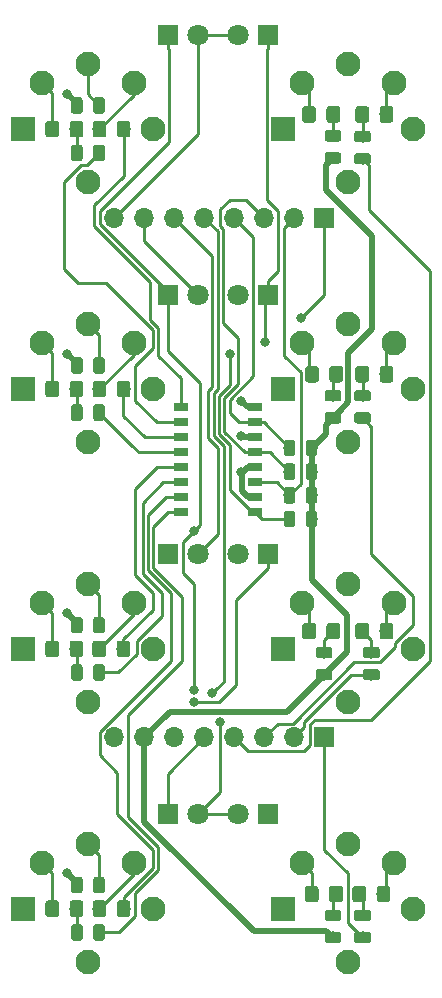
<source format=gbr>
G04 #@! TF.GenerationSoftware,KiCad,Pcbnew,5.0.2+dfsg1-1*
G04 #@! TF.CreationDate,2020-04-26T20:48:58+02:00*
G04 #@! TF.ProjectId,midirouter,6d696469-726f-4757-9465-722e6b696361,rev?*
G04 #@! TF.SameCoordinates,Original*
G04 #@! TF.FileFunction,Copper,L2,Bot*
G04 #@! TF.FilePolarity,Positive*
%FSLAX46Y46*%
G04 Gerber Fmt 4.6, Leading zero omitted, Abs format (unit mm)*
G04 Created by KiCad (PCBNEW 5.0.2+dfsg1-1) date Sun 26 Apr 2020 08:48:58 PM CEST*
%MOMM*%
%LPD*%
G01*
G04 APERTURE LIST*
G04 #@! TA.AperFunction,Conductor*
%ADD10C,0.100000*%
G04 #@! TD*
G04 #@! TA.AperFunction,SMDPad,CuDef*
%ADD11C,0.975000*%
G04 #@! TD*
G04 #@! TA.AperFunction,ComponentPad*
%ADD12O,1.700000X1.700000*%
G04 #@! TD*
G04 #@! TA.AperFunction,ComponentPad*
%ADD13R,1.700000X1.700000*%
G04 #@! TD*
G04 #@! TA.AperFunction,ComponentPad*
%ADD14C,1.800000*%
G04 #@! TD*
G04 #@! TA.AperFunction,ComponentPad*
%ADD15R,1.800000X1.800000*%
G04 #@! TD*
G04 #@! TA.AperFunction,ComponentPad*
%ADD16C,2.100000*%
G04 #@! TD*
G04 #@! TA.AperFunction,ComponentPad*
%ADD17R,2.100000X2.100000*%
G04 #@! TD*
G04 #@! TA.AperFunction,SMDPad,CuDef*
%ADD18R,1.300000X0.800000*%
G04 #@! TD*
G04 #@! TA.AperFunction,SMDPad,CuDef*
%ADD19C,1.150000*%
G04 #@! TD*
G04 #@! TA.AperFunction,ViaPad*
%ADD20C,0.800000*%
G04 #@! TD*
G04 #@! TA.AperFunction,Conductor*
%ADD21C,0.250000*%
G04 #@! TD*
G04 #@! TA.AperFunction,Conductor*
%ADD22C,0.500000*%
G04 #@! TD*
G04 APERTURE END LIST*
D10*
G04 #@! TO.N,GND*
G04 #@! TO.C,C4*
G36*
X83330142Y-74301174D02*
X83353803Y-74304684D01*
X83377007Y-74310496D01*
X83399529Y-74318554D01*
X83421153Y-74328782D01*
X83441670Y-74341079D01*
X83460883Y-74355329D01*
X83478607Y-74371393D01*
X83494671Y-74389117D01*
X83508921Y-74408330D01*
X83521218Y-74428847D01*
X83531446Y-74450471D01*
X83539504Y-74472993D01*
X83545316Y-74496197D01*
X83548826Y-74519858D01*
X83550000Y-74543750D01*
X83550000Y-75456250D01*
X83548826Y-75480142D01*
X83545316Y-75503803D01*
X83539504Y-75527007D01*
X83531446Y-75549529D01*
X83521218Y-75571153D01*
X83508921Y-75591670D01*
X83494671Y-75610883D01*
X83478607Y-75628607D01*
X83460883Y-75644671D01*
X83441670Y-75658921D01*
X83421153Y-75671218D01*
X83399529Y-75681446D01*
X83377007Y-75689504D01*
X83353803Y-75695316D01*
X83330142Y-75698826D01*
X83306250Y-75700000D01*
X82818750Y-75700000D01*
X82794858Y-75698826D01*
X82771197Y-75695316D01*
X82747993Y-75689504D01*
X82725471Y-75681446D01*
X82703847Y-75671218D01*
X82683330Y-75658921D01*
X82664117Y-75644671D01*
X82646393Y-75628607D01*
X82630329Y-75610883D01*
X82616079Y-75591670D01*
X82603782Y-75571153D01*
X82593554Y-75549529D01*
X82585496Y-75527007D01*
X82579684Y-75503803D01*
X82576174Y-75480142D01*
X82575000Y-75456250D01*
X82575000Y-74543750D01*
X82576174Y-74519858D01*
X82579684Y-74496197D01*
X82585496Y-74472993D01*
X82593554Y-74450471D01*
X82603782Y-74428847D01*
X82616079Y-74408330D01*
X82630329Y-74389117D01*
X82646393Y-74371393D01*
X82664117Y-74355329D01*
X82683330Y-74341079D01*
X82703847Y-74328782D01*
X82725471Y-74318554D01*
X82747993Y-74310496D01*
X82771197Y-74304684D01*
X82794858Y-74301174D01*
X82818750Y-74300000D01*
X83306250Y-74300000D01*
X83330142Y-74301174D01*
X83330142Y-74301174D01*
G37*
D11*
G04 #@! TD*
G04 #@! TO.P,C4,2*
G04 #@! TO.N,GND*
X83062500Y-75000000D03*
D10*
G04 #@! TO.N,Net-(C4-Pad1)*
G04 #@! TO.C,C4*
G36*
X85205142Y-74301174D02*
X85228803Y-74304684D01*
X85252007Y-74310496D01*
X85274529Y-74318554D01*
X85296153Y-74328782D01*
X85316670Y-74341079D01*
X85335883Y-74355329D01*
X85353607Y-74371393D01*
X85369671Y-74389117D01*
X85383921Y-74408330D01*
X85396218Y-74428847D01*
X85406446Y-74450471D01*
X85414504Y-74472993D01*
X85420316Y-74496197D01*
X85423826Y-74519858D01*
X85425000Y-74543750D01*
X85425000Y-75456250D01*
X85423826Y-75480142D01*
X85420316Y-75503803D01*
X85414504Y-75527007D01*
X85406446Y-75549529D01*
X85396218Y-75571153D01*
X85383921Y-75591670D01*
X85369671Y-75610883D01*
X85353607Y-75628607D01*
X85335883Y-75644671D01*
X85316670Y-75658921D01*
X85296153Y-75671218D01*
X85274529Y-75681446D01*
X85252007Y-75689504D01*
X85228803Y-75695316D01*
X85205142Y-75698826D01*
X85181250Y-75700000D01*
X84693750Y-75700000D01*
X84669858Y-75698826D01*
X84646197Y-75695316D01*
X84622993Y-75689504D01*
X84600471Y-75681446D01*
X84578847Y-75671218D01*
X84558330Y-75658921D01*
X84539117Y-75644671D01*
X84521393Y-75628607D01*
X84505329Y-75610883D01*
X84491079Y-75591670D01*
X84478782Y-75571153D01*
X84468554Y-75549529D01*
X84460496Y-75527007D01*
X84454684Y-75503803D01*
X84451174Y-75480142D01*
X84450000Y-75456250D01*
X84450000Y-74543750D01*
X84451174Y-74519858D01*
X84454684Y-74496197D01*
X84460496Y-74472993D01*
X84468554Y-74450471D01*
X84478782Y-74428847D01*
X84491079Y-74408330D01*
X84505329Y-74389117D01*
X84521393Y-74371393D01*
X84539117Y-74355329D01*
X84558330Y-74341079D01*
X84578847Y-74328782D01*
X84600471Y-74318554D01*
X84622993Y-74310496D01*
X84646197Y-74304684D01*
X84669858Y-74301174D01*
X84693750Y-74300000D01*
X85181250Y-74300000D01*
X85205142Y-74301174D01*
X85205142Y-74301174D01*
G37*
D11*
G04 #@! TD*
G04 #@! TO.P,C4,1*
G04 #@! TO.N,Net-(C4-Pad1)*
X84937500Y-75000000D03*
D10*
G04 #@! TO.N,GND*
G04 #@! TO.C,C3*
G36*
X83330142Y-96301174D02*
X83353803Y-96304684D01*
X83377007Y-96310496D01*
X83399529Y-96318554D01*
X83421153Y-96328782D01*
X83441670Y-96341079D01*
X83460883Y-96355329D01*
X83478607Y-96371393D01*
X83494671Y-96389117D01*
X83508921Y-96408330D01*
X83521218Y-96428847D01*
X83531446Y-96450471D01*
X83539504Y-96472993D01*
X83545316Y-96496197D01*
X83548826Y-96519858D01*
X83550000Y-96543750D01*
X83550000Y-97456250D01*
X83548826Y-97480142D01*
X83545316Y-97503803D01*
X83539504Y-97527007D01*
X83531446Y-97549529D01*
X83521218Y-97571153D01*
X83508921Y-97591670D01*
X83494671Y-97610883D01*
X83478607Y-97628607D01*
X83460883Y-97644671D01*
X83441670Y-97658921D01*
X83421153Y-97671218D01*
X83399529Y-97681446D01*
X83377007Y-97689504D01*
X83353803Y-97695316D01*
X83330142Y-97698826D01*
X83306250Y-97700000D01*
X82818750Y-97700000D01*
X82794858Y-97698826D01*
X82771197Y-97695316D01*
X82747993Y-97689504D01*
X82725471Y-97681446D01*
X82703847Y-97671218D01*
X82683330Y-97658921D01*
X82664117Y-97644671D01*
X82646393Y-97628607D01*
X82630329Y-97610883D01*
X82616079Y-97591670D01*
X82603782Y-97571153D01*
X82593554Y-97549529D01*
X82585496Y-97527007D01*
X82579684Y-97503803D01*
X82576174Y-97480142D01*
X82575000Y-97456250D01*
X82575000Y-96543750D01*
X82576174Y-96519858D01*
X82579684Y-96496197D01*
X82585496Y-96472993D01*
X82593554Y-96450471D01*
X82603782Y-96428847D01*
X82616079Y-96408330D01*
X82630329Y-96389117D01*
X82646393Y-96371393D01*
X82664117Y-96355329D01*
X82683330Y-96341079D01*
X82703847Y-96328782D01*
X82725471Y-96318554D01*
X82747993Y-96310496D01*
X82771197Y-96304684D01*
X82794858Y-96301174D01*
X82818750Y-96300000D01*
X83306250Y-96300000D01*
X83330142Y-96301174D01*
X83330142Y-96301174D01*
G37*
D11*
G04 #@! TD*
G04 #@! TO.P,C3,2*
G04 #@! TO.N,GND*
X83062500Y-97000000D03*
D10*
G04 #@! TO.N,Net-(C3-Pad1)*
G04 #@! TO.C,C3*
G36*
X85205142Y-96301174D02*
X85228803Y-96304684D01*
X85252007Y-96310496D01*
X85274529Y-96318554D01*
X85296153Y-96328782D01*
X85316670Y-96341079D01*
X85335883Y-96355329D01*
X85353607Y-96371393D01*
X85369671Y-96389117D01*
X85383921Y-96408330D01*
X85396218Y-96428847D01*
X85406446Y-96450471D01*
X85414504Y-96472993D01*
X85420316Y-96496197D01*
X85423826Y-96519858D01*
X85425000Y-96543750D01*
X85425000Y-97456250D01*
X85423826Y-97480142D01*
X85420316Y-97503803D01*
X85414504Y-97527007D01*
X85406446Y-97549529D01*
X85396218Y-97571153D01*
X85383921Y-97591670D01*
X85369671Y-97610883D01*
X85353607Y-97628607D01*
X85335883Y-97644671D01*
X85316670Y-97658921D01*
X85296153Y-97671218D01*
X85274529Y-97681446D01*
X85252007Y-97689504D01*
X85228803Y-97695316D01*
X85205142Y-97698826D01*
X85181250Y-97700000D01*
X84693750Y-97700000D01*
X84669858Y-97698826D01*
X84646197Y-97695316D01*
X84622993Y-97689504D01*
X84600471Y-97681446D01*
X84578847Y-97671218D01*
X84558330Y-97658921D01*
X84539117Y-97644671D01*
X84521393Y-97628607D01*
X84505329Y-97610883D01*
X84491079Y-97591670D01*
X84478782Y-97571153D01*
X84468554Y-97549529D01*
X84460496Y-97527007D01*
X84454684Y-97503803D01*
X84451174Y-97480142D01*
X84450000Y-97456250D01*
X84450000Y-96543750D01*
X84451174Y-96519858D01*
X84454684Y-96496197D01*
X84460496Y-96472993D01*
X84468554Y-96450471D01*
X84478782Y-96428847D01*
X84491079Y-96408330D01*
X84505329Y-96389117D01*
X84521393Y-96371393D01*
X84539117Y-96355329D01*
X84558330Y-96341079D01*
X84578847Y-96328782D01*
X84600471Y-96318554D01*
X84622993Y-96310496D01*
X84646197Y-96304684D01*
X84669858Y-96301174D01*
X84693750Y-96300000D01*
X85181250Y-96300000D01*
X85205142Y-96301174D01*
X85205142Y-96301174D01*
G37*
D11*
G04 #@! TD*
G04 #@! TO.P,C3,1*
G04 #@! TO.N,Net-(C3-Pad1)*
X84937500Y-97000000D03*
D10*
G04 #@! TO.N,GND*
G04 #@! TO.C,C2*
G36*
X83330142Y-118301174D02*
X83353803Y-118304684D01*
X83377007Y-118310496D01*
X83399529Y-118318554D01*
X83421153Y-118328782D01*
X83441670Y-118341079D01*
X83460883Y-118355329D01*
X83478607Y-118371393D01*
X83494671Y-118389117D01*
X83508921Y-118408330D01*
X83521218Y-118428847D01*
X83531446Y-118450471D01*
X83539504Y-118472993D01*
X83545316Y-118496197D01*
X83548826Y-118519858D01*
X83550000Y-118543750D01*
X83550000Y-119456250D01*
X83548826Y-119480142D01*
X83545316Y-119503803D01*
X83539504Y-119527007D01*
X83531446Y-119549529D01*
X83521218Y-119571153D01*
X83508921Y-119591670D01*
X83494671Y-119610883D01*
X83478607Y-119628607D01*
X83460883Y-119644671D01*
X83441670Y-119658921D01*
X83421153Y-119671218D01*
X83399529Y-119681446D01*
X83377007Y-119689504D01*
X83353803Y-119695316D01*
X83330142Y-119698826D01*
X83306250Y-119700000D01*
X82818750Y-119700000D01*
X82794858Y-119698826D01*
X82771197Y-119695316D01*
X82747993Y-119689504D01*
X82725471Y-119681446D01*
X82703847Y-119671218D01*
X82683330Y-119658921D01*
X82664117Y-119644671D01*
X82646393Y-119628607D01*
X82630329Y-119610883D01*
X82616079Y-119591670D01*
X82603782Y-119571153D01*
X82593554Y-119549529D01*
X82585496Y-119527007D01*
X82579684Y-119503803D01*
X82576174Y-119480142D01*
X82575000Y-119456250D01*
X82575000Y-118543750D01*
X82576174Y-118519858D01*
X82579684Y-118496197D01*
X82585496Y-118472993D01*
X82593554Y-118450471D01*
X82603782Y-118428847D01*
X82616079Y-118408330D01*
X82630329Y-118389117D01*
X82646393Y-118371393D01*
X82664117Y-118355329D01*
X82683330Y-118341079D01*
X82703847Y-118328782D01*
X82725471Y-118318554D01*
X82747993Y-118310496D01*
X82771197Y-118304684D01*
X82794858Y-118301174D01*
X82818750Y-118300000D01*
X83306250Y-118300000D01*
X83330142Y-118301174D01*
X83330142Y-118301174D01*
G37*
D11*
G04 #@! TD*
G04 #@! TO.P,C2,2*
G04 #@! TO.N,GND*
X83062500Y-119000000D03*
D10*
G04 #@! TO.N,Net-(C2-Pad1)*
G04 #@! TO.C,C2*
G36*
X85205142Y-118301174D02*
X85228803Y-118304684D01*
X85252007Y-118310496D01*
X85274529Y-118318554D01*
X85296153Y-118328782D01*
X85316670Y-118341079D01*
X85335883Y-118355329D01*
X85353607Y-118371393D01*
X85369671Y-118389117D01*
X85383921Y-118408330D01*
X85396218Y-118428847D01*
X85406446Y-118450471D01*
X85414504Y-118472993D01*
X85420316Y-118496197D01*
X85423826Y-118519858D01*
X85425000Y-118543750D01*
X85425000Y-119456250D01*
X85423826Y-119480142D01*
X85420316Y-119503803D01*
X85414504Y-119527007D01*
X85406446Y-119549529D01*
X85396218Y-119571153D01*
X85383921Y-119591670D01*
X85369671Y-119610883D01*
X85353607Y-119628607D01*
X85335883Y-119644671D01*
X85316670Y-119658921D01*
X85296153Y-119671218D01*
X85274529Y-119681446D01*
X85252007Y-119689504D01*
X85228803Y-119695316D01*
X85205142Y-119698826D01*
X85181250Y-119700000D01*
X84693750Y-119700000D01*
X84669858Y-119698826D01*
X84646197Y-119695316D01*
X84622993Y-119689504D01*
X84600471Y-119681446D01*
X84578847Y-119671218D01*
X84558330Y-119658921D01*
X84539117Y-119644671D01*
X84521393Y-119628607D01*
X84505329Y-119610883D01*
X84491079Y-119591670D01*
X84478782Y-119571153D01*
X84468554Y-119549529D01*
X84460496Y-119527007D01*
X84454684Y-119503803D01*
X84451174Y-119480142D01*
X84450000Y-119456250D01*
X84450000Y-118543750D01*
X84451174Y-118519858D01*
X84454684Y-118496197D01*
X84460496Y-118472993D01*
X84468554Y-118450471D01*
X84478782Y-118428847D01*
X84491079Y-118408330D01*
X84505329Y-118389117D01*
X84521393Y-118371393D01*
X84539117Y-118355329D01*
X84558330Y-118341079D01*
X84578847Y-118328782D01*
X84600471Y-118318554D01*
X84622993Y-118310496D01*
X84646197Y-118304684D01*
X84669858Y-118301174D01*
X84693750Y-118300000D01*
X85181250Y-118300000D01*
X85205142Y-118301174D01*
X85205142Y-118301174D01*
G37*
D11*
G04 #@! TD*
G04 #@! TO.P,C2,1*
G04 #@! TO.N,Net-(C2-Pad1)*
X84937500Y-119000000D03*
D10*
G04 #@! TO.N,GND*
G04 #@! TO.C,C1*
G36*
X83330142Y-140301174D02*
X83353803Y-140304684D01*
X83377007Y-140310496D01*
X83399529Y-140318554D01*
X83421153Y-140328782D01*
X83441670Y-140341079D01*
X83460883Y-140355329D01*
X83478607Y-140371393D01*
X83494671Y-140389117D01*
X83508921Y-140408330D01*
X83521218Y-140428847D01*
X83531446Y-140450471D01*
X83539504Y-140472993D01*
X83545316Y-140496197D01*
X83548826Y-140519858D01*
X83550000Y-140543750D01*
X83550000Y-141456250D01*
X83548826Y-141480142D01*
X83545316Y-141503803D01*
X83539504Y-141527007D01*
X83531446Y-141549529D01*
X83521218Y-141571153D01*
X83508921Y-141591670D01*
X83494671Y-141610883D01*
X83478607Y-141628607D01*
X83460883Y-141644671D01*
X83441670Y-141658921D01*
X83421153Y-141671218D01*
X83399529Y-141681446D01*
X83377007Y-141689504D01*
X83353803Y-141695316D01*
X83330142Y-141698826D01*
X83306250Y-141700000D01*
X82818750Y-141700000D01*
X82794858Y-141698826D01*
X82771197Y-141695316D01*
X82747993Y-141689504D01*
X82725471Y-141681446D01*
X82703847Y-141671218D01*
X82683330Y-141658921D01*
X82664117Y-141644671D01*
X82646393Y-141628607D01*
X82630329Y-141610883D01*
X82616079Y-141591670D01*
X82603782Y-141571153D01*
X82593554Y-141549529D01*
X82585496Y-141527007D01*
X82579684Y-141503803D01*
X82576174Y-141480142D01*
X82575000Y-141456250D01*
X82575000Y-140543750D01*
X82576174Y-140519858D01*
X82579684Y-140496197D01*
X82585496Y-140472993D01*
X82593554Y-140450471D01*
X82603782Y-140428847D01*
X82616079Y-140408330D01*
X82630329Y-140389117D01*
X82646393Y-140371393D01*
X82664117Y-140355329D01*
X82683330Y-140341079D01*
X82703847Y-140328782D01*
X82725471Y-140318554D01*
X82747993Y-140310496D01*
X82771197Y-140304684D01*
X82794858Y-140301174D01*
X82818750Y-140300000D01*
X83306250Y-140300000D01*
X83330142Y-140301174D01*
X83330142Y-140301174D01*
G37*
D11*
G04 #@! TD*
G04 #@! TO.P,C1,2*
G04 #@! TO.N,GND*
X83062500Y-141000000D03*
D10*
G04 #@! TO.N,Net-(C1-Pad1)*
G04 #@! TO.C,C1*
G36*
X85205142Y-140301174D02*
X85228803Y-140304684D01*
X85252007Y-140310496D01*
X85274529Y-140318554D01*
X85296153Y-140328782D01*
X85316670Y-140341079D01*
X85335883Y-140355329D01*
X85353607Y-140371393D01*
X85369671Y-140389117D01*
X85383921Y-140408330D01*
X85396218Y-140428847D01*
X85406446Y-140450471D01*
X85414504Y-140472993D01*
X85420316Y-140496197D01*
X85423826Y-140519858D01*
X85425000Y-140543750D01*
X85425000Y-141456250D01*
X85423826Y-141480142D01*
X85420316Y-141503803D01*
X85414504Y-141527007D01*
X85406446Y-141549529D01*
X85396218Y-141571153D01*
X85383921Y-141591670D01*
X85369671Y-141610883D01*
X85353607Y-141628607D01*
X85335883Y-141644671D01*
X85316670Y-141658921D01*
X85296153Y-141671218D01*
X85274529Y-141681446D01*
X85252007Y-141689504D01*
X85228803Y-141695316D01*
X85205142Y-141698826D01*
X85181250Y-141700000D01*
X84693750Y-141700000D01*
X84669858Y-141698826D01*
X84646197Y-141695316D01*
X84622993Y-141689504D01*
X84600471Y-141681446D01*
X84578847Y-141671218D01*
X84558330Y-141658921D01*
X84539117Y-141644671D01*
X84521393Y-141628607D01*
X84505329Y-141610883D01*
X84491079Y-141591670D01*
X84478782Y-141571153D01*
X84468554Y-141549529D01*
X84460496Y-141527007D01*
X84454684Y-141503803D01*
X84451174Y-141480142D01*
X84450000Y-141456250D01*
X84450000Y-140543750D01*
X84451174Y-140519858D01*
X84454684Y-140496197D01*
X84460496Y-140472993D01*
X84468554Y-140450471D01*
X84478782Y-140428847D01*
X84491079Y-140408330D01*
X84505329Y-140389117D01*
X84521393Y-140371393D01*
X84539117Y-140355329D01*
X84558330Y-140341079D01*
X84578847Y-140328782D01*
X84600471Y-140318554D01*
X84622993Y-140310496D01*
X84646197Y-140304684D01*
X84669858Y-140301174D01*
X84693750Y-140300000D01*
X85181250Y-140300000D01*
X85205142Y-140301174D01*
X85205142Y-140301174D01*
G37*
D11*
G04 #@! TD*
G04 #@! TO.P,C1,1*
G04 #@! TO.N,Net-(C1-Pad1)*
X84937500Y-141000000D03*
D10*
G04 #@! TO.N,Net-(L16-Pad2)*
G04 #@! TO.C,R16*
G36*
X107730142Y-77138674D02*
X107753803Y-77142184D01*
X107777007Y-77147996D01*
X107799529Y-77156054D01*
X107821153Y-77166282D01*
X107841670Y-77178579D01*
X107860883Y-77192829D01*
X107878607Y-77208893D01*
X107894671Y-77226617D01*
X107908921Y-77245830D01*
X107921218Y-77266347D01*
X107931446Y-77287971D01*
X107939504Y-77310493D01*
X107945316Y-77333697D01*
X107948826Y-77357358D01*
X107950000Y-77381250D01*
X107950000Y-77868750D01*
X107948826Y-77892642D01*
X107945316Y-77916303D01*
X107939504Y-77939507D01*
X107931446Y-77962029D01*
X107921218Y-77983653D01*
X107908921Y-78004170D01*
X107894671Y-78023383D01*
X107878607Y-78041107D01*
X107860883Y-78057171D01*
X107841670Y-78071421D01*
X107821153Y-78083718D01*
X107799529Y-78093946D01*
X107777007Y-78102004D01*
X107753803Y-78107816D01*
X107730142Y-78111326D01*
X107706250Y-78112500D01*
X106793750Y-78112500D01*
X106769858Y-78111326D01*
X106746197Y-78107816D01*
X106722993Y-78102004D01*
X106700471Y-78093946D01*
X106678847Y-78083718D01*
X106658330Y-78071421D01*
X106639117Y-78057171D01*
X106621393Y-78041107D01*
X106605329Y-78023383D01*
X106591079Y-78004170D01*
X106578782Y-77983653D01*
X106568554Y-77962029D01*
X106560496Y-77939507D01*
X106554684Y-77916303D01*
X106551174Y-77892642D01*
X106550000Y-77868750D01*
X106550000Y-77381250D01*
X106551174Y-77357358D01*
X106554684Y-77333697D01*
X106560496Y-77310493D01*
X106568554Y-77287971D01*
X106578782Y-77266347D01*
X106591079Y-77245830D01*
X106605329Y-77226617D01*
X106621393Y-77208893D01*
X106639117Y-77192829D01*
X106658330Y-77178579D01*
X106678847Y-77166282D01*
X106700471Y-77156054D01*
X106722993Y-77147996D01*
X106746197Y-77142184D01*
X106769858Y-77138674D01*
X106793750Y-77137500D01*
X107706250Y-77137500D01*
X107730142Y-77138674D01*
X107730142Y-77138674D01*
G37*
D11*
G04 #@! TD*
G04 #@! TO.P,R16,2*
G04 #@! TO.N,Net-(L16-Pad2)*
X107250000Y-77625000D03*
D10*
G04 #@! TO.N,MIDI_OUT_4*
G04 #@! TO.C,R16*
G36*
X107730142Y-79013674D02*
X107753803Y-79017184D01*
X107777007Y-79022996D01*
X107799529Y-79031054D01*
X107821153Y-79041282D01*
X107841670Y-79053579D01*
X107860883Y-79067829D01*
X107878607Y-79083893D01*
X107894671Y-79101617D01*
X107908921Y-79120830D01*
X107921218Y-79141347D01*
X107931446Y-79162971D01*
X107939504Y-79185493D01*
X107945316Y-79208697D01*
X107948826Y-79232358D01*
X107950000Y-79256250D01*
X107950000Y-79743750D01*
X107948826Y-79767642D01*
X107945316Y-79791303D01*
X107939504Y-79814507D01*
X107931446Y-79837029D01*
X107921218Y-79858653D01*
X107908921Y-79879170D01*
X107894671Y-79898383D01*
X107878607Y-79916107D01*
X107860883Y-79932171D01*
X107841670Y-79946421D01*
X107821153Y-79958718D01*
X107799529Y-79968946D01*
X107777007Y-79977004D01*
X107753803Y-79982816D01*
X107730142Y-79986326D01*
X107706250Y-79987500D01*
X106793750Y-79987500D01*
X106769858Y-79986326D01*
X106746197Y-79982816D01*
X106722993Y-79977004D01*
X106700471Y-79968946D01*
X106678847Y-79958718D01*
X106658330Y-79946421D01*
X106639117Y-79932171D01*
X106621393Y-79916107D01*
X106605329Y-79898383D01*
X106591079Y-79879170D01*
X106578782Y-79858653D01*
X106568554Y-79837029D01*
X106560496Y-79814507D01*
X106554684Y-79791303D01*
X106551174Y-79767642D01*
X106550000Y-79743750D01*
X106550000Y-79256250D01*
X106551174Y-79232358D01*
X106554684Y-79208697D01*
X106560496Y-79185493D01*
X106568554Y-79162971D01*
X106578782Y-79141347D01*
X106591079Y-79120830D01*
X106605329Y-79101617D01*
X106621393Y-79083893D01*
X106639117Y-79067829D01*
X106658330Y-79053579D01*
X106678847Y-79041282D01*
X106700471Y-79031054D01*
X106722993Y-79022996D01*
X106746197Y-79017184D01*
X106769858Y-79013674D01*
X106793750Y-79012500D01*
X107706250Y-79012500D01*
X107730142Y-79013674D01*
X107730142Y-79013674D01*
G37*
D11*
G04 #@! TD*
G04 #@! TO.P,R16,1*
G04 #@! TO.N,MIDI_OUT_4*
X107250000Y-79500000D03*
D10*
G04 #@! TO.N,Net-(L14-Pad2)*
G04 #@! TO.C,R15*
G36*
X107730142Y-99076174D02*
X107753803Y-99079684D01*
X107777007Y-99085496D01*
X107799529Y-99093554D01*
X107821153Y-99103782D01*
X107841670Y-99116079D01*
X107860883Y-99130329D01*
X107878607Y-99146393D01*
X107894671Y-99164117D01*
X107908921Y-99183330D01*
X107921218Y-99203847D01*
X107931446Y-99225471D01*
X107939504Y-99247993D01*
X107945316Y-99271197D01*
X107948826Y-99294858D01*
X107950000Y-99318750D01*
X107950000Y-99806250D01*
X107948826Y-99830142D01*
X107945316Y-99853803D01*
X107939504Y-99877007D01*
X107931446Y-99899529D01*
X107921218Y-99921153D01*
X107908921Y-99941670D01*
X107894671Y-99960883D01*
X107878607Y-99978607D01*
X107860883Y-99994671D01*
X107841670Y-100008921D01*
X107821153Y-100021218D01*
X107799529Y-100031446D01*
X107777007Y-100039504D01*
X107753803Y-100045316D01*
X107730142Y-100048826D01*
X107706250Y-100050000D01*
X106793750Y-100050000D01*
X106769858Y-100048826D01*
X106746197Y-100045316D01*
X106722993Y-100039504D01*
X106700471Y-100031446D01*
X106678847Y-100021218D01*
X106658330Y-100008921D01*
X106639117Y-99994671D01*
X106621393Y-99978607D01*
X106605329Y-99960883D01*
X106591079Y-99941670D01*
X106578782Y-99921153D01*
X106568554Y-99899529D01*
X106560496Y-99877007D01*
X106554684Y-99853803D01*
X106551174Y-99830142D01*
X106550000Y-99806250D01*
X106550000Y-99318750D01*
X106551174Y-99294858D01*
X106554684Y-99271197D01*
X106560496Y-99247993D01*
X106568554Y-99225471D01*
X106578782Y-99203847D01*
X106591079Y-99183330D01*
X106605329Y-99164117D01*
X106621393Y-99146393D01*
X106639117Y-99130329D01*
X106658330Y-99116079D01*
X106678847Y-99103782D01*
X106700471Y-99093554D01*
X106722993Y-99085496D01*
X106746197Y-99079684D01*
X106769858Y-99076174D01*
X106793750Y-99075000D01*
X107706250Y-99075000D01*
X107730142Y-99076174D01*
X107730142Y-99076174D01*
G37*
D11*
G04 #@! TD*
G04 #@! TO.P,R15,2*
G04 #@! TO.N,Net-(L14-Pad2)*
X107250000Y-99562500D03*
D10*
G04 #@! TO.N,MIDI_OUT_3*
G04 #@! TO.C,R15*
G36*
X107730142Y-100951174D02*
X107753803Y-100954684D01*
X107777007Y-100960496D01*
X107799529Y-100968554D01*
X107821153Y-100978782D01*
X107841670Y-100991079D01*
X107860883Y-101005329D01*
X107878607Y-101021393D01*
X107894671Y-101039117D01*
X107908921Y-101058330D01*
X107921218Y-101078847D01*
X107931446Y-101100471D01*
X107939504Y-101122993D01*
X107945316Y-101146197D01*
X107948826Y-101169858D01*
X107950000Y-101193750D01*
X107950000Y-101681250D01*
X107948826Y-101705142D01*
X107945316Y-101728803D01*
X107939504Y-101752007D01*
X107931446Y-101774529D01*
X107921218Y-101796153D01*
X107908921Y-101816670D01*
X107894671Y-101835883D01*
X107878607Y-101853607D01*
X107860883Y-101869671D01*
X107841670Y-101883921D01*
X107821153Y-101896218D01*
X107799529Y-101906446D01*
X107777007Y-101914504D01*
X107753803Y-101920316D01*
X107730142Y-101923826D01*
X107706250Y-101925000D01*
X106793750Y-101925000D01*
X106769858Y-101923826D01*
X106746197Y-101920316D01*
X106722993Y-101914504D01*
X106700471Y-101906446D01*
X106678847Y-101896218D01*
X106658330Y-101883921D01*
X106639117Y-101869671D01*
X106621393Y-101853607D01*
X106605329Y-101835883D01*
X106591079Y-101816670D01*
X106578782Y-101796153D01*
X106568554Y-101774529D01*
X106560496Y-101752007D01*
X106554684Y-101728803D01*
X106551174Y-101705142D01*
X106550000Y-101681250D01*
X106550000Y-101193750D01*
X106551174Y-101169858D01*
X106554684Y-101146197D01*
X106560496Y-101122993D01*
X106568554Y-101100471D01*
X106578782Y-101078847D01*
X106591079Y-101058330D01*
X106605329Y-101039117D01*
X106621393Y-101021393D01*
X106639117Y-101005329D01*
X106658330Y-100991079D01*
X106678847Y-100978782D01*
X106700471Y-100968554D01*
X106722993Y-100960496D01*
X106746197Y-100954684D01*
X106769858Y-100951174D01*
X106793750Y-100950000D01*
X107706250Y-100950000D01*
X107730142Y-100951174D01*
X107730142Y-100951174D01*
G37*
D11*
G04 #@! TD*
G04 #@! TO.P,R15,1*
G04 #@! TO.N,MIDI_OUT_3*
X107250000Y-101437500D03*
D10*
G04 #@! TO.N,Net-(L12-Pad2)*
G04 #@! TO.C,R14*
G36*
X108480142Y-120826174D02*
X108503803Y-120829684D01*
X108527007Y-120835496D01*
X108549529Y-120843554D01*
X108571153Y-120853782D01*
X108591670Y-120866079D01*
X108610883Y-120880329D01*
X108628607Y-120896393D01*
X108644671Y-120914117D01*
X108658921Y-120933330D01*
X108671218Y-120953847D01*
X108681446Y-120975471D01*
X108689504Y-120997993D01*
X108695316Y-121021197D01*
X108698826Y-121044858D01*
X108700000Y-121068750D01*
X108700000Y-121556250D01*
X108698826Y-121580142D01*
X108695316Y-121603803D01*
X108689504Y-121627007D01*
X108681446Y-121649529D01*
X108671218Y-121671153D01*
X108658921Y-121691670D01*
X108644671Y-121710883D01*
X108628607Y-121728607D01*
X108610883Y-121744671D01*
X108591670Y-121758921D01*
X108571153Y-121771218D01*
X108549529Y-121781446D01*
X108527007Y-121789504D01*
X108503803Y-121795316D01*
X108480142Y-121798826D01*
X108456250Y-121800000D01*
X107543750Y-121800000D01*
X107519858Y-121798826D01*
X107496197Y-121795316D01*
X107472993Y-121789504D01*
X107450471Y-121781446D01*
X107428847Y-121771218D01*
X107408330Y-121758921D01*
X107389117Y-121744671D01*
X107371393Y-121728607D01*
X107355329Y-121710883D01*
X107341079Y-121691670D01*
X107328782Y-121671153D01*
X107318554Y-121649529D01*
X107310496Y-121627007D01*
X107304684Y-121603803D01*
X107301174Y-121580142D01*
X107300000Y-121556250D01*
X107300000Y-121068750D01*
X107301174Y-121044858D01*
X107304684Y-121021197D01*
X107310496Y-120997993D01*
X107318554Y-120975471D01*
X107328782Y-120953847D01*
X107341079Y-120933330D01*
X107355329Y-120914117D01*
X107371393Y-120896393D01*
X107389117Y-120880329D01*
X107408330Y-120866079D01*
X107428847Y-120853782D01*
X107450471Y-120843554D01*
X107472993Y-120835496D01*
X107496197Y-120829684D01*
X107519858Y-120826174D01*
X107543750Y-120825000D01*
X108456250Y-120825000D01*
X108480142Y-120826174D01*
X108480142Y-120826174D01*
G37*
D11*
G04 #@! TD*
G04 #@! TO.P,R14,2*
G04 #@! TO.N,Net-(L12-Pad2)*
X108000000Y-121312500D03*
D10*
G04 #@! TO.N,MIDI_OUT_2*
G04 #@! TO.C,R14*
G36*
X108480142Y-122701174D02*
X108503803Y-122704684D01*
X108527007Y-122710496D01*
X108549529Y-122718554D01*
X108571153Y-122728782D01*
X108591670Y-122741079D01*
X108610883Y-122755329D01*
X108628607Y-122771393D01*
X108644671Y-122789117D01*
X108658921Y-122808330D01*
X108671218Y-122828847D01*
X108681446Y-122850471D01*
X108689504Y-122872993D01*
X108695316Y-122896197D01*
X108698826Y-122919858D01*
X108700000Y-122943750D01*
X108700000Y-123431250D01*
X108698826Y-123455142D01*
X108695316Y-123478803D01*
X108689504Y-123502007D01*
X108681446Y-123524529D01*
X108671218Y-123546153D01*
X108658921Y-123566670D01*
X108644671Y-123585883D01*
X108628607Y-123603607D01*
X108610883Y-123619671D01*
X108591670Y-123633921D01*
X108571153Y-123646218D01*
X108549529Y-123656446D01*
X108527007Y-123664504D01*
X108503803Y-123670316D01*
X108480142Y-123673826D01*
X108456250Y-123675000D01*
X107543750Y-123675000D01*
X107519858Y-123673826D01*
X107496197Y-123670316D01*
X107472993Y-123664504D01*
X107450471Y-123656446D01*
X107428847Y-123646218D01*
X107408330Y-123633921D01*
X107389117Y-123619671D01*
X107371393Y-123603607D01*
X107355329Y-123585883D01*
X107341079Y-123566670D01*
X107328782Y-123546153D01*
X107318554Y-123524529D01*
X107310496Y-123502007D01*
X107304684Y-123478803D01*
X107301174Y-123455142D01*
X107300000Y-123431250D01*
X107300000Y-122943750D01*
X107301174Y-122919858D01*
X107304684Y-122896197D01*
X107310496Y-122872993D01*
X107318554Y-122850471D01*
X107328782Y-122828847D01*
X107341079Y-122808330D01*
X107355329Y-122789117D01*
X107371393Y-122771393D01*
X107389117Y-122755329D01*
X107408330Y-122741079D01*
X107428847Y-122728782D01*
X107450471Y-122718554D01*
X107472993Y-122710496D01*
X107496197Y-122704684D01*
X107519858Y-122701174D01*
X107543750Y-122700000D01*
X108456250Y-122700000D01*
X108480142Y-122701174D01*
X108480142Y-122701174D01*
G37*
D11*
G04 #@! TD*
G04 #@! TO.P,R14,1*
G04 #@! TO.N,MIDI_OUT_2*
X108000000Y-123187500D03*
D10*
G04 #@! TO.N,Net-(L10-Pad2)*
G04 #@! TO.C,R13*
G36*
X107730142Y-143076174D02*
X107753803Y-143079684D01*
X107777007Y-143085496D01*
X107799529Y-143093554D01*
X107821153Y-143103782D01*
X107841670Y-143116079D01*
X107860883Y-143130329D01*
X107878607Y-143146393D01*
X107894671Y-143164117D01*
X107908921Y-143183330D01*
X107921218Y-143203847D01*
X107931446Y-143225471D01*
X107939504Y-143247993D01*
X107945316Y-143271197D01*
X107948826Y-143294858D01*
X107950000Y-143318750D01*
X107950000Y-143806250D01*
X107948826Y-143830142D01*
X107945316Y-143853803D01*
X107939504Y-143877007D01*
X107931446Y-143899529D01*
X107921218Y-143921153D01*
X107908921Y-143941670D01*
X107894671Y-143960883D01*
X107878607Y-143978607D01*
X107860883Y-143994671D01*
X107841670Y-144008921D01*
X107821153Y-144021218D01*
X107799529Y-144031446D01*
X107777007Y-144039504D01*
X107753803Y-144045316D01*
X107730142Y-144048826D01*
X107706250Y-144050000D01*
X106793750Y-144050000D01*
X106769858Y-144048826D01*
X106746197Y-144045316D01*
X106722993Y-144039504D01*
X106700471Y-144031446D01*
X106678847Y-144021218D01*
X106658330Y-144008921D01*
X106639117Y-143994671D01*
X106621393Y-143978607D01*
X106605329Y-143960883D01*
X106591079Y-143941670D01*
X106578782Y-143921153D01*
X106568554Y-143899529D01*
X106560496Y-143877007D01*
X106554684Y-143853803D01*
X106551174Y-143830142D01*
X106550000Y-143806250D01*
X106550000Y-143318750D01*
X106551174Y-143294858D01*
X106554684Y-143271197D01*
X106560496Y-143247993D01*
X106568554Y-143225471D01*
X106578782Y-143203847D01*
X106591079Y-143183330D01*
X106605329Y-143164117D01*
X106621393Y-143146393D01*
X106639117Y-143130329D01*
X106658330Y-143116079D01*
X106678847Y-143103782D01*
X106700471Y-143093554D01*
X106722993Y-143085496D01*
X106746197Y-143079684D01*
X106769858Y-143076174D01*
X106793750Y-143075000D01*
X107706250Y-143075000D01*
X107730142Y-143076174D01*
X107730142Y-143076174D01*
G37*
D11*
G04 #@! TD*
G04 #@! TO.P,R13,2*
G04 #@! TO.N,Net-(L10-Pad2)*
X107250000Y-143562500D03*
D10*
G04 #@! TO.N,MIDI_OUT_1*
G04 #@! TO.C,R13*
G36*
X107730142Y-144951174D02*
X107753803Y-144954684D01*
X107777007Y-144960496D01*
X107799529Y-144968554D01*
X107821153Y-144978782D01*
X107841670Y-144991079D01*
X107860883Y-145005329D01*
X107878607Y-145021393D01*
X107894671Y-145039117D01*
X107908921Y-145058330D01*
X107921218Y-145078847D01*
X107931446Y-145100471D01*
X107939504Y-145122993D01*
X107945316Y-145146197D01*
X107948826Y-145169858D01*
X107950000Y-145193750D01*
X107950000Y-145681250D01*
X107948826Y-145705142D01*
X107945316Y-145728803D01*
X107939504Y-145752007D01*
X107931446Y-145774529D01*
X107921218Y-145796153D01*
X107908921Y-145816670D01*
X107894671Y-145835883D01*
X107878607Y-145853607D01*
X107860883Y-145869671D01*
X107841670Y-145883921D01*
X107821153Y-145896218D01*
X107799529Y-145906446D01*
X107777007Y-145914504D01*
X107753803Y-145920316D01*
X107730142Y-145923826D01*
X107706250Y-145925000D01*
X106793750Y-145925000D01*
X106769858Y-145923826D01*
X106746197Y-145920316D01*
X106722993Y-145914504D01*
X106700471Y-145906446D01*
X106678847Y-145896218D01*
X106658330Y-145883921D01*
X106639117Y-145869671D01*
X106621393Y-145853607D01*
X106605329Y-145835883D01*
X106591079Y-145816670D01*
X106578782Y-145796153D01*
X106568554Y-145774529D01*
X106560496Y-145752007D01*
X106554684Y-145728803D01*
X106551174Y-145705142D01*
X106550000Y-145681250D01*
X106550000Y-145193750D01*
X106551174Y-145169858D01*
X106554684Y-145146197D01*
X106560496Y-145122993D01*
X106568554Y-145100471D01*
X106578782Y-145078847D01*
X106591079Y-145058330D01*
X106605329Y-145039117D01*
X106621393Y-145021393D01*
X106639117Y-145005329D01*
X106658330Y-144991079D01*
X106678847Y-144978782D01*
X106700471Y-144968554D01*
X106722993Y-144960496D01*
X106746197Y-144954684D01*
X106769858Y-144951174D01*
X106793750Y-144950000D01*
X107706250Y-144950000D01*
X107730142Y-144951174D01*
X107730142Y-144951174D01*
G37*
D11*
G04 #@! TD*
G04 #@! TO.P,R13,1*
G04 #@! TO.N,MIDI_OUT_1*
X107250000Y-145437500D03*
D10*
G04 #@! TO.N,+3V3*
G04 #@! TO.C,R12*
G36*
X105230142Y-78951174D02*
X105253803Y-78954684D01*
X105277007Y-78960496D01*
X105299529Y-78968554D01*
X105321153Y-78978782D01*
X105341670Y-78991079D01*
X105360883Y-79005329D01*
X105378607Y-79021393D01*
X105394671Y-79039117D01*
X105408921Y-79058330D01*
X105421218Y-79078847D01*
X105431446Y-79100471D01*
X105439504Y-79122993D01*
X105445316Y-79146197D01*
X105448826Y-79169858D01*
X105450000Y-79193750D01*
X105450000Y-79681250D01*
X105448826Y-79705142D01*
X105445316Y-79728803D01*
X105439504Y-79752007D01*
X105431446Y-79774529D01*
X105421218Y-79796153D01*
X105408921Y-79816670D01*
X105394671Y-79835883D01*
X105378607Y-79853607D01*
X105360883Y-79869671D01*
X105341670Y-79883921D01*
X105321153Y-79896218D01*
X105299529Y-79906446D01*
X105277007Y-79914504D01*
X105253803Y-79920316D01*
X105230142Y-79923826D01*
X105206250Y-79925000D01*
X104293750Y-79925000D01*
X104269858Y-79923826D01*
X104246197Y-79920316D01*
X104222993Y-79914504D01*
X104200471Y-79906446D01*
X104178847Y-79896218D01*
X104158330Y-79883921D01*
X104139117Y-79869671D01*
X104121393Y-79853607D01*
X104105329Y-79835883D01*
X104091079Y-79816670D01*
X104078782Y-79796153D01*
X104068554Y-79774529D01*
X104060496Y-79752007D01*
X104054684Y-79728803D01*
X104051174Y-79705142D01*
X104050000Y-79681250D01*
X104050000Y-79193750D01*
X104051174Y-79169858D01*
X104054684Y-79146197D01*
X104060496Y-79122993D01*
X104068554Y-79100471D01*
X104078782Y-79078847D01*
X104091079Y-79058330D01*
X104105329Y-79039117D01*
X104121393Y-79021393D01*
X104139117Y-79005329D01*
X104158330Y-78991079D01*
X104178847Y-78978782D01*
X104200471Y-78968554D01*
X104222993Y-78960496D01*
X104246197Y-78954684D01*
X104269858Y-78951174D01*
X104293750Y-78950000D01*
X105206250Y-78950000D01*
X105230142Y-78951174D01*
X105230142Y-78951174D01*
G37*
D11*
G04 #@! TD*
G04 #@! TO.P,R12,2*
G04 #@! TO.N,+3V3*
X104750000Y-79437500D03*
D10*
G04 #@! TO.N,Net-(L15-Pad1)*
G04 #@! TO.C,R12*
G36*
X105230142Y-77076174D02*
X105253803Y-77079684D01*
X105277007Y-77085496D01*
X105299529Y-77093554D01*
X105321153Y-77103782D01*
X105341670Y-77116079D01*
X105360883Y-77130329D01*
X105378607Y-77146393D01*
X105394671Y-77164117D01*
X105408921Y-77183330D01*
X105421218Y-77203847D01*
X105431446Y-77225471D01*
X105439504Y-77247993D01*
X105445316Y-77271197D01*
X105448826Y-77294858D01*
X105450000Y-77318750D01*
X105450000Y-77806250D01*
X105448826Y-77830142D01*
X105445316Y-77853803D01*
X105439504Y-77877007D01*
X105431446Y-77899529D01*
X105421218Y-77921153D01*
X105408921Y-77941670D01*
X105394671Y-77960883D01*
X105378607Y-77978607D01*
X105360883Y-77994671D01*
X105341670Y-78008921D01*
X105321153Y-78021218D01*
X105299529Y-78031446D01*
X105277007Y-78039504D01*
X105253803Y-78045316D01*
X105230142Y-78048826D01*
X105206250Y-78050000D01*
X104293750Y-78050000D01*
X104269858Y-78048826D01*
X104246197Y-78045316D01*
X104222993Y-78039504D01*
X104200471Y-78031446D01*
X104178847Y-78021218D01*
X104158330Y-78008921D01*
X104139117Y-77994671D01*
X104121393Y-77978607D01*
X104105329Y-77960883D01*
X104091079Y-77941670D01*
X104078782Y-77921153D01*
X104068554Y-77899529D01*
X104060496Y-77877007D01*
X104054684Y-77853803D01*
X104051174Y-77830142D01*
X104050000Y-77806250D01*
X104050000Y-77318750D01*
X104051174Y-77294858D01*
X104054684Y-77271197D01*
X104060496Y-77247993D01*
X104068554Y-77225471D01*
X104078782Y-77203847D01*
X104091079Y-77183330D01*
X104105329Y-77164117D01*
X104121393Y-77146393D01*
X104139117Y-77130329D01*
X104158330Y-77116079D01*
X104178847Y-77103782D01*
X104200471Y-77093554D01*
X104222993Y-77085496D01*
X104246197Y-77079684D01*
X104269858Y-77076174D01*
X104293750Y-77075000D01*
X105206250Y-77075000D01*
X105230142Y-77076174D01*
X105230142Y-77076174D01*
G37*
D11*
G04 #@! TD*
G04 #@! TO.P,R12,1*
G04 #@! TO.N,Net-(L15-Pad1)*
X104750000Y-77562500D03*
D10*
G04 #@! TO.N,+3V3*
G04 #@! TO.C,R11*
G36*
X105230142Y-100951174D02*
X105253803Y-100954684D01*
X105277007Y-100960496D01*
X105299529Y-100968554D01*
X105321153Y-100978782D01*
X105341670Y-100991079D01*
X105360883Y-101005329D01*
X105378607Y-101021393D01*
X105394671Y-101039117D01*
X105408921Y-101058330D01*
X105421218Y-101078847D01*
X105431446Y-101100471D01*
X105439504Y-101122993D01*
X105445316Y-101146197D01*
X105448826Y-101169858D01*
X105450000Y-101193750D01*
X105450000Y-101681250D01*
X105448826Y-101705142D01*
X105445316Y-101728803D01*
X105439504Y-101752007D01*
X105431446Y-101774529D01*
X105421218Y-101796153D01*
X105408921Y-101816670D01*
X105394671Y-101835883D01*
X105378607Y-101853607D01*
X105360883Y-101869671D01*
X105341670Y-101883921D01*
X105321153Y-101896218D01*
X105299529Y-101906446D01*
X105277007Y-101914504D01*
X105253803Y-101920316D01*
X105230142Y-101923826D01*
X105206250Y-101925000D01*
X104293750Y-101925000D01*
X104269858Y-101923826D01*
X104246197Y-101920316D01*
X104222993Y-101914504D01*
X104200471Y-101906446D01*
X104178847Y-101896218D01*
X104158330Y-101883921D01*
X104139117Y-101869671D01*
X104121393Y-101853607D01*
X104105329Y-101835883D01*
X104091079Y-101816670D01*
X104078782Y-101796153D01*
X104068554Y-101774529D01*
X104060496Y-101752007D01*
X104054684Y-101728803D01*
X104051174Y-101705142D01*
X104050000Y-101681250D01*
X104050000Y-101193750D01*
X104051174Y-101169858D01*
X104054684Y-101146197D01*
X104060496Y-101122993D01*
X104068554Y-101100471D01*
X104078782Y-101078847D01*
X104091079Y-101058330D01*
X104105329Y-101039117D01*
X104121393Y-101021393D01*
X104139117Y-101005329D01*
X104158330Y-100991079D01*
X104178847Y-100978782D01*
X104200471Y-100968554D01*
X104222993Y-100960496D01*
X104246197Y-100954684D01*
X104269858Y-100951174D01*
X104293750Y-100950000D01*
X105206250Y-100950000D01*
X105230142Y-100951174D01*
X105230142Y-100951174D01*
G37*
D11*
G04 #@! TD*
G04 #@! TO.P,R11,2*
G04 #@! TO.N,+3V3*
X104750000Y-101437500D03*
D10*
G04 #@! TO.N,Net-(L13-Pad1)*
G04 #@! TO.C,R11*
G36*
X105230142Y-99076174D02*
X105253803Y-99079684D01*
X105277007Y-99085496D01*
X105299529Y-99093554D01*
X105321153Y-99103782D01*
X105341670Y-99116079D01*
X105360883Y-99130329D01*
X105378607Y-99146393D01*
X105394671Y-99164117D01*
X105408921Y-99183330D01*
X105421218Y-99203847D01*
X105431446Y-99225471D01*
X105439504Y-99247993D01*
X105445316Y-99271197D01*
X105448826Y-99294858D01*
X105450000Y-99318750D01*
X105450000Y-99806250D01*
X105448826Y-99830142D01*
X105445316Y-99853803D01*
X105439504Y-99877007D01*
X105431446Y-99899529D01*
X105421218Y-99921153D01*
X105408921Y-99941670D01*
X105394671Y-99960883D01*
X105378607Y-99978607D01*
X105360883Y-99994671D01*
X105341670Y-100008921D01*
X105321153Y-100021218D01*
X105299529Y-100031446D01*
X105277007Y-100039504D01*
X105253803Y-100045316D01*
X105230142Y-100048826D01*
X105206250Y-100050000D01*
X104293750Y-100050000D01*
X104269858Y-100048826D01*
X104246197Y-100045316D01*
X104222993Y-100039504D01*
X104200471Y-100031446D01*
X104178847Y-100021218D01*
X104158330Y-100008921D01*
X104139117Y-99994671D01*
X104121393Y-99978607D01*
X104105329Y-99960883D01*
X104091079Y-99941670D01*
X104078782Y-99921153D01*
X104068554Y-99899529D01*
X104060496Y-99877007D01*
X104054684Y-99853803D01*
X104051174Y-99830142D01*
X104050000Y-99806250D01*
X104050000Y-99318750D01*
X104051174Y-99294858D01*
X104054684Y-99271197D01*
X104060496Y-99247993D01*
X104068554Y-99225471D01*
X104078782Y-99203847D01*
X104091079Y-99183330D01*
X104105329Y-99164117D01*
X104121393Y-99146393D01*
X104139117Y-99130329D01*
X104158330Y-99116079D01*
X104178847Y-99103782D01*
X104200471Y-99093554D01*
X104222993Y-99085496D01*
X104246197Y-99079684D01*
X104269858Y-99076174D01*
X104293750Y-99075000D01*
X105206250Y-99075000D01*
X105230142Y-99076174D01*
X105230142Y-99076174D01*
G37*
D11*
G04 #@! TD*
G04 #@! TO.P,R11,1*
G04 #@! TO.N,Net-(L13-Pad1)*
X104750000Y-99562500D03*
D10*
G04 #@! TO.N,+3V3*
G04 #@! TO.C,R10*
G36*
X104480142Y-122701174D02*
X104503803Y-122704684D01*
X104527007Y-122710496D01*
X104549529Y-122718554D01*
X104571153Y-122728782D01*
X104591670Y-122741079D01*
X104610883Y-122755329D01*
X104628607Y-122771393D01*
X104644671Y-122789117D01*
X104658921Y-122808330D01*
X104671218Y-122828847D01*
X104681446Y-122850471D01*
X104689504Y-122872993D01*
X104695316Y-122896197D01*
X104698826Y-122919858D01*
X104700000Y-122943750D01*
X104700000Y-123431250D01*
X104698826Y-123455142D01*
X104695316Y-123478803D01*
X104689504Y-123502007D01*
X104681446Y-123524529D01*
X104671218Y-123546153D01*
X104658921Y-123566670D01*
X104644671Y-123585883D01*
X104628607Y-123603607D01*
X104610883Y-123619671D01*
X104591670Y-123633921D01*
X104571153Y-123646218D01*
X104549529Y-123656446D01*
X104527007Y-123664504D01*
X104503803Y-123670316D01*
X104480142Y-123673826D01*
X104456250Y-123675000D01*
X103543750Y-123675000D01*
X103519858Y-123673826D01*
X103496197Y-123670316D01*
X103472993Y-123664504D01*
X103450471Y-123656446D01*
X103428847Y-123646218D01*
X103408330Y-123633921D01*
X103389117Y-123619671D01*
X103371393Y-123603607D01*
X103355329Y-123585883D01*
X103341079Y-123566670D01*
X103328782Y-123546153D01*
X103318554Y-123524529D01*
X103310496Y-123502007D01*
X103304684Y-123478803D01*
X103301174Y-123455142D01*
X103300000Y-123431250D01*
X103300000Y-122943750D01*
X103301174Y-122919858D01*
X103304684Y-122896197D01*
X103310496Y-122872993D01*
X103318554Y-122850471D01*
X103328782Y-122828847D01*
X103341079Y-122808330D01*
X103355329Y-122789117D01*
X103371393Y-122771393D01*
X103389117Y-122755329D01*
X103408330Y-122741079D01*
X103428847Y-122728782D01*
X103450471Y-122718554D01*
X103472993Y-122710496D01*
X103496197Y-122704684D01*
X103519858Y-122701174D01*
X103543750Y-122700000D01*
X104456250Y-122700000D01*
X104480142Y-122701174D01*
X104480142Y-122701174D01*
G37*
D11*
G04 #@! TD*
G04 #@! TO.P,R10,2*
G04 #@! TO.N,+3V3*
X104000000Y-123187500D03*
D10*
G04 #@! TO.N,Net-(L11-Pad1)*
G04 #@! TO.C,R10*
G36*
X104480142Y-120826174D02*
X104503803Y-120829684D01*
X104527007Y-120835496D01*
X104549529Y-120843554D01*
X104571153Y-120853782D01*
X104591670Y-120866079D01*
X104610883Y-120880329D01*
X104628607Y-120896393D01*
X104644671Y-120914117D01*
X104658921Y-120933330D01*
X104671218Y-120953847D01*
X104681446Y-120975471D01*
X104689504Y-120997993D01*
X104695316Y-121021197D01*
X104698826Y-121044858D01*
X104700000Y-121068750D01*
X104700000Y-121556250D01*
X104698826Y-121580142D01*
X104695316Y-121603803D01*
X104689504Y-121627007D01*
X104681446Y-121649529D01*
X104671218Y-121671153D01*
X104658921Y-121691670D01*
X104644671Y-121710883D01*
X104628607Y-121728607D01*
X104610883Y-121744671D01*
X104591670Y-121758921D01*
X104571153Y-121771218D01*
X104549529Y-121781446D01*
X104527007Y-121789504D01*
X104503803Y-121795316D01*
X104480142Y-121798826D01*
X104456250Y-121800000D01*
X103543750Y-121800000D01*
X103519858Y-121798826D01*
X103496197Y-121795316D01*
X103472993Y-121789504D01*
X103450471Y-121781446D01*
X103428847Y-121771218D01*
X103408330Y-121758921D01*
X103389117Y-121744671D01*
X103371393Y-121728607D01*
X103355329Y-121710883D01*
X103341079Y-121691670D01*
X103328782Y-121671153D01*
X103318554Y-121649529D01*
X103310496Y-121627007D01*
X103304684Y-121603803D01*
X103301174Y-121580142D01*
X103300000Y-121556250D01*
X103300000Y-121068750D01*
X103301174Y-121044858D01*
X103304684Y-121021197D01*
X103310496Y-120997993D01*
X103318554Y-120975471D01*
X103328782Y-120953847D01*
X103341079Y-120933330D01*
X103355329Y-120914117D01*
X103371393Y-120896393D01*
X103389117Y-120880329D01*
X103408330Y-120866079D01*
X103428847Y-120853782D01*
X103450471Y-120843554D01*
X103472993Y-120835496D01*
X103496197Y-120829684D01*
X103519858Y-120826174D01*
X103543750Y-120825000D01*
X104456250Y-120825000D01*
X104480142Y-120826174D01*
X104480142Y-120826174D01*
G37*
D11*
G04 #@! TD*
G04 #@! TO.P,R10,1*
G04 #@! TO.N,Net-(L11-Pad1)*
X104000000Y-121312500D03*
D10*
G04 #@! TO.N,+3V3*
G04 #@! TO.C,R9*
G36*
X105230142Y-144951174D02*
X105253803Y-144954684D01*
X105277007Y-144960496D01*
X105299529Y-144968554D01*
X105321153Y-144978782D01*
X105341670Y-144991079D01*
X105360883Y-145005329D01*
X105378607Y-145021393D01*
X105394671Y-145039117D01*
X105408921Y-145058330D01*
X105421218Y-145078847D01*
X105431446Y-145100471D01*
X105439504Y-145122993D01*
X105445316Y-145146197D01*
X105448826Y-145169858D01*
X105450000Y-145193750D01*
X105450000Y-145681250D01*
X105448826Y-145705142D01*
X105445316Y-145728803D01*
X105439504Y-145752007D01*
X105431446Y-145774529D01*
X105421218Y-145796153D01*
X105408921Y-145816670D01*
X105394671Y-145835883D01*
X105378607Y-145853607D01*
X105360883Y-145869671D01*
X105341670Y-145883921D01*
X105321153Y-145896218D01*
X105299529Y-145906446D01*
X105277007Y-145914504D01*
X105253803Y-145920316D01*
X105230142Y-145923826D01*
X105206250Y-145925000D01*
X104293750Y-145925000D01*
X104269858Y-145923826D01*
X104246197Y-145920316D01*
X104222993Y-145914504D01*
X104200471Y-145906446D01*
X104178847Y-145896218D01*
X104158330Y-145883921D01*
X104139117Y-145869671D01*
X104121393Y-145853607D01*
X104105329Y-145835883D01*
X104091079Y-145816670D01*
X104078782Y-145796153D01*
X104068554Y-145774529D01*
X104060496Y-145752007D01*
X104054684Y-145728803D01*
X104051174Y-145705142D01*
X104050000Y-145681250D01*
X104050000Y-145193750D01*
X104051174Y-145169858D01*
X104054684Y-145146197D01*
X104060496Y-145122993D01*
X104068554Y-145100471D01*
X104078782Y-145078847D01*
X104091079Y-145058330D01*
X104105329Y-145039117D01*
X104121393Y-145021393D01*
X104139117Y-145005329D01*
X104158330Y-144991079D01*
X104178847Y-144978782D01*
X104200471Y-144968554D01*
X104222993Y-144960496D01*
X104246197Y-144954684D01*
X104269858Y-144951174D01*
X104293750Y-144950000D01*
X105206250Y-144950000D01*
X105230142Y-144951174D01*
X105230142Y-144951174D01*
G37*
D11*
G04 #@! TD*
G04 #@! TO.P,R9,2*
G04 #@! TO.N,+3V3*
X104750000Y-145437500D03*
D10*
G04 #@! TO.N,Net-(L9-Pad1)*
G04 #@! TO.C,R9*
G36*
X105230142Y-143076174D02*
X105253803Y-143079684D01*
X105277007Y-143085496D01*
X105299529Y-143093554D01*
X105321153Y-143103782D01*
X105341670Y-143116079D01*
X105360883Y-143130329D01*
X105378607Y-143146393D01*
X105394671Y-143164117D01*
X105408921Y-143183330D01*
X105421218Y-143203847D01*
X105431446Y-143225471D01*
X105439504Y-143247993D01*
X105445316Y-143271197D01*
X105448826Y-143294858D01*
X105450000Y-143318750D01*
X105450000Y-143806250D01*
X105448826Y-143830142D01*
X105445316Y-143853803D01*
X105439504Y-143877007D01*
X105431446Y-143899529D01*
X105421218Y-143921153D01*
X105408921Y-143941670D01*
X105394671Y-143960883D01*
X105378607Y-143978607D01*
X105360883Y-143994671D01*
X105341670Y-144008921D01*
X105321153Y-144021218D01*
X105299529Y-144031446D01*
X105277007Y-144039504D01*
X105253803Y-144045316D01*
X105230142Y-144048826D01*
X105206250Y-144050000D01*
X104293750Y-144050000D01*
X104269858Y-144048826D01*
X104246197Y-144045316D01*
X104222993Y-144039504D01*
X104200471Y-144031446D01*
X104178847Y-144021218D01*
X104158330Y-144008921D01*
X104139117Y-143994671D01*
X104121393Y-143978607D01*
X104105329Y-143960883D01*
X104091079Y-143941670D01*
X104078782Y-143921153D01*
X104068554Y-143899529D01*
X104060496Y-143877007D01*
X104054684Y-143853803D01*
X104051174Y-143830142D01*
X104050000Y-143806250D01*
X104050000Y-143318750D01*
X104051174Y-143294858D01*
X104054684Y-143271197D01*
X104060496Y-143247993D01*
X104068554Y-143225471D01*
X104078782Y-143203847D01*
X104091079Y-143183330D01*
X104105329Y-143164117D01*
X104121393Y-143146393D01*
X104139117Y-143130329D01*
X104158330Y-143116079D01*
X104178847Y-143103782D01*
X104200471Y-143093554D01*
X104222993Y-143085496D01*
X104246197Y-143079684D01*
X104269858Y-143076174D01*
X104293750Y-143075000D01*
X105206250Y-143075000D01*
X105230142Y-143076174D01*
X105230142Y-143076174D01*
G37*
D11*
G04 #@! TD*
G04 #@! TO.P,R9,1*
G04 #@! TO.N,Net-(L9-Pad1)*
X104750000Y-143562500D03*
D10*
G04 #@! TO.N,+3V3*
G04 #@! TO.C,R8*
G36*
X103205142Y-103301174D02*
X103228803Y-103304684D01*
X103252007Y-103310496D01*
X103274529Y-103318554D01*
X103296153Y-103328782D01*
X103316670Y-103341079D01*
X103335883Y-103355329D01*
X103353607Y-103371393D01*
X103369671Y-103389117D01*
X103383921Y-103408330D01*
X103396218Y-103428847D01*
X103406446Y-103450471D01*
X103414504Y-103472993D01*
X103420316Y-103496197D01*
X103423826Y-103519858D01*
X103425000Y-103543750D01*
X103425000Y-104456250D01*
X103423826Y-104480142D01*
X103420316Y-104503803D01*
X103414504Y-104527007D01*
X103406446Y-104549529D01*
X103396218Y-104571153D01*
X103383921Y-104591670D01*
X103369671Y-104610883D01*
X103353607Y-104628607D01*
X103335883Y-104644671D01*
X103316670Y-104658921D01*
X103296153Y-104671218D01*
X103274529Y-104681446D01*
X103252007Y-104689504D01*
X103228803Y-104695316D01*
X103205142Y-104698826D01*
X103181250Y-104700000D01*
X102693750Y-104700000D01*
X102669858Y-104698826D01*
X102646197Y-104695316D01*
X102622993Y-104689504D01*
X102600471Y-104681446D01*
X102578847Y-104671218D01*
X102558330Y-104658921D01*
X102539117Y-104644671D01*
X102521393Y-104628607D01*
X102505329Y-104610883D01*
X102491079Y-104591670D01*
X102478782Y-104571153D01*
X102468554Y-104549529D01*
X102460496Y-104527007D01*
X102454684Y-104503803D01*
X102451174Y-104480142D01*
X102450000Y-104456250D01*
X102450000Y-103543750D01*
X102451174Y-103519858D01*
X102454684Y-103496197D01*
X102460496Y-103472993D01*
X102468554Y-103450471D01*
X102478782Y-103428847D01*
X102491079Y-103408330D01*
X102505329Y-103389117D01*
X102521393Y-103371393D01*
X102539117Y-103355329D01*
X102558330Y-103341079D01*
X102578847Y-103328782D01*
X102600471Y-103318554D01*
X102622993Y-103310496D01*
X102646197Y-103304684D01*
X102669858Y-103301174D01*
X102693750Y-103300000D01*
X103181250Y-103300000D01*
X103205142Y-103301174D01*
X103205142Y-103301174D01*
G37*
D11*
G04 #@! TD*
G04 #@! TO.P,R8,2*
G04 #@! TO.N,+3V3*
X102937500Y-104000000D03*
D10*
G04 #@! TO.N,MIDI_IN_4*
G04 #@! TO.C,R8*
G36*
X101330142Y-103301174D02*
X101353803Y-103304684D01*
X101377007Y-103310496D01*
X101399529Y-103318554D01*
X101421153Y-103328782D01*
X101441670Y-103341079D01*
X101460883Y-103355329D01*
X101478607Y-103371393D01*
X101494671Y-103389117D01*
X101508921Y-103408330D01*
X101521218Y-103428847D01*
X101531446Y-103450471D01*
X101539504Y-103472993D01*
X101545316Y-103496197D01*
X101548826Y-103519858D01*
X101550000Y-103543750D01*
X101550000Y-104456250D01*
X101548826Y-104480142D01*
X101545316Y-104503803D01*
X101539504Y-104527007D01*
X101531446Y-104549529D01*
X101521218Y-104571153D01*
X101508921Y-104591670D01*
X101494671Y-104610883D01*
X101478607Y-104628607D01*
X101460883Y-104644671D01*
X101441670Y-104658921D01*
X101421153Y-104671218D01*
X101399529Y-104681446D01*
X101377007Y-104689504D01*
X101353803Y-104695316D01*
X101330142Y-104698826D01*
X101306250Y-104700000D01*
X100818750Y-104700000D01*
X100794858Y-104698826D01*
X100771197Y-104695316D01*
X100747993Y-104689504D01*
X100725471Y-104681446D01*
X100703847Y-104671218D01*
X100683330Y-104658921D01*
X100664117Y-104644671D01*
X100646393Y-104628607D01*
X100630329Y-104610883D01*
X100616079Y-104591670D01*
X100603782Y-104571153D01*
X100593554Y-104549529D01*
X100585496Y-104527007D01*
X100579684Y-104503803D01*
X100576174Y-104480142D01*
X100575000Y-104456250D01*
X100575000Y-103543750D01*
X100576174Y-103519858D01*
X100579684Y-103496197D01*
X100585496Y-103472993D01*
X100593554Y-103450471D01*
X100603782Y-103428847D01*
X100616079Y-103408330D01*
X100630329Y-103389117D01*
X100646393Y-103371393D01*
X100664117Y-103355329D01*
X100683330Y-103341079D01*
X100703847Y-103328782D01*
X100725471Y-103318554D01*
X100747993Y-103310496D01*
X100771197Y-103304684D01*
X100794858Y-103301174D01*
X100818750Y-103300000D01*
X101306250Y-103300000D01*
X101330142Y-103301174D01*
X101330142Y-103301174D01*
G37*
D11*
G04 #@! TD*
G04 #@! TO.P,R8,1*
G04 #@! TO.N,MIDI_IN_4*
X101062500Y-104000000D03*
D10*
G04 #@! TO.N,+3V3*
G04 #@! TO.C,R7*
G36*
X103205142Y-105301174D02*
X103228803Y-105304684D01*
X103252007Y-105310496D01*
X103274529Y-105318554D01*
X103296153Y-105328782D01*
X103316670Y-105341079D01*
X103335883Y-105355329D01*
X103353607Y-105371393D01*
X103369671Y-105389117D01*
X103383921Y-105408330D01*
X103396218Y-105428847D01*
X103406446Y-105450471D01*
X103414504Y-105472993D01*
X103420316Y-105496197D01*
X103423826Y-105519858D01*
X103425000Y-105543750D01*
X103425000Y-106456250D01*
X103423826Y-106480142D01*
X103420316Y-106503803D01*
X103414504Y-106527007D01*
X103406446Y-106549529D01*
X103396218Y-106571153D01*
X103383921Y-106591670D01*
X103369671Y-106610883D01*
X103353607Y-106628607D01*
X103335883Y-106644671D01*
X103316670Y-106658921D01*
X103296153Y-106671218D01*
X103274529Y-106681446D01*
X103252007Y-106689504D01*
X103228803Y-106695316D01*
X103205142Y-106698826D01*
X103181250Y-106700000D01*
X102693750Y-106700000D01*
X102669858Y-106698826D01*
X102646197Y-106695316D01*
X102622993Y-106689504D01*
X102600471Y-106681446D01*
X102578847Y-106671218D01*
X102558330Y-106658921D01*
X102539117Y-106644671D01*
X102521393Y-106628607D01*
X102505329Y-106610883D01*
X102491079Y-106591670D01*
X102478782Y-106571153D01*
X102468554Y-106549529D01*
X102460496Y-106527007D01*
X102454684Y-106503803D01*
X102451174Y-106480142D01*
X102450000Y-106456250D01*
X102450000Y-105543750D01*
X102451174Y-105519858D01*
X102454684Y-105496197D01*
X102460496Y-105472993D01*
X102468554Y-105450471D01*
X102478782Y-105428847D01*
X102491079Y-105408330D01*
X102505329Y-105389117D01*
X102521393Y-105371393D01*
X102539117Y-105355329D01*
X102558330Y-105341079D01*
X102578847Y-105328782D01*
X102600471Y-105318554D01*
X102622993Y-105310496D01*
X102646197Y-105304684D01*
X102669858Y-105301174D01*
X102693750Y-105300000D01*
X103181250Y-105300000D01*
X103205142Y-105301174D01*
X103205142Y-105301174D01*
G37*
D11*
G04 #@! TD*
G04 #@! TO.P,R7,2*
G04 #@! TO.N,+3V3*
X102937500Y-106000000D03*
D10*
G04 #@! TO.N,MIDI_IN_3*
G04 #@! TO.C,R7*
G36*
X101330142Y-105301174D02*
X101353803Y-105304684D01*
X101377007Y-105310496D01*
X101399529Y-105318554D01*
X101421153Y-105328782D01*
X101441670Y-105341079D01*
X101460883Y-105355329D01*
X101478607Y-105371393D01*
X101494671Y-105389117D01*
X101508921Y-105408330D01*
X101521218Y-105428847D01*
X101531446Y-105450471D01*
X101539504Y-105472993D01*
X101545316Y-105496197D01*
X101548826Y-105519858D01*
X101550000Y-105543750D01*
X101550000Y-106456250D01*
X101548826Y-106480142D01*
X101545316Y-106503803D01*
X101539504Y-106527007D01*
X101531446Y-106549529D01*
X101521218Y-106571153D01*
X101508921Y-106591670D01*
X101494671Y-106610883D01*
X101478607Y-106628607D01*
X101460883Y-106644671D01*
X101441670Y-106658921D01*
X101421153Y-106671218D01*
X101399529Y-106681446D01*
X101377007Y-106689504D01*
X101353803Y-106695316D01*
X101330142Y-106698826D01*
X101306250Y-106700000D01*
X100818750Y-106700000D01*
X100794858Y-106698826D01*
X100771197Y-106695316D01*
X100747993Y-106689504D01*
X100725471Y-106681446D01*
X100703847Y-106671218D01*
X100683330Y-106658921D01*
X100664117Y-106644671D01*
X100646393Y-106628607D01*
X100630329Y-106610883D01*
X100616079Y-106591670D01*
X100603782Y-106571153D01*
X100593554Y-106549529D01*
X100585496Y-106527007D01*
X100579684Y-106503803D01*
X100576174Y-106480142D01*
X100575000Y-106456250D01*
X100575000Y-105543750D01*
X100576174Y-105519858D01*
X100579684Y-105496197D01*
X100585496Y-105472993D01*
X100593554Y-105450471D01*
X100603782Y-105428847D01*
X100616079Y-105408330D01*
X100630329Y-105389117D01*
X100646393Y-105371393D01*
X100664117Y-105355329D01*
X100683330Y-105341079D01*
X100703847Y-105328782D01*
X100725471Y-105318554D01*
X100747993Y-105310496D01*
X100771197Y-105304684D01*
X100794858Y-105301174D01*
X100818750Y-105300000D01*
X101306250Y-105300000D01*
X101330142Y-105301174D01*
X101330142Y-105301174D01*
G37*
D11*
G04 #@! TD*
G04 #@! TO.P,R7,1*
G04 #@! TO.N,MIDI_IN_3*
X101062500Y-106000000D03*
D10*
G04 #@! TO.N,+3V3*
G04 #@! TO.C,R6*
G36*
X103205142Y-107301174D02*
X103228803Y-107304684D01*
X103252007Y-107310496D01*
X103274529Y-107318554D01*
X103296153Y-107328782D01*
X103316670Y-107341079D01*
X103335883Y-107355329D01*
X103353607Y-107371393D01*
X103369671Y-107389117D01*
X103383921Y-107408330D01*
X103396218Y-107428847D01*
X103406446Y-107450471D01*
X103414504Y-107472993D01*
X103420316Y-107496197D01*
X103423826Y-107519858D01*
X103425000Y-107543750D01*
X103425000Y-108456250D01*
X103423826Y-108480142D01*
X103420316Y-108503803D01*
X103414504Y-108527007D01*
X103406446Y-108549529D01*
X103396218Y-108571153D01*
X103383921Y-108591670D01*
X103369671Y-108610883D01*
X103353607Y-108628607D01*
X103335883Y-108644671D01*
X103316670Y-108658921D01*
X103296153Y-108671218D01*
X103274529Y-108681446D01*
X103252007Y-108689504D01*
X103228803Y-108695316D01*
X103205142Y-108698826D01*
X103181250Y-108700000D01*
X102693750Y-108700000D01*
X102669858Y-108698826D01*
X102646197Y-108695316D01*
X102622993Y-108689504D01*
X102600471Y-108681446D01*
X102578847Y-108671218D01*
X102558330Y-108658921D01*
X102539117Y-108644671D01*
X102521393Y-108628607D01*
X102505329Y-108610883D01*
X102491079Y-108591670D01*
X102478782Y-108571153D01*
X102468554Y-108549529D01*
X102460496Y-108527007D01*
X102454684Y-108503803D01*
X102451174Y-108480142D01*
X102450000Y-108456250D01*
X102450000Y-107543750D01*
X102451174Y-107519858D01*
X102454684Y-107496197D01*
X102460496Y-107472993D01*
X102468554Y-107450471D01*
X102478782Y-107428847D01*
X102491079Y-107408330D01*
X102505329Y-107389117D01*
X102521393Y-107371393D01*
X102539117Y-107355329D01*
X102558330Y-107341079D01*
X102578847Y-107328782D01*
X102600471Y-107318554D01*
X102622993Y-107310496D01*
X102646197Y-107304684D01*
X102669858Y-107301174D01*
X102693750Y-107300000D01*
X103181250Y-107300000D01*
X103205142Y-107301174D01*
X103205142Y-107301174D01*
G37*
D11*
G04 #@! TD*
G04 #@! TO.P,R6,2*
G04 #@! TO.N,+3V3*
X102937500Y-108000000D03*
D10*
G04 #@! TO.N,MIDI_IN_2*
G04 #@! TO.C,R6*
G36*
X101330142Y-107301174D02*
X101353803Y-107304684D01*
X101377007Y-107310496D01*
X101399529Y-107318554D01*
X101421153Y-107328782D01*
X101441670Y-107341079D01*
X101460883Y-107355329D01*
X101478607Y-107371393D01*
X101494671Y-107389117D01*
X101508921Y-107408330D01*
X101521218Y-107428847D01*
X101531446Y-107450471D01*
X101539504Y-107472993D01*
X101545316Y-107496197D01*
X101548826Y-107519858D01*
X101550000Y-107543750D01*
X101550000Y-108456250D01*
X101548826Y-108480142D01*
X101545316Y-108503803D01*
X101539504Y-108527007D01*
X101531446Y-108549529D01*
X101521218Y-108571153D01*
X101508921Y-108591670D01*
X101494671Y-108610883D01*
X101478607Y-108628607D01*
X101460883Y-108644671D01*
X101441670Y-108658921D01*
X101421153Y-108671218D01*
X101399529Y-108681446D01*
X101377007Y-108689504D01*
X101353803Y-108695316D01*
X101330142Y-108698826D01*
X101306250Y-108700000D01*
X100818750Y-108700000D01*
X100794858Y-108698826D01*
X100771197Y-108695316D01*
X100747993Y-108689504D01*
X100725471Y-108681446D01*
X100703847Y-108671218D01*
X100683330Y-108658921D01*
X100664117Y-108644671D01*
X100646393Y-108628607D01*
X100630329Y-108610883D01*
X100616079Y-108591670D01*
X100603782Y-108571153D01*
X100593554Y-108549529D01*
X100585496Y-108527007D01*
X100579684Y-108503803D01*
X100576174Y-108480142D01*
X100575000Y-108456250D01*
X100575000Y-107543750D01*
X100576174Y-107519858D01*
X100579684Y-107496197D01*
X100585496Y-107472993D01*
X100593554Y-107450471D01*
X100603782Y-107428847D01*
X100616079Y-107408330D01*
X100630329Y-107389117D01*
X100646393Y-107371393D01*
X100664117Y-107355329D01*
X100683330Y-107341079D01*
X100703847Y-107328782D01*
X100725471Y-107318554D01*
X100747993Y-107310496D01*
X100771197Y-107304684D01*
X100794858Y-107301174D01*
X100818750Y-107300000D01*
X101306250Y-107300000D01*
X101330142Y-107301174D01*
X101330142Y-107301174D01*
G37*
D11*
G04 #@! TD*
G04 #@! TO.P,R6,1*
G04 #@! TO.N,MIDI_IN_2*
X101062500Y-108000000D03*
D10*
G04 #@! TO.N,Net-(L8-Pad2)*
G04 #@! TO.C,R5*
G36*
X83330142Y-78301174D02*
X83353803Y-78304684D01*
X83377007Y-78310496D01*
X83399529Y-78318554D01*
X83421153Y-78328782D01*
X83441670Y-78341079D01*
X83460883Y-78355329D01*
X83478607Y-78371393D01*
X83494671Y-78389117D01*
X83508921Y-78408330D01*
X83521218Y-78428847D01*
X83531446Y-78450471D01*
X83539504Y-78472993D01*
X83545316Y-78496197D01*
X83548826Y-78519858D01*
X83550000Y-78543750D01*
X83550000Y-79456250D01*
X83548826Y-79480142D01*
X83545316Y-79503803D01*
X83539504Y-79527007D01*
X83531446Y-79549529D01*
X83521218Y-79571153D01*
X83508921Y-79591670D01*
X83494671Y-79610883D01*
X83478607Y-79628607D01*
X83460883Y-79644671D01*
X83441670Y-79658921D01*
X83421153Y-79671218D01*
X83399529Y-79681446D01*
X83377007Y-79689504D01*
X83353803Y-79695316D01*
X83330142Y-79698826D01*
X83306250Y-79700000D01*
X82818750Y-79700000D01*
X82794858Y-79698826D01*
X82771197Y-79695316D01*
X82747993Y-79689504D01*
X82725471Y-79681446D01*
X82703847Y-79671218D01*
X82683330Y-79658921D01*
X82664117Y-79644671D01*
X82646393Y-79628607D01*
X82630329Y-79610883D01*
X82616079Y-79591670D01*
X82603782Y-79571153D01*
X82593554Y-79549529D01*
X82585496Y-79527007D01*
X82579684Y-79503803D01*
X82576174Y-79480142D01*
X82575000Y-79456250D01*
X82575000Y-78543750D01*
X82576174Y-78519858D01*
X82579684Y-78496197D01*
X82585496Y-78472993D01*
X82593554Y-78450471D01*
X82603782Y-78428847D01*
X82616079Y-78408330D01*
X82630329Y-78389117D01*
X82646393Y-78371393D01*
X82664117Y-78355329D01*
X82683330Y-78341079D01*
X82703847Y-78328782D01*
X82725471Y-78318554D01*
X82747993Y-78310496D01*
X82771197Y-78304684D01*
X82794858Y-78301174D01*
X82818750Y-78300000D01*
X83306250Y-78300000D01*
X83330142Y-78301174D01*
X83330142Y-78301174D01*
G37*
D11*
G04 #@! TD*
G04 #@! TO.P,R5,2*
G04 #@! TO.N,Net-(L8-Pad2)*
X83062500Y-79000000D03*
D10*
G04 #@! TO.N,Net-(R5-Pad1)*
G04 #@! TO.C,R5*
G36*
X85205142Y-78301174D02*
X85228803Y-78304684D01*
X85252007Y-78310496D01*
X85274529Y-78318554D01*
X85296153Y-78328782D01*
X85316670Y-78341079D01*
X85335883Y-78355329D01*
X85353607Y-78371393D01*
X85369671Y-78389117D01*
X85383921Y-78408330D01*
X85396218Y-78428847D01*
X85406446Y-78450471D01*
X85414504Y-78472993D01*
X85420316Y-78496197D01*
X85423826Y-78519858D01*
X85425000Y-78543750D01*
X85425000Y-79456250D01*
X85423826Y-79480142D01*
X85420316Y-79503803D01*
X85414504Y-79527007D01*
X85406446Y-79549529D01*
X85396218Y-79571153D01*
X85383921Y-79591670D01*
X85369671Y-79610883D01*
X85353607Y-79628607D01*
X85335883Y-79644671D01*
X85316670Y-79658921D01*
X85296153Y-79671218D01*
X85274529Y-79681446D01*
X85252007Y-79689504D01*
X85228803Y-79695316D01*
X85205142Y-79698826D01*
X85181250Y-79700000D01*
X84693750Y-79700000D01*
X84669858Y-79698826D01*
X84646197Y-79695316D01*
X84622993Y-79689504D01*
X84600471Y-79681446D01*
X84578847Y-79671218D01*
X84558330Y-79658921D01*
X84539117Y-79644671D01*
X84521393Y-79628607D01*
X84505329Y-79610883D01*
X84491079Y-79591670D01*
X84478782Y-79571153D01*
X84468554Y-79549529D01*
X84460496Y-79527007D01*
X84454684Y-79503803D01*
X84451174Y-79480142D01*
X84450000Y-79456250D01*
X84450000Y-78543750D01*
X84451174Y-78519858D01*
X84454684Y-78496197D01*
X84460496Y-78472993D01*
X84468554Y-78450471D01*
X84478782Y-78428847D01*
X84491079Y-78408330D01*
X84505329Y-78389117D01*
X84521393Y-78371393D01*
X84539117Y-78355329D01*
X84558330Y-78341079D01*
X84578847Y-78328782D01*
X84600471Y-78318554D01*
X84622993Y-78310496D01*
X84646197Y-78304684D01*
X84669858Y-78301174D01*
X84693750Y-78300000D01*
X85181250Y-78300000D01*
X85205142Y-78301174D01*
X85205142Y-78301174D01*
G37*
D11*
G04 #@! TD*
G04 #@! TO.P,R5,1*
G04 #@! TO.N,Net-(R5-Pad1)*
X84937500Y-79000000D03*
D10*
G04 #@! TO.N,Net-(L6-Pad2)*
G04 #@! TO.C,R4*
G36*
X83330142Y-100301174D02*
X83353803Y-100304684D01*
X83377007Y-100310496D01*
X83399529Y-100318554D01*
X83421153Y-100328782D01*
X83441670Y-100341079D01*
X83460883Y-100355329D01*
X83478607Y-100371393D01*
X83494671Y-100389117D01*
X83508921Y-100408330D01*
X83521218Y-100428847D01*
X83531446Y-100450471D01*
X83539504Y-100472993D01*
X83545316Y-100496197D01*
X83548826Y-100519858D01*
X83550000Y-100543750D01*
X83550000Y-101456250D01*
X83548826Y-101480142D01*
X83545316Y-101503803D01*
X83539504Y-101527007D01*
X83531446Y-101549529D01*
X83521218Y-101571153D01*
X83508921Y-101591670D01*
X83494671Y-101610883D01*
X83478607Y-101628607D01*
X83460883Y-101644671D01*
X83441670Y-101658921D01*
X83421153Y-101671218D01*
X83399529Y-101681446D01*
X83377007Y-101689504D01*
X83353803Y-101695316D01*
X83330142Y-101698826D01*
X83306250Y-101700000D01*
X82818750Y-101700000D01*
X82794858Y-101698826D01*
X82771197Y-101695316D01*
X82747993Y-101689504D01*
X82725471Y-101681446D01*
X82703847Y-101671218D01*
X82683330Y-101658921D01*
X82664117Y-101644671D01*
X82646393Y-101628607D01*
X82630329Y-101610883D01*
X82616079Y-101591670D01*
X82603782Y-101571153D01*
X82593554Y-101549529D01*
X82585496Y-101527007D01*
X82579684Y-101503803D01*
X82576174Y-101480142D01*
X82575000Y-101456250D01*
X82575000Y-100543750D01*
X82576174Y-100519858D01*
X82579684Y-100496197D01*
X82585496Y-100472993D01*
X82593554Y-100450471D01*
X82603782Y-100428847D01*
X82616079Y-100408330D01*
X82630329Y-100389117D01*
X82646393Y-100371393D01*
X82664117Y-100355329D01*
X82683330Y-100341079D01*
X82703847Y-100328782D01*
X82725471Y-100318554D01*
X82747993Y-100310496D01*
X82771197Y-100304684D01*
X82794858Y-100301174D01*
X82818750Y-100300000D01*
X83306250Y-100300000D01*
X83330142Y-100301174D01*
X83330142Y-100301174D01*
G37*
D11*
G04 #@! TD*
G04 #@! TO.P,R4,2*
G04 #@! TO.N,Net-(L6-Pad2)*
X83062500Y-101000000D03*
D10*
G04 #@! TO.N,Net-(R4-Pad1)*
G04 #@! TO.C,R4*
G36*
X85205142Y-100301174D02*
X85228803Y-100304684D01*
X85252007Y-100310496D01*
X85274529Y-100318554D01*
X85296153Y-100328782D01*
X85316670Y-100341079D01*
X85335883Y-100355329D01*
X85353607Y-100371393D01*
X85369671Y-100389117D01*
X85383921Y-100408330D01*
X85396218Y-100428847D01*
X85406446Y-100450471D01*
X85414504Y-100472993D01*
X85420316Y-100496197D01*
X85423826Y-100519858D01*
X85425000Y-100543750D01*
X85425000Y-101456250D01*
X85423826Y-101480142D01*
X85420316Y-101503803D01*
X85414504Y-101527007D01*
X85406446Y-101549529D01*
X85396218Y-101571153D01*
X85383921Y-101591670D01*
X85369671Y-101610883D01*
X85353607Y-101628607D01*
X85335883Y-101644671D01*
X85316670Y-101658921D01*
X85296153Y-101671218D01*
X85274529Y-101681446D01*
X85252007Y-101689504D01*
X85228803Y-101695316D01*
X85205142Y-101698826D01*
X85181250Y-101700000D01*
X84693750Y-101700000D01*
X84669858Y-101698826D01*
X84646197Y-101695316D01*
X84622993Y-101689504D01*
X84600471Y-101681446D01*
X84578847Y-101671218D01*
X84558330Y-101658921D01*
X84539117Y-101644671D01*
X84521393Y-101628607D01*
X84505329Y-101610883D01*
X84491079Y-101591670D01*
X84478782Y-101571153D01*
X84468554Y-101549529D01*
X84460496Y-101527007D01*
X84454684Y-101503803D01*
X84451174Y-101480142D01*
X84450000Y-101456250D01*
X84450000Y-100543750D01*
X84451174Y-100519858D01*
X84454684Y-100496197D01*
X84460496Y-100472993D01*
X84468554Y-100450471D01*
X84478782Y-100428847D01*
X84491079Y-100408330D01*
X84505329Y-100389117D01*
X84521393Y-100371393D01*
X84539117Y-100355329D01*
X84558330Y-100341079D01*
X84578847Y-100328782D01*
X84600471Y-100318554D01*
X84622993Y-100310496D01*
X84646197Y-100304684D01*
X84669858Y-100301174D01*
X84693750Y-100300000D01*
X85181250Y-100300000D01*
X85205142Y-100301174D01*
X85205142Y-100301174D01*
G37*
D11*
G04 #@! TD*
G04 #@! TO.P,R4,1*
G04 #@! TO.N,Net-(R4-Pad1)*
X84937500Y-101000000D03*
D10*
G04 #@! TO.N,Net-(L4-Pad2)*
G04 #@! TO.C,R3*
G36*
X83330142Y-122301174D02*
X83353803Y-122304684D01*
X83377007Y-122310496D01*
X83399529Y-122318554D01*
X83421153Y-122328782D01*
X83441670Y-122341079D01*
X83460883Y-122355329D01*
X83478607Y-122371393D01*
X83494671Y-122389117D01*
X83508921Y-122408330D01*
X83521218Y-122428847D01*
X83531446Y-122450471D01*
X83539504Y-122472993D01*
X83545316Y-122496197D01*
X83548826Y-122519858D01*
X83550000Y-122543750D01*
X83550000Y-123456250D01*
X83548826Y-123480142D01*
X83545316Y-123503803D01*
X83539504Y-123527007D01*
X83531446Y-123549529D01*
X83521218Y-123571153D01*
X83508921Y-123591670D01*
X83494671Y-123610883D01*
X83478607Y-123628607D01*
X83460883Y-123644671D01*
X83441670Y-123658921D01*
X83421153Y-123671218D01*
X83399529Y-123681446D01*
X83377007Y-123689504D01*
X83353803Y-123695316D01*
X83330142Y-123698826D01*
X83306250Y-123700000D01*
X82818750Y-123700000D01*
X82794858Y-123698826D01*
X82771197Y-123695316D01*
X82747993Y-123689504D01*
X82725471Y-123681446D01*
X82703847Y-123671218D01*
X82683330Y-123658921D01*
X82664117Y-123644671D01*
X82646393Y-123628607D01*
X82630329Y-123610883D01*
X82616079Y-123591670D01*
X82603782Y-123571153D01*
X82593554Y-123549529D01*
X82585496Y-123527007D01*
X82579684Y-123503803D01*
X82576174Y-123480142D01*
X82575000Y-123456250D01*
X82575000Y-122543750D01*
X82576174Y-122519858D01*
X82579684Y-122496197D01*
X82585496Y-122472993D01*
X82593554Y-122450471D01*
X82603782Y-122428847D01*
X82616079Y-122408330D01*
X82630329Y-122389117D01*
X82646393Y-122371393D01*
X82664117Y-122355329D01*
X82683330Y-122341079D01*
X82703847Y-122328782D01*
X82725471Y-122318554D01*
X82747993Y-122310496D01*
X82771197Y-122304684D01*
X82794858Y-122301174D01*
X82818750Y-122300000D01*
X83306250Y-122300000D01*
X83330142Y-122301174D01*
X83330142Y-122301174D01*
G37*
D11*
G04 #@! TD*
G04 #@! TO.P,R3,2*
G04 #@! TO.N,Net-(L4-Pad2)*
X83062500Y-123000000D03*
D10*
G04 #@! TO.N,Net-(R3-Pad1)*
G04 #@! TO.C,R3*
G36*
X85205142Y-122301174D02*
X85228803Y-122304684D01*
X85252007Y-122310496D01*
X85274529Y-122318554D01*
X85296153Y-122328782D01*
X85316670Y-122341079D01*
X85335883Y-122355329D01*
X85353607Y-122371393D01*
X85369671Y-122389117D01*
X85383921Y-122408330D01*
X85396218Y-122428847D01*
X85406446Y-122450471D01*
X85414504Y-122472993D01*
X85420316Y-122496197D01*
X85423826Y-122519858D01*
X85425000Y-122543750D01*
X85425000Y-123456250D01*
X85423826Y-123480142D01*
X85420316Y-123503803D01*
X85414504Y-123527007D01*
X85406446Y-123549529D01*
X85396218Y-123571153D01*
X85383921Y-123591670D01*
X85369671Y-123610883D01*
X85353607Y-123628607D01*
X85335883Y-123644671D01*
X85316670Y-123658921D01*
X85296153Y-123671218D01*
X85274529Y-123681446D01*
X85252007Y-123689504D01*
X85228803Y-123695316D01*
X85205142Y-123698826D01*
X85181250Y-123700000D01*
X84693750Y-123700000D01*
X84669858Y-123698826D01*
X84646197Y-123695316D01*
X84622993Y-123689504D01*
X84600471Y-123681446D01*
X84578847Y-123671218D01*
X84558330Y-123658921D01*
X84539117Y-123644671D01*
X84521393Y-123628607D01*
X84505329Y-123610883D01*
X84491079Y-123591670D01*
X84478782Y-123571153D01*
X84468554Y-123549529D01*
X84460496Y-123527007D01*
X84454684Y-123503803D01*
X84451174Y-123480142D01*
X84450000Y-123456250D01*
X84450000Y-122543750D01*
X84451174Y-122519858D01*
X84454684Y-122496197D01*
X84460496Y-122472993D01*
X84468554Y-122450471D01*
X84478782Y-122428847D01*
X84491079Y-122408330D01*
X84505329Y-122389117D01*
X84521393Y-122371393D01*
X84539117Y-122355329D01*
X84558330Y-122341079D01*
X84578847Y-122328782D01*
X84600471Y-122318554D01*
X84622993Y-122310496D01*
X84646197Y-122304684D01*
X84669858Y-122301174D01*
X84693750Y-122300000D01*
X85181250Y-122300000D01*
X85205142Y-122301174D01*
X85205142Y-122301174D01*
G37*
D11*
G04 #@! TD*
G04 #@! TO.P,R3,1*
G04 #@! TO.N,Net-(R3-Pad1)*
X84937500Y-123000000D03*
D10*
G04 #@! TO.N,Net-(L2-Pad2)*
G04 #@! TO.C,R2*
G36*
X83330142Y-144301174D02*
X83353803Y-144304684D01*
X83377007Y-144310496D01*
X83399529Y-144318554D01*
X83421153Y-144328782D01*
X83441670Y-144341079D01*
X83460883Y-144355329D01*
X83478607Y-144371393D01*
X83494671Y-144389117D01*
X83508921Y-144408330D01*
X83521218Y-144428847D01*
X83531446Y-144450471D01*
X83539504Y-144472993D01*
X83545316Y-144496197D01*
X83548826Y-144519858D01*
X83550000Y-144543750D01*
X83550000Y-145456250D01*
X83548826Y-145480142D01*
X83545316Y-145503803D01*
X83539504Y-145527007D01*
X83531446Y-145549529D01*
X83521218Y-145571153D01*
X83508921Y-145591670D01*
X83494671Y-145610883D01*
X83478607Y-145628607D01*
X83460883Y-145644671D01*
X83441670Y-145658921D01*
X83421153Y-145671218D01*
X83399529Y-145681446D01*
X83377007Y-145689504D01*
X83353803Y-145695316D01*
X83330142Y-145698826D01*
X83306250Y-145700000D01*
X82818750Y-145700000D01*
X82794858Y-145698826D01*
X82771197Y-145695316D01*
X82747993Y-145689504D01*
X82725471Y-145681446D01*
X82703847Y-145671218D01*
X82683330Y-145658921D01*
X82664117Y-145644671D01*
X82646393Y-145628607D01*
X82630329Y-145610883D01*
X82616079Y-145591670D01*
X82603782Y-145571153D01*
X82593554Y-145549529D01*
X82585496Y-145527007D01*
X82579684Y-145503803D01*
X82576174Y-145480142D01*
X82575000Y-145456250D01*
X82575000Y-144543750D01*
X82576174Y-144519858D01*
X82579684Y-144496197D01*
X82585496Y-144472993D01*
X82593554Y-144450471D01*
X82603782Y-144428847D01*
X82616079Y-144408330D01*
X82630329Y-144389117D01*
X82646393Y-144371393D01*
X82664117Y-144355329D01*
X82683330Y-144341079D01*
X82703847Y-144328782D01*
X82725471Y-144318554D01*
X82747993Y-144310496D01*
X82771197Y-144304684D01*
X82794858Y-144301174D01*
X82818750Y-144300000D01*
X83306250Y-144300000D01*
X83330142Y-144301174D01*
X83330142Y-144301174D01*
G37*
D11*
G04 #@! TD*
G04 #@! TO.P,R2,2*
G04 #@! TO.N,Net-(L2-Pad2)*
X83062500Y-145000000D03*
D10*
G04 #@! TO.N,Net-(R2-Pad1)*
G04 #@! TO.C,R2*
G36*
X85205142Y-144301174D02*
X85228803Y-144304684D01*
X85252007Y-144310496D01*
X85274529Y-144318554D01*
X85296153Y-144328782D01*
X85316670Y-144341079D01*
X85335883Y-144355329D01*
X85353607Y-144371393D01*
X85369671Y-144389117D01*
X85383921Y-144408330D01*
X85396218Y-144428847D01*
X85406446Y-144450471D01*
X85414504Y-144472993D01*
X85420316Y-144496197D01*
X85423826Y-144519858D01*
X85425000Y-144543750D01*
X85425000Y-145456250D01*
X85423826Y-145480142D01*
X85420316Y-145503803D01*
X85414504Y-145527007D01*
X85406446Y-145549529D01*
X85396218Y-145571153D01*
X85383921Y-145591670D01*
X85369671Y-145610883D01*
X85353607Y-145628607D01*
X85335883Y-145644671D01*
X85316670Y-145658921D01*
X85296153Y-145671218D01*
X85274529Y-145681446D01*
X85252007Y-145689504D01*
X85228803Y-145695316D01*
X85205142Y-145698826D01*
X85181250Y-145700000D01*
X84693750Y-145700000D01*
X84669858Y-145698826D01*
X84646197Y-145695316D01*
X84622993Y-145689504D01*
X84600471Y-145681446D01*
X84578847Y-145671218D01*
X84558330Y-145658921D01*
X84539117Y-145644671D01*
X84521393Y-145628607D01*
X84505329Y-145610883D01*
X84491079Y-145591670D01*
X84478782Y-145571153D01*
X84468554Y-145549529D01*
X84460496Y-145527007D01*
X84454684Y-145503803D01*
X84451174Y-145480142D01*
X84450000Y-145456250D01*
X84450000Y-144543750D01*
X84451174Y-144519858D01*
X84454684Y-144496197D01*
X84460496Y-144472993D01*
X84468554Y-144450471D01*
X84478782Y-144428847D01*
X84491079Y-144408330D01*
X84505329Y-144389117D01*
X84521393Y-144371393D01*
X84539117Y-144355329D01*
X84558330Y-144341079D01*
X84578847Y-144328782D01*
X84600471Y-144318554D01*
X84622993Y-144310496D01*
X84646197Y-144304684D01*
X84669858Y-144301174D01*
X84693750Y-144300000D01*
X85181250Y-144300000D01*
X85205142Y-144301174D01*
X85205142Y-144301174D01*
G37*
D11*
G04 #@! TD*
G04 #@! TO.P,R2,1*
G04 #@! TO.N,Net-(R2-Pad1)*
X84937500Y-145000000D03*
D10*
G04 #@! TO.N,+3V3*
G04 #@! TO.C,R1*
G36*
X103205142Y-109301174D02*
X103228803Y-109304684D01*
X103252007Y-109310496D01*
X103274529Y-109318554D01*
X103296153Y-109328782D01*
X103316670Y-109341079D01*
X103335883Y-109355329D01*
X103353607Y-109371393D01*
X103369671Y-109389117D01*
X103383921Y-109408330D01*
X103396218Y-109428847D01*
X103406446Y-109450471D01*
X103414504Y-109472993D01*
X103420316Y-109496197D01*
X103423826Y-109519858D01*
X103425000Y-109543750D01*
X103425000Y-110456250D01*
X103423826Y-110480142D01*
X103420316Y-110503803D01*
X103414504Y-110527007D01*
X103406446Y-110549529D01*
X103396218Y-110571153D01*
X103383921Y-110591670D01*
X103369671Y-110610883D01*
X103353607Y-110628607D01*
X103335883Y-110644671D01*
X103316670Y-110658921D01*
X103296153Y-110671218D01*
X103274529Y-110681446D01*
X103252007Y-110689504D01*
X103228803Y-110695316D01*
X103205142Y-110698826D01*
X103181250Y-110700000D01*
X102693750Y-110700000D01*
X102669858Y-110698826D01*
X102646197Y-110695316D01*
X102622993Y-110689504D01*
X102600471Y-110681446D01*
X102578847Y-110671218D01*
X102558330Y-110658921D01*
X102539117Y-110644671D01*
X102521393Y-110628607D01*
X102505329Y-110610883D01*
X102491079Y-110591670D01*
X102478782Y-110571153D01*
X102468554Y-110549529D01*
X102460496Y-110527007D01*
X102454684Y-110503803D01*
X102451174Y-110480142D01*
X102450000Y-110456250D01*
X102450000Y-109543750D01*
X102451174Y-109519858D01*
X102454684Y-109496197D01*
X102460496Y-109472993D01*
X102468554Y-109450471D01*
X102478782Y-109428847D01*
X102491079Y-109408330D01*
X102505329Y-109389117D01*
X102521393Y-109371393D01*
X102539117Y-109355329D01*
X102558330Y-109341079D01*
X102578847Y-109328782D01*
X102600471Y-109318554D01*
X102622993Y-109310496D01*
X102646197Y-109304684D01*
X102669858Y-109301174D01*
X102693750Y-109300000D01*
X103181250Y-109300000D01*
X103205142Y-109301174D01*
X103205142Y-109301174D01*
G37*
D11*
G04 #@! TD*
G04 #@! TO.P,R1,2*
G04 #@! TO.N,+3V3*
X102937500Y-110000000D03*
D10*
G04 #@! TO.N,MIDI_IN_1*
G04 #@! TO.C,R1*
G36*
X101330142Y-109301174D02*
X101353803Y-109304684D01*
X101377007Y-109310496D01*
X101399529Y-109318554D01*
X101421153Y-109328782D01*
X101441670Y-109341079D01*
X101460883Y-109355329D01*
X101478607Y-109371393D01*
X101494671Y-109389117D01*
X101508921Y-109408330D01*
X101521218Y-109428847D01*
X101531446Y-109450471D01*
X101539504Y-109472993D01*
X101545316Y-109496197D01*
X101548826Y-109519858D01*
X101550000Y-109543750D01*
X101550000Y-110456250D01*
X101548826Y-110480142D01*
X101545316Y-110503803D01*
X101539504Y-110527007D01*
X101531446Y-110549529D01*
X101521218Y-110571153D01*
X101508921Y-110591670D01*
X101494671Y-110610883D01*
X101478607Y-110628607D01*
X101460883Y-110644671D01*
X101441670Y-110658921D01*
X101421153Y-110671218D01*
X101399529Y-110681446D01*
X101377007Y-110689504D01*
X101353803Y-110695316D01*
X101330142Y-110698826D01*
X101306250Y-110700000D01*
X100818750Y-110700000D01*
X100794858Y-110698826D01*
X100771197Y-110695316D01*
X100747993Y-110689504D01*
X100725471Y-110681446D01*
X100703847Y-110671218D01*
X100683330Y-110658921D01*
X100664117Y-110644671D01*
X100646393Y-110628607D01*
X100630329Y-110610883D01*
X100616079Y-110591670D01*
X100603782Y-110571153D01*
X100593554Y-110549529D01*
X100585496Y-110527007D01*
X100579684Y-110503803D01*
X100576174Y-110480142D01*
X100575000Y-110456250D01*
X100575000Y-109543750D01*
X100576174Y-109519858D01*
X100579684Y-109496197D01*
X100585496Y-109472993D01*
X100593554Y-109450471D01*
X100603782Y-109428847D01*
X100616079Y-109408330D01*
X100630329Y-109389117D01*
X100646393Y-109371393D01*
X100664117Y-109355329D01*
X100683330Y-109341079D01*
X100703847Y-109328782D01*
X100725471Y-109318554D01*
X100747993Y-109310496D01*
X100771197Y-109304684D01*
X100794858Y-109301174D01*
X100818750Y-109300000D01*
X101306250Y-109300000D01*
X101330142Y-109301174D01*
X101330142Y-109301174D01*
G37*
D11*
G04 #@! TD*
G04 #@! TO.P,R1,1*
G04 #@! TO.N,MIDI_IN_1*
X101062500Y-110000000D03*
D12*
G04 #@! TO.P,J10,8*
G04 #@! TO.N,GND*
X86220000Y-128500000D03*
G04 #@! TO.P,J10,7*
G04 #@! TO.N,+3V3*
X88760000Y-128500000D03*
G04 #@! TO.P,J10,6*
G04 #@! TO.N,LEDK2*
X91300000Y-128500000D03*
G04 #@! TO.P,J10,5*
G04 #@! TO.N,LEDK1*
X93840000Y-128500000D03*
G04 #@! TO.P,J10,4*
G04 #@! TO.N,MIDI_OUT_4*
X96380000Y-128500000D03*
G04 #@! TO.P,J10,3*
G04 #@! TO.N,MIDI_OUT_3*
X98920000Y-128500000D03*
G04 #@! TO.P,J10,2*
G04 #@! TO.N,MIDI_OUT_2*
X101460000Y-128500000D03*
D13*
G04 #@! TO.P,J10,1*
G04 #@! TO.N,MIDI_OUT_1*
X104000000Y-128500000D03*
G04 #@! TD*
G04 #@! TO.P,J5,1*
G04 #@! TO.N,MIDI_IN_1*
X104000000Y-84500000D03*
D12*
G04 #@! TO.P,J5,2*
G04 #@! TO.N,MIDI_IN_2*
X101460000Y-84500000D03*
G04 #@! TO.P,J5,3*
G04 #@! TO.N,MIDI_IN_3*
X98920000Y-84500000D03*
G04 #@! TO.P,J5,4*
G04 #@! TO.N,MIDI_IN_4*
X96380000Y-84500000D03*
G04 #@! TO.P,J5,5*
G04 #@! TO.N,LED1*
X93840000Y-84500000D03*
G04 #@! TO.P,J5,6*
G04 #@! TO.N,LED2*
X91300000Y-84500000D03*
G04 #@! TO.P,J5,7*
G04 #@! TO.N,LED3*
X88760000Y-84500000D03*
G04 #@! TO.P,J5,8*
G04 #@! TO.N,LED4*
X86220000Y-84500000D03*
G04 #@! TD*
D14*
G04 #@! TO.P,D12,2*
G04 #@! TO.N,LED4*
X96710000Y-69000000D03*
D15*
G04 #@! TO.P,D12,1*
G04 #@! TO.N,LEDK2*
X99250000Y-69000000D03*
G04 #@! TD*
D14*
G04 #@! TO.P,D11,2*
G04 #@! TO.N,LED4*
X93290000Y-69000000D03*
D15*
G04 #@! TO.P,D11,1*
G04 #@! TO.N,LEDK1*
X90750000Y-69000000D03*
G04 #@! TD*
G04 #@! TO.P,D10,1*
G04 #@! TO.N,LEDK2*
X99250000Y-91000000D03*
D14*
G04 #@! TO.P,D10,2*
G04 #@! TO.N,LED3*
X96710000Y-91000000D03*
G04 #@! TD*
D15*
G04 #@! TO.P,D9,1*
G04 #@! TO.N,LEDK1*
X90750000Y-91000000D03*
D14*
G04 #@! TO.P,D9,2*
G04 #@! TO.N,LED3*
X93290000Y-91000000D03*
G04 #@! TD*
G04 #@! TO.P,D8,2*
G04 #@! TO.N,LED2*
X96710000Y-113000000D03*
D15*
G04 #@! TO.P,D8,1*
G04 #@! TO.N,LEDK2*
X99250000Y-113000000D03*
G04 #@! TD*
D14*
G04 #@! TO.P,D7,2*
G04 #@! TO.N,LED2*
X93290000Y-113000000D03*
D15*
G04 #@! TO.P,D7,1*
G04 #@! TO.N,LEDK1*
X90750000Y-113000000D03*
G04 #@! TD*
G04 #@! TO.P,D6,1*
G04 #@! TO.N,LEDK2*
X99250000Y-135000000D03*
D14*
G04 #@! TO.P,D6,2*
G04 #@! TO.N,LED1*
X96710000Y-135000000D03*
G04 #@! TD*
D15*
G04 #@! TO.P,D5,1*
G04 #@! TO.N,LEDK1*
X90750000Y-135000000D03*
D14*
G04 #@! TO.P,D5,2*
G04 #@! TO.N,LED1*
X93290000Y-135000000D03*
G04 #@! TD*
D16*
G04 #@! TO.P,J9,3*
G04 #@! TO.N,Net-(J9-Pad3)*
X111500000Y-77000000D03*
D17*
G04 #@! TO.P,J9,1*
G04 #@! TO.N,Net-(J9-Pad1)*
X100500000Y-77000000D03*
D16*
G04 #@! TO.P,J9,2*
G04 #@! TO.N,GND*
X106000000Y-71500000D03*
G04 #@! TO.P,J9,S*
G04 #@! TO.N,N/C*
X106000000Y-81500000D03*
G04 #@! TO.P,J9,4*
G04 #@! TO.N,Net-(J9-Pad4)*
X102110000Y-73110000D03*
G04 #@! TO.P,J9,5*
G04 #@! TO.N,Net-(J9-Pad5)*
X109890000Y-73110000D03*
G04 #@! TD*
G04 #@! TO.P,J8,3*
G04 #@! TO.N,Net-(J8-Pad3)*
X111500000Y-99000000D03*
D17*
G04 #@! TO.P,J8,1*
G04 #@! TO.N,Net-(J8-Pad1)*
X100500000Y-99000000D03*
D16*
G04 #@! TO.P,J8,2*
G04 #@! TO.N,GND*
X106000000Y-93500000D03*
G04 #@! TO.P,J8,S*
G04 #@! TO.N,N/C*
X106000000Y-103500000D03*
G04 #@! TO.P,J8,4*
G04 #@! TO.N,Net-(J8-Pad4)*
X102110000Y-95110000D03*
G04 #@! TO.P,J8,5*
G04 #@! TO.N,Net-(J8-Pad5)*
X109890000Y-95110000D03*
G04 #@! TD*
G04 #@! TO.P,J7,3*
G04 #@! TO.N,Net-(J7-Pad3)*
X111500000Y-121000000D03*
D17*
G04 #@! TO.P,J7,1*
G04 #@! TO.N,Net-(J7-Pad1)*
X100500000Y-121000000D03*
D16*
G04 #@! TO.P,J7,2*
G04 #@! TO.N,GND*
X106000000Y-115500000D03*
G04 #@! TO.P,J7,S*
G04 #@! TO.N,N/C*
X106000000Y-125500000D03*
G04 #@! TO.P,J7,4*
G04 #@! TO.N,Net-(J7-Pad4)*
X102110000Y-117110000D03*
G04 #@! TO.P,J7,5*
G04 #@! TO.N,Net-(J7-Pad5)*
X109890000Y-117110000D03*
G04 #@! TD*
G04 #@! TO.P,J6,3*
G04 #@! TO.N,Net-(J6-Pad3)*
X111500000Y-143000000D03*
D17*
G04 #@! TO.P,J6,1*
G04 #@! TO.N,Net-(J6-Pad1)*
X100500000Y-143000000D03*
D16*
G04 #@! TO.P,J6,2*
G04 #@! TO.N,GND*
X106000000Y-137500000D03*
G04 #@! TO.P,J6,S*
G04 #@! TO.N,N/C*
X106000000Y-147500000D03*
G04 #@! TO.P,J6,4*
G04 #@! TO.N,Net-(J6-Pad4)*
X102110000Y-139110000D03*
G04 #@! TO.P,J6,5*
G04 #@! TO.N,Net-(J6-Pad5)*
X109890000Y-139110000D03*
G04 #@! TD*
G04 #@! TO.P,J4,3*
G04 #@! TO.N,Net-(J4-Pad3)*
X89500000Y-77000000D03*
D17*
G04 #@! TO.P,J4,1*
G04 #@! TO.N,Net-(J4-Pad1)*
X78500000Y-77000000D03*
D16*
G04 #@! TO.P,J4,2*
G04 #@! TO.N,Net-(C4-Pad1)*
X84000000Y-71500000D03*
G04 #@! TO.P,J4,S*
G04 #@! TO.N,N/C*
X84000000Y-81500000D03*
G04 #@! TO.P,J4,4*
G04 #@! TO.N,Net-(J4-Pad4)*
X80110000Y-73110000D03*
G04 #@! TO.P,J4,5*
G04 #@! TO.N,Net-(J4-Pad5)*
X87890000Y-73110000D03*
G04 #@! TD*
G04 #@! TO.P,J3,3*
G04 #@! TO.N,Net-(J3-Pad3)*
X89500000Y-99000000D03*
D17*
G04 #@! TO.P,J3,1*
G04 #@! TO.N,Net-(J3-Pad1)*
X78500000Y-99000000D03*
D16*
G04 #@! TO.P,J3,2*
G04 #@! TO.N,Net-(C3-Pad1)*
X84000000Y-93500000D03*
G04 #@! TO.P,J3,S*
G04 #@! TO.N,N/C*
X84000000Y-103500000D03*
G04 #@! TO.P,J3,4*
G04 #@! TO.N,Net-(J3-Pad4)*
X80110000Y-95110000D03*
G04 #@! TO.P,J3,5*
G04 #@! TO.N,Net-(J3-Pad5)*
X87890000Y-95110000D03*
G04 #@! TD*
G04 #@! TO.P,J2,3*
G04 #@! TO.N,Net-(J2-Pad3)*
X89500000Y-121000000D03*
D17*
G04 #@! TO.P,J2,1*
G04 #@! TO.N,Net-(J2-Pad1)*
X78500000Y-121000000D03*
D16*
G04 #@! TO.P,J2,2*
G04 #@! TO.N,Net-(C2-Pad1)*
X84000000Y-115500000D03*
G04 #@! TO.P,J2,S*
G04 #@! TO.N,N/C*
X84000000Y-125500000D03*
G04 #@! TO.P,J2,4*
G04 #@! TO.N,Net-(J2-Pad4)*
X80110000Y-117110000D03*
G04 #@! TO.P,J2,5*
G04 #@! TO.N,Net-(J2-Pad5)*
X87890000Y-117110000D03*
G04 #@! TD*
G04 #@! TO.P,J1,3*
G04 #@! TO.N,Net-(J1-Pad3)*
X89500000Y-143000000D03*
D17*
G04 #@! TO.P,J1,1*
G04 #@! TO.N,Net-(J1-Pad1)*
X78500000Y-143000000D03*
D16*
G04 #@! TO.P,J1,2*
G04 #@! TO.N,Net-(C1-Pad1)*
X84000000Y-137500000D03*
G04 #@! TO.P,J1,S*
G04 #@! TO.N,N/C*
X84000000Y-147500000D03*
G04 #@! TO.P,J1,4*
G04 #@! TO.N,Net-(J1-Pad4)*
X80110000Y-139110000D03*
G04 #@! TO.P,J1,5*
G04 #@! TO.N,Net-(J1-Pad5)*
X87890000Y-139110000D03*
G04 #@! TD*
D18*
G04 #@! TO.P,U1,1*
G04 #@! TO.N,Net-(R2-Pad1)*
X91850000Y-109450000D03*
G04 #@! TO.P,U1,2*
G04 #@! TO.N,Net-(L3-Pad2)*
X91850000Y-108170000D03*
G04 #@! TO.P,U1,3*
G04 #@! TO.N,Net-(R3-Pad1)*
X91850000Y-106910000D03*
G04 #@! TO.P,U1,4*
G04 #@! TO.N,Net-(L5-Pad2)*
X91850000Y-105640000D03*
G04 #@! TO.P,U1,5*
G04 #@! TO.N,Net-(R4-Pad1)*
X91850000Y-104360000D03*
G04 #@! TO.P,U1,6*
G04 #@! TO.N,Net-(L7-Pad2)*
X91850000Y-103090000D03*
G04 #@! TO.P,U1,7*
G04 #@! TO.N,Net-(R5-Pad1)*
X91850000Y-101830000D03*
G04 #@! TO.P,U1,8*
G04 #@! TO.N,Net-(L1-Pad2)*
X91850000Y-100550000D03*
G04 #@! TO.P,U1,9*
G04 #@! TO.N,GND*
X98150000Y-100550000D03*
G04 #@! TO.P,U1,10*
G04 #@! TO.N,MIDI_IN_4*
X98150000Y-101830000D03*
G04 #@! TO.P,U1,11*
G04 #@! TO.N,GND*
X98150000Y-103090000D03*
G04 #@! TO.P,U1,12*
G04 #@! TO.N,MIDI_IN_3*
X98150000Y-104360000D03*
G04 #@! TO.P,U1,13*
G04 #@! TO.N,GND*
X98150000Y-105640000D03*
G04 #@! TO.P,U1,14*
G04 #@! TO.N,MIDI_IN_2*
X98150000Y-106910000D03*
G04 #@! TO.P,U1,15*
G04 #@! TO.N,GND*
X98150000Y-108170000D03*
G04 #@! TO.P,U1,16*
G04 #@! TO.N,MIDI_IN_1*
X98150000Y-109450000D03*
G04 #@! TD*
D10*
G04 #@! TO.N,Net-(L1-Pad2)*
G04 #@! TO.C,L1*
G36*
X87374505Y-76301204D02*
X87398773Y-76304804D01*
X87422572Y-76310765D01*
X87445671Y-76319030D01*
X87467850Y-76329520D01*
X87488893Y-76342132D01*
X87508599Y-76356747D01*
X87526777Y-76373223D01*
X87543253Y-76391401D01*
X87557868Y-76411107D01*
X87570480Y-76432150D01*
X87580970Y-76454329D01*
X87589235Y-76477428D01*
X87595196Y-76501227D01*
X87598796Y-76525495D01*
X87600000Y-76549999D01*
X87600000Y-77450001D01*
X87598796Y-77474505D01*
X87595196Y-77498773D01*
X87589235Y-77522572D01*
X87580970Y-77545671D01*
X87570480Y-77567850D01*
X87557868Y-77588893D01*
X87543253Y-77608599D01*
X87526777Y-77626777D01*
X87508599Y-77643253D01*
X87488893Y-77657868D01*
X87467850Y-77670480D01*
X87445671Y-77680970D01*
X87422572Y-77689235D01*
X87398773Y-77695196D01*
X87374505Y-77698796D01*
X87350001Y-77700000D01*
X86699999Y-77700000D01*
X86675495Y-77698796D01*
X86651227Y-77695196D01*
X86627428Y-77689235D01*
X86604329Y-77680970D01*
X86582150Y-77670480D01*
X86561107Y-77657868D01*
X86541401Y-77643253D01*
X86523223Y-77626777D01*
X86506747Y-77608599D01*
X86492132Y-77588893D01*
X86479520Y-77567850D01*
X86469030Y-77545671D01*
X86460765Y-77522572D01*
X86454804Y-77498773D01*
X86451204Y-77474505D01*
X86450000Y-77450001D01*
X86450000Y-76549999D01*
X86451204Y-76525495D01*
X86454804Y-76501227D01*
X86460765Y-76477428D01*
X86469030Y-76454329D01*
X86479520Y-76432150D01*
X86492132Y-76411107D01*
X86506747Y-76391401D01*
X86523223Y-76373223D01*
X86541401Y-76356747D01*
X86561107Y-76342132D01*
X86582150Y-76329520D01*
X86604329Y-76319030D01*
X86627428Y-76310765D01*
X86651227Y-76304804D01*
X86675495Y-76301204D01*
X86699999Y-76300000D01*
X87350001Y-76300000D01*
X87374505Y-76301204D01*
X87374505Y-76301204D01*
G37*
D19*
G04 #@! TD*
G04 #@! TO.P,L1,2*
G04 #@! TO.N,Net-(L1-Pad2)*
X87025000Y-77000000D03*
D10*
G04 #@! TO.N,Net-(J4-Pad5)*
G04 #@! TO.C,L1*
G36*
X85324505Y-76301204D02*
X85348773Y-76304804D01*
X85372572Y-76310765D01*
X85395671Y-76319030D01*
X85417850Y-76329520D01*
X85438893Y-76342132D01*
X85458599Y-76356747D01*
X85476777Y-76373223D01*
X85493253Y-76391401D01*
X85507868Y-76411107D01*
X85520480Y-76432150D01*
X85530970Y-76454329D01*
X85539235Y-76477428D01*
X85545196Y-76501227D01*
X85548796Y-76525495D01*
X85550000Y-76549999D01*
X85550000Y-77450001D01*
X85548796Y-77474505D01*
X85545196Y-77498773D01*
X85539235Y-77522572D01*
X85530970Y-77545671D01*
X85520480Y-77567850D01*
X85507868Y-77588893D01*
X85493253Y-77608599D01*
X85476777Y-77626777D01*
X85458599Y-77643253D01*
X85438893Y-77657868D01*
X85417850Y-77670480D01*
X85395671Y-77680970D01*
X85372572Y-77689235D01*
X85348773Y-77695196D01*
X85324505Y-77698796D01*
X85300001Y-77700000D01*
X84649999Y-77700000D01*
X84625495Y-77698796D01*
X84601227Y-77695196D01*
X84577428Y-77689235D01*
X84554329Y-77680970D01*
X84532150Y-77670480D01*
X84511107Y-77657868D01*
X84491401Y-77643253D01*
X84473223Y-77626777D01*
X84456747Y-77608599D01*
X84442132Y-77588893D01*
X84429520Y-77567850D01*
X84419030Y-77545671D01*
X84410765Y-77522572D01*
X84404804Y-77498773D01*
X84401204Y-77474505D01*
X84400000Y-77450001D01*
X84400000Y-76549999D01*
X84401204Y-76525495D01*
X84404804Y-76501227D01*
X84410765Y-76477428D01*
X84419030Y-76454329D01*
X84429520Y-76432150D01*
X84442132Y-76411107D01*
X84456747Y-76391401D01*
X84473223Y-76373223D01*
X84491401Y-76356747D01*
X84511107Y-76342132D01*
X84532150Y-76329520D01*
X84554329Y-76319030D01*
X84577428Y-76310765D01*
X84601227Y-76304804D01*
X84625495Y-76301204D01*
X84649999Y-76300000D01*
X85300001Y-76300000D01*
X85324505Y-76301204D01*
X85324505Y-76301204D01*
G37*
D19*
G04 #@! TD*
G04 #@! TO.P,L1,1*
G04 #@! TO.N,Net-(J4-Pad5)*
X84975000Y-77000000D03*
D10*
G04 #@! TO.N,Net-(J4-Pad4)*
G04 #@! TO.C,L8*
G36*
X81324505Y-76301204D02*
X81348773Y-76304804D01*
X81372572Y-76310765D01*
X81395671Y-76319030D01*
X81417850Y-76329520D01*
X81438893Y-76342132D01*
X81458599Y-76356747D01*
X81476777Y-76373223D01*
X81493253Y-76391401D01*
X81507868Y-76411107D01*
X81520480Y-76432150D01*
X81530970Y-76454329D01*
X81539235Y-76477428D01*
X81545196Y-76501227D01*
X81548796Y-76525495D01*
X81550000Y-76549999D01*
X81550000Y-77450001D01*
X81548796Y-77474505D01*
X81545196Y-77498773D01*
X81539235Y-77522572D01*
X81530970Y-77545671D01*
X81520480Y-77567850D01*
X81507868Y-77588893D01*
X81493253Y-77608599D01*
X81476777Y-77626777D01*
X81458599Y-77643253D01*
X81438893Y-77657868D01*
X81417850Y-77670480D01*
X81395671Y-77680970D01*
X81372572Y-77689235D01*
X81348773Y-77695196D01*
X81324505Y-77698796D01*
X81300001Y-77700000D01*
X80649999Y-77700000D01*
X80625495Y-77698796D01*
X80601227Y-77695196D01*
X80577428Y-77689235D01*
X80554329Y-77680970D01*
X80532150Y-77670480D01*
X80511107Y-77657868D01*
X80491401Y-77643253D01*
X80473223Y-77626777D01*
X80456747Y-77608599D01*
X80442132Y-77588893D01*
X80429520Y-77567850D01*
X80419030Y-77545671D01*
X80410765Y-77522572D01*
X80404804Y-77498773D01*
X80401204Y-77474505D01*
X80400000Y-77450001D01*
X80400000Y-76549999D01*
X80401204Y-76525495D01*
X80404804Y-76501227D01*
X80410765Y-76477428D01*
X80419030Y-76454329D01*
X80429520Y-76432150D01*
X80442132Y-76411107D01*
X80456747Y-76391401D01*
X80473223Y-76373223D01*
X80491401Y-76356747D01*
X80511107Y-76342132D01*
X80532150Y-76329520D01*
X80554329Y-76319030D01*
X80577428Y-76310765D01*
X80601227Y-76304804D01*
X80625495Y-76301204D01*
X80649999Y-76300000D01*
X81300001Y-76300000D01*
X81324505Y-76301204D01*
X81324505Y-76301204D01*
G37*
D19*
G04 #@! TD*
G04 #@! TO.P,L8,1*
G04 #@! TO.N,Net-(J4-Pad4)*
X80975000Y-77000000D03*
D10*
G04 #@! TO.N,Net-(L8-Pad2)*
G04 #@! TO.C,L8*
G36*
X83374505Y-76301204D02*
X83398773Y-76304804D01*
X83422572Y-76310765D01*
X83445671Y-76319030D01*
X83467850Y-76329520D01*
X83488893Y-76342132D01*
X83508599Y-76356747D01*
X83526777Y-76373223D01*
X83543253Y-76391401D01*
X83557868Y-76411107D01*
X83570480Y-76432150D01*
X83580970Y-76454329D01*
X83589235Y-76477428D01*
X83595196Y-76501227D01*
X83598796Y-76525495D01*
X83600000Y-76549999D01*
X83600000Y-77450001D01*
X83598796Y-77474505D01*
X83595196Y-77498773D01*
X83589235Y-77522572D01*
X83580970Y-77545671D01*
X83570480Y-77567850D01*
X83557868Y-77588893D01*
X83543253Y-77608599D01*
X83526777Y-77626777D01*
X83508599Y-77643253D01*
X83488893Y-77657868D01*
X83467850Y-77670480D01*
X83445671Y-77680970D01*
X83422572Y-77689235D01*
X83398773Y-77695196D01*
X83374505Y-77698796D01*
X83350001Y-77700000D01*
X82699999Y-77700000D01*
X82675495Y-77698796D01*
X82651227Y-77695196D01*
X82627428Y-77689235D01*
X82604329Y-77680970D01*
X82582150Y-77670480D01*
X82561107Y-77657868D01*
X82541401Y-77643253D01*
X82523223Y-77626777D01*
X82506747Y-77608599D01*
X82492132Y-77588893D01*
X82479520Y-77567850D01*
X82469030Y-77545671D01*
X82460765Y-77522572D01*
X82454804Y-77498773D01*
X82451204Y-77474505D01*
X82450000Y-77450001D01*
X82450000Y-76549999D01*
X82451204Y-76525495D01*
X82454804Y-76501227D01*
X82460765Y-76477428D01*
X82469030Y-76454329D01*
X82479520Y-76432150D01*
X82492132Y-76411107D01*
X82506747Y-76391401D01*
X82523223Y-76373223D01*
X82541401Y-76356747D01*
X82561107Y-76342132D01*
X82582150Y-76329520D01*
X82604329Y-76319030D01*
X82627428Y-76310765D01*
X82651227Y-76304804D01*
X82675495Y-76301204D01*
X82699999Y-76300000D01*
X83350001Y-76300000D01*
X83374505Y-76301204D01*
X83374505Y-76301204D01*
G37*
D19*
G04 #@! TD*
G04 #@! TO.P,L8,2*
G04 #@! TO.N,Net-(L8-Pad2)*
X83025000Y-77000000D03*
D10*
G04 #@! TO.N,Net-(L6-Pad2)*
G04 #@! TO.C,L6*
G36*
X83374505Y-98301204D02*
X83398773Y-98304804D01*
X83422572Y-98310765D01*
X83445671Y-98319030D01*
X83467850Y-98329520D01*
X83488893Y-98342132D01*
X83508599Y-98356747D01*
X83526777Y-98373223D01*
X83543253Y-98391401D01*
X83557868Y-98411107D01*
X83570480Y-98432150D01*
X83580970Y-98454329D01*
X83589235Y-98477428D01*
X83595196Y-98501227D01*
X83598796Y-98525495D01*
X83600000Y-98549999D01*
X83600000Y-99450001D01*
X83598796Y-99474505D01*
X83595196Y-99498773D01*
X83589235Y-99522572D01*
X83580970Y-99545671D01*
X83570480Y-99567850D01*
X83557868Y-99588893D01*
X83543253Y-99608599D01*
X83526777Y-99626777D01*
X83508599Y-99643253D01*
X83488893Y-99657868D01*
X83467850Y-99670480D01*
X83445671Y-99680970D01*
X83422572Y-99689235D01*
X83398773Y-99695196D01*
X83374505Y-99698796D01*
X83350001Y-99700000D01*
X82699999Y-99700000D01*
X82675495Y-99698796D01*
X82651227Y-99695196D01*
X82627428Y-99689235D01*
X82604329Y-99680970D01*
X82582150Y-99670480D01*
X82561107Y-99657868D01*
X82541401Y-99643253D01*
X82523223Y-99626777D01*
X82506747Y-99608599D01*
X82492132Y-99588893D01*
X82479520Y-99567850D01*
X82469030Y-99545671D01*
X82460765Y-99522572D01*
X82454804Y-99498773D01*
X82451204Y-99474505D01*
X82450000Y-99450001D01*
X82450000Y-98549999D01*
X82451204Y-98525495D01*
X82454804Y-98501227D01*
X82460765Y-98477428D01*
X82469030Y-98454329D01*
X82479520Y-98432150D01*
X82492132Y-98411107D01*
X82506747Y-98391401D01*
X82523223Y-98373223D01*
X82541401Y-98356747D01*
X82561107Y-98342132D01*
X82582150Y-98329520D01*
X82604329Y-98319030D01*
X82627428Y-98310765D01*
X82651227Y-98304804D01*
X82675495Y-98301204D01*
X82699999Y-98300000D01*
X83350001Y-98300000D01*
X83374505Y-98301204D01*
X83374505Y-98301204D01*
G37*
D19*
G04 #@! TD*
G04 #@! TO.P,L6,2*
G04 #@! TO.N,Net-(L6-Pad2)*
X83025000Y-99000000D03*
D10*
G04 #@! TO.N,Net-(J3-Pad4)*
G04 #@! TO.C,L6*
G36*
X81324505Y-98301204D02*
X81348773Y-98304804D01*
X81372572Y-98310765D01*
X81395671Y-98319030D01*
X81417850Y-98329520D01*
X81438893Y-98342132D01*
X81458599Y-98356747D01*
X81476777Y-98373223D01*
X81493253Y-98391401D01*
X81507868Y-98411107D01*
X81520480Y-98432150D01*
X81530970Y-98454329D01*
X81539235Y-98477428D01*
X81545196Y-98501227D01*
X81548796Y-98525495D01*
X81550000Y-98549999D01*
X81550000Y-99450001D01*
X81548796Y-99474505D01*
X81545196Y-99498773D01*
X81539235Y-99522572D01*
X81530970Y-99545671D01*
X81520480Y-99567850D01*
X81507868Y-99588893D01*
X81493253Y-99608599D01*
X81476777Y-99626777D01*
X81458599Y-99643253D01*
X81438893Y-99657868D01*
X81417850Y-99670480D01*
X81395671Y-99680970D01*
X81372572Y-99689235D01*
X81348773Y-99695196D01*
X81324505Y-99698796D01*
X81300001Y-99700000D01*
X80649999Y-99700000D01*
X80625495Y-99698796D01*
X80601227Y-99695196D01*
X80577428Y-99689235D01*
X80554329Y-99680970D01*
X80532150Y-99670480D01*
X80511107Y-99657868D01*
X80491401Y-99643253D01*
X80473223Y-99626777D01*
X80456747Y-99608599D01*
X80442132Y-99588893D01*
X80429520Y-99567850D01*
X80419030Y-99545671D01*
X80410765Y-99522572D01*
X80404804Y-99498773D01*
X80401204Y-99474505D01*
X80400000Y-99450001D01*
X80400000Y-98549999D01*
X80401204Y-98525495D01*
X80404804Y-98501227D01*
X80410765Y-98477428D01*
X80419030Y-98454329D01*
X80429520Y-98432150D01*
X80442132Y-98411107D01*
X80456747Y-98391401D01*
X80473223Y-98373223D01*
X80491401Y-98356747D01*
X80511107Y-98342132D01*
X80532150Y-98329520D01*
X80554329Y-98319030D01*
X80577428Y-98310765D01*
X80601227Y-98304804D01*
X80625495Y-98301204D01*
X80649999Y-98300000D01*
X81300001Y-98300000D01*
X81324505Y-98301204D01*
X81324505Y-98301204D01*
G37*
D19*
G04 #@! TD*
G04 #@! TO.P,L6,1*
G04 #@! TO.N,Net-(J3-Pad4)*
X80975000Y-99000000D03*
D10*
G04 #@! TO.N,Net-(J3-Pad5)*
G04 #@! TO.C,L7*
G36*
X85324505Y-98301204D02*
X85348773Y-98304804D01*
X85372572Y-98310765D01*
X85395671Y-98319030D01*
X85417850Y-98329520D01*
X85438893Y-98342132D01*
X85458599Y-98356747D01*
X85476777Y-98373223D01*
X85493253Y-98391401D01*
X85507868Y-98411107D01*
X85520480Y-98432150D01*
X85530970Y-98454329D01*
X85539235Y-98477428D01*
X85545196Y-98501227D01*
X85548796Y-98525495D01*
X85550000Y-98549999D01*
X85550000Y-99450001D01*
X85548796Y-99474505D01*
X85545196Y-99498773D01*
X85539235Y-99522572D01*
X85530970Y-99545671D01*
X85520480Y-99567850D01*
X85507868Y-99588893D01*
X85493253Y-99608599D01*
X85476777Y-99626777D01*
X85458599Y-99643253D01*
X85438893Y-99657868D01*
X85417850Y-99670480D01*
X85395671Y-99680970D01*
X85372572Y-99689235D01*
X85348773Y-99695196D01*
X85324505Y-99698796D01*
X85300001Y-99700000D01*
X84649999Y-99700000D01*
X84625495Y-99698796D01*
X84601227Y-99695196D01*
X84577428Y-99689235D01*
X84554329Y-99680970D01*
X84532150Y-99670480D01*
X84511107Y-99657868D01*
X84491401Y-99643253D01*
X84473223Y-99626777D01*
X84456747Y-99608599D01*
X84442132Y-99588893D01*
X84429520Y-99567850D01*
X84419030Y-99545671D01*
X84410765Y-99522572D01*
X84404804Y-99498773D01*
X84401204Y-99474505D01*
X84400000Y-99450001D01*
X84400000Y-98549999D01*
X84401204Y-98525495D01*
X84404804Y-98501227D01*
X84410765Y-98477428D01*
X84419030Y-98454329D01*
X84429520Y-98432150D01*
X84442132Y-98411107D01*
X84456747Y-98391401D01*
X84473223Y-98373223D01*
X84491401Y-98356747D01*
X84511107Y-98342132D01*
X84532150Y-98329520D01*
X84554329Y-98319030D01*
X84577428Y-98310765D01*
X84601227Y-98304804D01*
X84625495Y-98301204D01*
X84649999Y-98300000D01*
X85300001Y-98300000D01*
X85324505Y-98301204D01*
X85324505Y-98301204D01*
G37*
D19*
G04 #@! TD*
G04 #@! TO.P,L7,1*
G04 #@! TO.N,Net-(J3-Pad5)*
X84975000Y-99000000D03*
D10*
G04 #@! TO.N,Net-(L7-Pad2)*
G04 #@! TO.C,L7*
G36*
X87374505Y-98301204D02*
X87398773Y-98304804D01*
X87422572Y-98310765D01*
X87445671Y-98319030D01*
X87467850Y-98329520D01*
X87488893Y-98342132D01*
X87508599Y-98356747D01*
X87526777Y-98373223D01*
X87543253Y-98391401D01*
X87557868Y-98411107D01*
X87570480Y-98432150D01*
X87580970Y-98454329D01*
X87589235Y-98477428D01*
X87595196Y-98501227D01*
X87598796Y-98525495D01*
X87600000Y-98549999D01*
X87600000Y-99450001D01*
X87598796Y-99474505D01*
X87595196Y-99498773D01*
X87589235Y-99522572D01*
X87580970Y-99545671D01*
X87570480Y-99567850D01*
X87557868Y-99588893D01*
X87543253Y-99608599D01*
X87526777Y-99626777D01*
X87508599Y-99643253D01*
X87488893Y-99657868D01*
X87467850Y-99670480D01*
X87445671Y-99680970D01*
X87422572Y-99689235D01*
X87398773Y-99695196D01*
X87374505Y-99698796D01*
X87350001Y-99700000D01*
X86699999Y-99700000D01*
X86675495Y-99698796D01*
X86651227Y-99695196D01*
X86627428Y-99689235D01*
X86604329Y-99680970D01*
X86582150Y-99670480D01*
X86561107Y-99657868D01*
X86541401Y-99643253D01*
X86523223Y-99626777D01*
X86506747Y-99608599D01*
X86492132Y-99588893D01*
X86479520Y-99567850D01*
X86469030Y-99545671D01*
X86460765Y-99522572D01*
X86454804Y-99498773D01*
X86451204Y-99474505D01*
X86450000Y-99450001D01*
X86450000Y-98549999D01*
X86451204Y-98525495D01*
X86454804Y-98501227D01*
X86460765Y-98477428D01*
X86469030Y-98454329D01*
X86479520Y-98432150D01*
X86492132Y-98411107D01*
X86506747Y-98391401D01*
X86523223Y-98373223D01*
X86541401Y-98356747D01*
X86561107Y-98342132D01*
X86582150Y-98329520D01*
X86604329Y-98319030D01*
X86627428Y-98310765D01*
X86651227Y-98304804D01*
X86675495Y-98301204D01*
X86699999Y-98300000D01*
X87350001Y-98300000D01*
X87374505Y-98301204D01*
X87374505Y-98301204D01*
G37*
D19*
G04 #@! TD*
G04 #@! TO.P,L7,2*
G04 #@! TO.N,Net-(L7-Pad2)*
X87025000Y-99000000D03*
D10*
G04 #@! TO.N,Net-(J2-Pad4)*
G04 #@! TO.C,L4*
G36*
X81324505Y-120301204D02*
X81348773Y-120304804D01*
X81372572Y-120310765D01*
X81395671Y-120319030D01*
X81417850Y-120329520D01*
X81438893Y-120342132D01*
X81458599Y-120356747D01*
X81476777Y-120373223D01*
X81493253Y-120391401D01*
X81507868Y-120411107D01*
X81520480Y-120432150D01*
X81530970Y-120454329D01*
X81539235Y-120477428D01*
X81545196Y-120501227D01*
X81548796Y-120525495D01*
X81550000Y-120549999D01*
X81550000Y-121450001D01*
X81548796Y-121474505D01*
X81545196Y-121498773D01*
X81539235Y-121522572D01*
X81530970Y-121545671D01*
X81520480Y-121567850D01*
X81507868Y-121588893D01*
X81493253Y-121608599D01*
X81476777Y-121626777D01*
X81458599Y-121643253D01*
X81438893Y-121657868D01*
X81417850Y-121670480D01*
X81395671Y-121680970D01*
X81372572Y-121689235D01*
X81348773Y-121695196D01*
X81324505Y-121698796D01*
X81300001Y-121700000D01*
X80649999Y-121700000D01*
X80625495Y-121698796D01*
X80601227Y-121695196D01*
X80577428Y-121689235D01*
X80554329Y-121680970D01*
X80532150Y-121670480D01*
X80511107Y-121657868D01*
X80491401Y-121643253D01*
X80473223Y-121626777D01*
X80456747Y-121608599D01*
X80442132Y-121588893D01*
X80429520Y-121567850D01*
X80419030Y-121545671D01*
X80410765Y-121522572D01*
X80404804Y-121498773D01*
X80401204Y-121474505D01*
X80400000Y-121450001D01*
X80400000Y-120549999D01*
X80401204Y-120525495D01*
X80404804Y-120501227D01*
X80410765Y-120477428D01*
X80419030Y-120454329D01*
X80429520Y-120432150D01*
X80442132Y-120411107D01*
X80456747Y-120391401D01*
X80473223Y-120373223D01*
X80491401Y-120356747D01*
X80511107Y-120342132D01*
X80532150Y-120329520D01*
X80554329Y-120319030D01*
X80577428Y-120310765D01*
X80601227Y-120304804D01*
X80625495Y-120301204D01*
X80649999Y-120300000D01*
X81300001Y-120300000D01*
X81324505Y-120301204D01*
X81324505Y-120301204D01*
G37*
D19*
G04 #@! TD*
G04 #@! TO.P,L4,1*
G04 #@! TO.N,Net-(J2-Pad4)*
X80975000Y-121000000D03*
D10*
G04 #@! TO.N,Net-(L4-Pad2)*
G04 #@! TO.C,L4*
G36*
X83374505Y-120301204D02*
X83398773Y-120304804D01*
X83422572Y-120310765D01*
X83445671Y-120319030D01*
X83467850Y-120329520D01*
X83488893Y-120342132D01*
X83508599Y-120356747D01*
X83526777Y-120373223D01*
X83543253Y-120391401D01*
X83557868Y-120411107D01*
X83570480Y-120432150D01*
X83580970Y-120454329D01*
X83589235Y-120477428D01*
X83595196Y-120501227D01*
X83598796Y-120525495D01*
X83600000Y-120549999D01*
X83600000Y-121450001D01*
X83598796Y-121474505D01*
X83595196Y-121498773D01*
X83589235Y-121522572D01*
X83580970Y-121545671D01*
X83570480Y-121567850D01*
X83557868Y-121588893D01*
X83543253Y-121608599D01*
X83526777Y-121626777D01*
X83508599Y-121643253D01*
X83488893Y-121657868D01*
X83467850Y-121670480D01*
X83445671Y-121680970D01*
X83422572Y-121689235D01*
X83398773Y-121695196D01*
X83374505Y-121698796D01*
X83350001Y-121700000D01*
X82699999Y-121700000D01*
X82675495Y-121698796D01*
X82651227Y-121695196D01*
X82627428Y-121689235D01*
X82604329Y-121680970D01*
X82582150Y-121670480D01*
X82561107Y-121657868D01*
X82541401Y-121643253D01*
X82523223Y-121626777D01*
X82506747Y-121608599D01*
X82492132Y-121588893D01*
X82479520Y-121567850D01*
X82469030Y-121545671D01*
X82460765Y-121522572D01*
X82454804Y-121498773D01*
X82451204Y-121474505D01*
X82450000Y-121450001D01*
X82450000Y-120549999D01*
X82451204Y-120525495D01*
X82454804Y-120501227D01*
X82460765Y-120477428D01*
X82469030Y-120454329D01*
X82479520Y-120432150D01*
X82492132Y-120411107D01*
X82506747Y-120391401D01*
X82523223Y-120373223D01*
X82541401Y-120356747D01*
X82561107Y-120342132D01*
X82582150Y-120329520D01*
X82604329Y-120319030D01*
X82627428Y-120310765D01*
X82651227Y-120304804D01*
X82675495Y-120301204D01*
X82699999Y-120300000D01*
X83350001Y-120300000D01*
X83374505Y-120301204D01*
X83374505Y-120301204D01*
G37*
D19*
G04 #@! TD*
G04 #@! TO.P,L4,2*
G04 #@! TO.N,Net-(L4-Pad2)*
X83025000Y-121000000D03*
D10*
G04 #@! TO.N,Net-(L5-Pad2)*
G04 #@! TO.C,L5*
G36*
X87349505Y-120301204D02*
X87373773Y-120304804D01*
X87397572Y-120310765D01*
X87420671Y-120319030D01*
X87442850Y-120329520D01*
X87463893Y-120342132D01*
X87483599Y-120356747D01*
X87501777Y-120373223D01*
X87518253Y-120391401D01*
X87532868Y-120411107D01*
X87545480Y-120432150D01*
X87555970Y-120454329D01*
X87564235Y-120477428D01*
X87570196Y-120501227D01*
X87573796Y-120525495D01*
X87575000Y-120549999D01*
X87575000Y-121450001D01*
X87573796Y-121474505D01*
X87570196Y-121498773D01*
X87564235Y-121522572D01*
X87555970Y-121545671D01*
X87545480Y-121567850D01*
X87532868Y-121588893D01*
X87518253Y-121608599D01*
X87501777Y-121626777D01*
X87483599Y-121643253D01*
X87463893Y-121657868D01*
X87442850Y-121670480D01*
X87420671Y-121680970D01*
X87397572Y-121689235D01*
X87373773Y-121695196D01*
X87349505Y-121698796D01*
X87325001Y-121700000D01*
X86674999Y-121700000D01*
X86650495Y-121698796D01*
X86626227Y-121695196D01*
X86602428Y-121689235D01*
X86579329Y-121680970D01*
X86557150Y-121670480D01*
X86536107Y-121657868D01*
X86516401Y-121643253D01*
X86498223Y-121626777D01*
X86481747Y-121608599D01*
X86467132Y-121588893D01*
X86454520Y-121567850D01*
X86444030Y-121545671D01*
X86435765Y-121522572D01*
X86429804Y-121498773D01*
X86426204Y-121474505D01*
X86425000Y-121450001D01*
X86425000Y-120549999D01*
X86426204Y-120525495D01*
X86429804Y-120501227D01*
X86435765Y-120477428D01*
X86444030Y-120454329D01*
X86454520Y-120432150D01*
X86467132Y-120411107D01*
X86481747Y-120391401D01*
X86498223Y-120373223D01*
X86516401Y-120356747D01*
X86536107Y-120342132D01*
X86557150Y-120329520D01*
X86579329Y-120319030D01*
X86602428Y-120310765D01*
X86626227Y-120304804D01*
X86650495Y-120301204D01*
X86674999Y-120300000D01*
X87325001Y-120300000D01*
X87349505Y-120301204D01*
X87349505Y-120301204D01*
G37*
D19*
G04 #@! TD*
G04 #@! TO.P,L5,2*
G04 #@! TO.N,Net-(L5-Pad2)*
X87000000Y-121000000D03*
D10*
G04 #@! TO.N,Net-(J2-Pad5)*
G04 #@! TO.C,L5*
G36*
X85299505Y-120301204D02*
X85323773Y-120304804D01*
X85347572Y-120310765D01*
X85370671Y-120319030D01*
X85392850Y-120329520D01*
X85413893Y-120342132D01*
X85433599Y-120356747D01*
X85451777Y-120373223D01*
X85468253Y-120391401D01*
X85482868Y-120411107D01*
X85495480Y-120432150D01*
X85505970Y-120454329D01*
X85514235Y-120477428D01*
X85520196Y-120501227D01*
X85523796Y-120525495D01*
X85525000Y-120549999D01*
X85525000Y-121450001D01*
X85523796Y-121474505D01*
X85520196Y-121498773D01*
X85514235Y-121522572D01*
X85505970Y-121545671D01*
X85495480Y-121567850D01*
X85482868Y-121588893D01*
X85468253Y-121608599D01*
X85451777Y-121626777D01*
X85433599Y-121643253D01*
X85413893Y-121657868D01*
X85392850Y-121670480D01*
X85370671Y-121680970D01*
X85347572Y-121689235D01*
X85323773Y-121695196D01*
X85299505Y-121698796D01*
X85275001Y-121700000D01*
X84624999Y-121700000D01*
X84600495Y-121698796D01*
X84576227Y-121695196D01*
X84552428Y-121689235D01*
X84529329Y-121680970D01*
X84507150Y-121670480D01*
X84486107Y-121657868D01*
X84466401Y-121643253D01*
X84448223Y-121626777D01*
X84431747Y-121608599D01*
X84417132Y-121588893D01*
X84404520Y-121567850D01*
X84394030Y-121545671D01*
X84385765Y-121522572D01*
X84379804Y-121498773D01*
X84376204Y-121474505D01*
X84375000Y-121450001D01*
X84375000Y-120549999D01*
X84376204Y-120525495D01*
X84379804Y-120501227D01*
X84385765Y-120477428D01*
X84394030Y-120454329D01*
X84404520Y-120432150D01*
X84417132Y-120411107D01*
X84431747Y-120391401D01*
X84448223Y-120373223D01*
X84466401Y-120356747D01*
X84486107Y-120342132D01*
X84507150Y-120329520D01*
X84529329Y-120319030D01*
X84552428Y-120310765D01*
X84576227Y-120304804D01*
X84600495Y-120301204D01*
X84624999Y-120300000D01*
X85275001Y-120300000D01*
X85299505Y-120301204D01*
X85299505Y-120301204D01*
G37*
D19*
G04 #@! TD*
G04 #@! TO.P,L5,1*
G04 #@! TO.N,Net-(J2-Pad5)*
X84950000Y-121000000D03*
D10*
G04 #@! TO.N,Net-(L2-Pad2)*
G04 #@! TO.C,L2*
G36*
X83374505Y-142301204D02*
X83398773Y-142304804D01*
X83422572Y-142310765D01*
X83445671Y-142319030D01*
X83467850Y-142329520D01*
X83488893Y-142342132D01*
X83508599Y-142356747D01*
X83526777Y-142373223D01*
X83543253Y-142391401D01*
X83557868Y-142411107D01*
X83570480Y-142432150D01*
X83580970Y-142454329D01*
X83589235Y-142477428D01*
X83595196Y-142501227D01*
X83598796Y-142525495D01*
X83600000Y-142549999D01*
X83600000Y-143450001D01*
X83598796Y-143474505D01*
X83595196Y-143498773D01*
X83589235Y-143522572D01*
X83580970Y-143545671D01*
X83570480Y-143567850D01*
X83557868Y-143588893D01*
X83543253Y-143608599D01*
X83526777Y-143626777D01*
X83508599Y-143643253D01*
X83488893Y-143657868D01*
X83467850Y-143670480D01*
X83445671Y-143680970D01*
X83422572Y-143689235D01*
X83398773Y-143695196D01*
X83374505Y-143698796D01*
X83350001Y-143700000D01*
X82699999Y-143700000D01*
X82675495Y-143698796D01*
X82651227Y-143695196D01*
X82627428Y-143689235D01*
X82604329Y-143680970D01*
X82582150Y-143670480D01*
X82561107Y-143657868D01*
X82541401Y-143643253D01*
X82523223Y-143626777D01*
X82506747Y-143608599D01*
X82492132Y-143588893D01*
X82479520Y-143567850D01*
X82469030Y-143545671D01*
X82460765Y-143522572D01*
X82454804Y-143498773D01*
X82451204Y-143474505D01*
X82450000Y-143450001D01*
X82450000Y-142549999D01*
X82451204Y-142525495D01*
X82454804Y-142501227D01*
X82460765Y-142477428D01*
X82469030Y-142454329D01*
X82479520Y-142432150D01*
X82492132Y-142411107D01*
X82506747Y-142391401D01*
X82523223Y-142373223D01*
X82541401Y-142356747D01*
X82561107Y-142342132D01*
X82582150Y-142329520D01*
X82604329Y-142319030D01*
X82627428Y-142310765D01*
X82651227Y-142304804D01*
X82675495Y-142301204D01*
X82699999Y-142300000D01*
X83350001Y-142300000D01*
X83374505Y-142301204D01*
X83374505Y-142301204D01*
G37*
D19*
G04 #@! TD*
G04 #@! TO.P,L2,2*
G04 #@! TO.N,Net-(L2-Pad2)*
X83025000Y-143000000D03*
D10*
G04 #@! TO.N,Net-(J1-Pad4)*
G04 #@! TO.C,L2*
G36*
X81324505Y-142301204D02*
X81348773Y-142304804D01*
X81372572Y-142310765D01*
X81395671Y-142319030D01*
X81417850Y-142329520D01*
X81438893Y-142342132D01*
X81458599Y-142356747D01*
X81476777Y-142373223D01*
X81493253Y-142391401D01*
X81507868Y-142411107D01*
X81520480Y-142432150D01*
X81530970Y-142454329D01*
X81539235Y-142477428D01*
X81545196Y-142501227D01*
X81548796Y-142525495D01*
X81550000Y-142549999D01*
X81550000Y-143450001D01*
X81548796Y-143474505D01*
X81545196Y-143498773D01*
X81539235Y-143522572D01*
X81530970Y-143545671D01*
X81520480Y-143567850D01*
X81507868Y-143588893D01*
X81493253Y-143608599D01*
X81476777Y-143626777D01*
X81458599Y-143643253D01*
X81438893Y-143657868D01*
X81417850Y-143670480D01*
X81395671Y-143680970D01*
X81372572Y-143689235D01*
X81348773Y-143695196D01*
X81324505Y-143698796D01*
X81300001Y-143700000D01*
X80649999Y-143700000D01*
X80625495Y-143698796D01*
X80601227Y-143695196D01*
X80577428Y-143689235D01*
X80554329Y-143680970D01*
X80532150Y-143670480D01*
X80511107Y-143657868D01*
X80491401Y-143643253D01*
X80473223Y-143626777D01*
X80456747Y-143608599D01*
X80442132Y-143588893D01*
X80429520Y-143567850D01*
X80419030Y-143545671D01*
X80410765Y-143522572D01*
X80404804Y-143498773D01*
X80401204Y-143474505D01*
X80400000Y-143450001D01*
X80400000Y-142549999D01*
X80401204Y-142525495D01*
X80404804Y-142501227D01*
X80410765Y-142477428D01*
X80419030Y-142454329D01*
X80429520Y-142432150D01*
X80442132Y-142411107D01*
X80456747Y-142391401D01*
X80473223Y-142373223D01*
X80491401Y-142356747D01*
X80511107Y-142342132D01*
X80532150Y-142329520D01*
X80554329Y-142319030D01*
X80577428Y-142310765D01*
X80601227Y-142304804D01*
X80625495Y-142301204D01*
X80649999Y-142300000D01*
X81300001Y-142300000D01*
X81324505Y-142301204D01*
X81324505Y-142301204D01*
G37*
D19*
G04 #@! TD*
G04 #@! TO.P,L2,1*
G04 #@! TO.N,Net-(J1-Pad4)*
X80975000Y-143000000D03*
D10*
G04 #@! TO.N,Net-(J1-Pad5)*
G04 #@! TO.C,L3*
G36*
X85324505Y-142301204D02*
X85348773Y-142304804D01*
X85372572Y-142310765D01*
X85395671Y-142319030D01*
X85417850Y-142329520D01*
X85438893Y-142342132D01*
X85458599Y-142356747D01*
X85476777Y-142373223D01*
X85493253Y-142391401D01*
X85507868Y-142411107D01*
X85520480Y-142432150D01*
X85530970Y-142454329D01*
X85539235Y-142477428D01*
X85545196Y-142501227D01*
X85548796Y-142525495D01*
X85550000Y-142549999D01*
X85550000Y-143450001D01*
X85548796Y-143474505D01*
X85545196Y-143498773D01*
X85539235Y-143522572D01*
X85530970Y-143545671D01*
X85520480Y-143567850D01*
X85507868Y-143588893D01*
X85493253Y-143608599D01*
X85476777Y-143626777D01*
X85458599Y-143643253D01*
X85438893Y-143657868D01*
X85417850Y-143670480D01*
X85395671Y-143680970D01*
X85372572Y-143689235D01*
X85348773Y-143695196D01*
X85324505Y-143698796D01*
X85300001Y-143700000D01*
X84649999Y-143700000D01*
X84625495Y-143698796D01*
X84601227Y-143695196D01*
X84577428Y-143689235D01*
X84554329Y-143680970D01*
X84532150Y-143670480D01*
X84511107Y-143657868D01*
X84491401Y-143643253D01*
X84473223Y-143626777D01*
X84456747Y-143608599D01*
X84442132Y-143588893D01*
X84429520Y-143567850D01*
X84419030Y-143545671D01*
X84410765Y-143522572D01*
X84404804Y-143498773D01*
X84401204Y-143474505D01*
X84400000Y-143450001D01*
X84400000Y-142549999D01*
X84401204Y-142525495D01*
X84404804Y-142501227D01*
X84410765Y-142477428D01*
X84419030Y-142454329D01*
X84429520Y-142432150D01*
X84442132Y-142411107D01*
X84456747Y-142391401D01*
X84473223Y-142373223D01*
X84491401Y-142356747D01*
X84511107Y-142342132D01*
X84532150Y-142329520D01*
X84554329Y-142319030D01*
X84577428Y-142310765D01*
X84601227Y-142304804D01*
X84625495Y-142301204D01*
X84649999Y-142300000D01*
X85300001Y-142300000D01*
X85324505Y-142301204D01*
X85324505Y-142301204D01*
G37*
D19*
G04 #@! TD*
G04 #@! TO.P,L3,1*
G04 #@! TO.N,Net-(J1-Pad5)*
X84975000Y-143000000D03*
D10*
G04 #@! TO.N,Net-(L3-Pad2)*
G04 #@! TO.C,L3*
G36*
X87374505Y-142301204D02*
X87398773Y-142304804D01*
X87422572Y-142310765D01*
X87445671Y-142319030D01*
X87467850Y-142329520D01*
X87488893Y-142342132D01*
X87508599Y-142356747D01*
X87526777Y-142373223D01*
X87543253Y-142391401D01*
X87557868Y-142411107D01*
X87570480Y-142432150D01*
X87580970Y-142454329D01*
X87589235Y-142477428D01*
X87595196Y-142501227D01*
X87598796Y-142525495D01*
X87600000Y-142549999D01*
X87600000Y-143450001D01*
X87598796Y-143474505D01*
X87595196Y-143498773D01*
X87589235Y-143522572D01*
X87580970Y-143545671D01*
X87570480Y-143567850D01*
X87557868Y-143588893D01*
X87543253Y-143608599D01*
X87526777Y-143626777D01*
X87508599Y-143643253D01*
X87488893Y-143657868D01*
X87467850Y-143670480D01*
X87445671Y-143680970D01*
X87422572Y-143689235D01*
X87398773Y-143695196D01*
X87374505Y-143698796D01*
X87350001Y-143700000D01*
X86699999Y-143700000D01*
X86675495Y-143698796D01*
X86651227Y-143695196D01*
X86627428Y-143689235D01*
X86604329Y-143680970D01*
X86582150Y-143670480D01*
X86561107Y-143657868D01*
X86541401Y-143643253D01*
X86523223Y-143626777D01*
X86506747Y-143608599D01*
X86492132Y-143588893D01*
X86479520Y-143567850D01*
X86469030Y-143545671D01*
X86460765Y-143522572D01*
X86454804Y-143498773D01*
X86451204Y-143474505D01*
X86450000Y-143450001D01*
X86450000Y-142549999D01*
X86451204Y-142525495D01*
X86454804Y-142501227D01*
X86460765Y-142477428D01*
X86469030Y-142454329D01*
X86479520Y-142432150D01*
X86492132Y-142411107D01*
X86506747Y-142391401D01*
X86523223Y-142373223D01*
X86541401Y-142356747D01*
X86561107Y-142342132D01*
X86582150Y-142329520D01*
X86604329Y-142319030D01*
X86627428Y-142310765D01*
X86651227Y-142304804D01*
X86675495Y-142301204D01*
X86699999Y-142300000D01*
X87350001Y-142300000D01*
X87374505Y-142301204D01*
X87374505Y-142301204D01*
G37*
D19*
G04 #@! TD*
G04 #@! TO.P,L3,2*
G04 #@! TO.N,Net-(L3-Pad2)*
X87025000Y-143000000D03*
D10*
G04 #@! TO.N,Net-(L15-Pad1)*
G04 #@! TO.C,L15*
G36*
X105124505Y-75051204D02*
X105148773Y-75054804D01*
X105172572Y-75060765D01*
X105195671Y-75069030D01*
X105217850Y-75079520D01*
X105238893Y-75092132D01*
X105258599Y-75106747D01*
X105276777Y-75123223D01*
X105293253Y-75141401D01*
X105307868Y-75161107D01*
X105320480Y-75182150D01*
X105330970Y-75204329D01*
X105339235Y-75227428D01*
X105345196Y-75251227D01*
X105348796Y-75275495D01*
X105350000Y-75299999D01*
X105350000Y-76200001D01*
X105348796Y-76224505D01*
X105345196Y-76248773D01*
X105339235Y-76272572D01*
X105330970Y-76295671D01*
X105320480Y-76317850D01*
X105307868Y-76338893D01*
X105293253Y-76358599D01*
X105276777Y-76376777D01*
X105258599Y-76393253D01*
X105238893Y-76407868D01*
X105217850Y-76420480D01*
X105195671Y-76430970D01*
X105172572Y-76439235D01*
X105148773Y-76445196D01*
X105124505Y-76448796D01*
X105100001Y-76450000D01*
X104449999Y-76450000D01*
X104425495Y-76448796D01*
X104401227Y-76445196D01*
X104377428Y-76439235D01*
X104354329Y-76430970D01*
X104332150Y-76420480D01*
X104311107Y-76407868D01*
X104291401Y-76393253D01*
X104273223Y-76376777D01*
X104256747Y-76358599D01*
X104242132Y-76338893D01*
X104229520Y-76317850D01*
X104219030Y-76295671D01*
X104210765Y-76272572D01*
X104204804Y-76248773D01*
X104201204Y-76224505D01*
X104200000Y-76200001D01*
X104200000Y-75299999D01*
X104201204Y-75275495D01*
X104204804Y-75251227D01*
X104210765Y-75227428D01*
X104219030Y-75204329D01*
X104229520Y-75182150D01*
X104242132Y-75161107D01*
X104256747Y-75141401D01*
X104273223Y-75123223D01*
X104291401Y-75106747D01*
X104311107Y-75092132D01*
X104332150Y-75079520D01*
X104354329Y-75069030D01*
X104377428Y-75060765D01*
X104401227Y-75054804D01*
X104425495Y-75051204D01*
X104449999Y-75050000D01*
X105100001Y-75050000D01*
X105124505Y-75051204D01*
X105124505Y-75051204D01*
G37*
D19*
G04 #@! TD*
G04 #@! TO.P,L15,1*
G04 #@! TO.N,Net-(L15-Pad1)*
X104775000Y-75750000D03*
D10*
G04 #@! TO.N,Net-(J9-Pad4)*
G04 #@! TO.C,L15*
G36*
X103074505Y-75051204D02*
X103098773Y-75054804D01*
X103122572Y-75060765D01*
X103145671Y-75069030D01*
X103167850Y-75079520D01*
X103188893Y-75092132D01*
X103208599Y-75106747D01*
X103226777Y-75123223D01*
X103243253Y-75141401D01*
X103257868Y-75161107D01*
X103270480Y-75182150D01*
X103280970Y-75204329D01*
X103289235Y-75227428D01*
X103295196Y-75251227D01*
X103298796Y-75275495D01*
X103300000Y-75299999D01*
X103300000Y-76200001D01*
X103298796Y-76224505D01*
X103295196Y-76248773D01*
X103289235Y-76272572D01*
X103280970Y-76295671D01*
X103270480Y-76317850D01*
X103257868Y-76338893D01*
X103243253Y-76358599D01*
X103226777Y-76376777D01*
X103208599Y-76393253D01*
X103188893Y-76407868D01*
X103167850Y-76420480D01*
X103145671Y-76430970D01*
X103122572Y-76439235D01*
X103098773Y-76445196D01*
X103074505Y-76448796D01*
X103050001Y-76450000D01*
X102399999Y-76450000D01*
X102375495Y-76448796D01*
X102351227Y-76445196D01*
X102327428Y-76439235D01*
X102304329Y-76430970D01*
X102282150Y-76420480D01*
X102261107Y-76407868D01*
X102241401Y-76393253D01*
X102223223Y-76376777D01*
X102206747Y-76358599D01*
X102192132Y-76338893D01*
X102179520Y-76317850D01*
X102169030Y-76295671D01*
X102160765Y-76272572D01*
X102154804Y-76248773D01*
X102151204Y-76224505D01*
X102150000Y-76200001D01*
X102150000Y-75299999D01*
X102151204Y-75275495D01*
X102154804Y-75251227D01*
X102160765Y-75227428D01*
X102169030Y-75204329D01*
X102179520Y-75182150D01*
X102192132Y-75161107D01*
X102206747Y-75141401D01*
X102223223Y-75123223D01*
X102241401Y-75106747D01*
X102261107Y-75092132D01*
X102282150Y-75079520D01*
X102304329Y-75069030D01*
X102327428Y-75060765D01*
X102351227Y-75054804D01*
X102375495Y-75051204D01*
X102399999Y-75050000D01*
X103050001Y-75050000D01*
X103074505Y-75051204D01*
X103074505Y-75051204D01*
G37*
D19*
G04 #@! TD*
G04 #@! TO.P,L15,2*
G04 #@! TO.N,Net-(J9-Pad4)*
X102725000Y-75750000D03*
D10*
G04 #@! TO.N,Net-(L16-Pad2)*
G04 #@! TO.C,L16*
G36*
X107574505Y-75051204D02*
X107598773Y-75054804D01*
X107622572Y-75060765D01*
X107645671Y-75069030D01*
X107667850Y-75079520D01*
X107688893Y-75092132D01*
X107708599Y-75106747D01*
X107726777Y-75123223D01*
X107743253Y-75141401D01*
X107757868Y-75161107D01*
X107770480Y-75182150D01*
X107780970Y-75204329D01*
X107789235Y-75227428D01*
X107795196Y-75251227D01*
X107798796Y-75275495D01*
X107800000Y-75299999D01*
X107800000Y-76200001D01*
X107798796Y-76224505D01*
X107795196Y-76248773D01*
X107789235Y-76272572D01*
X107780970Y-76295671D01*
X107770480Y-76317850D01*
X107757868Y-76338893D01*
X107743253Y-76358599D01*
X107726777Y-76376777D01*
X107708599Y-76393253D01*
X107688893Y-76407868D01*
X107667850Y-76420480D01*
X107645671Y-76430970D01*
X107622572Y-76439235D01*
X107598773Y-76445196D01*
X107574505Y-76448796D01*
X107550001Y-76450000D01*
X106899999Y-76450000D01*
X106875495Y-76448796D01*
X106851227Y-76445196D01*
X106827428Y-76439235D01*
X106804329Y-76430970D01*
X106782150Y-76420480D01*
X106761107Y-76407868D01*
X106741401Y-76393253D01*
X106723223Y-76376777D01*
X106706747Y-76358599D01*
X106692132Y-76338893D01*
X106679520Y-76317850D01*
X106669030Y-76295671D01*
X106660765Y-76272572D01*
X106654804Y-76248773D01*
X106651204Y-76224505D01*
X106650000Y-76200001D01*
X106650000Y-75299999D01*
X106651204Y-75275495D01*
X106654804Y-75251227D01*
X106660765Y-75227428D01*
X106669030Y-75204329D01*
X106679520Y-75182150D01*
X106692132Y-75161107D01*
X106706747Y-75141401D01*
X106723223Y-75123223D01*
X106741401Y-75106747D01*
X106761107Y-75092132D01*
X106782150Y-75079520D01*
X106804329Y-75069030D01*
X106827428Y-75060765D01*
X106851227Y-75054804D01*
X106875495Y-75051204D01*
X106899999Y-75050000D01*
X107550001Y-75050000D01*
X107574505Y-75051204D01*
X107574505Y-75051204D01*
G37*
D19*
G04 #@! TD*
G04 #@! TO.P,L16,2*
G04 #@! TO.N,Net-(L16-Pad2)*
X107225000Y-75750000D03*
D10*
G04 #@! TO.N,Net-(J9-Pad5)*
G04 #@! TO.C,L16*
G36*
X109624505Y-75051204D02*
X109648773Y-75054804D01*
X109672572Y-75060765D01*
X109695671Y-75069030D01*
X109717850Y-75079520D01*
X109738893Y-75092132D01*
X109758599Y-75106747D01*
X109776777Y-75123223D01*
X109793253Y-75141401D01*
X109807868Y-75161107D01*
X109820480Y-75182150D01*
X109830970Y-75204329D01*
X109839235Y-75227428D01*
X109845196Y-75251227D01*
X109848796Y-75275495D01*
X109850000Y-75299999D01*
X109850000Y-76200001D01*
X109848796Y-76224505D01*
X109845196Y-76248773D01*
X109839235Y-76272572D01*
X109830970Y-76295671D01*
X109820480Y-76317850D01*
X109807868Y-76338893D01*
X109793253Y-76358599D01*
X109776777Y-76376777D01*
X109758599Y-76393253D01*
X109738893Y-76407868D01*
X109717850Y-76420480D01*
X109695671Y-76430970D01*
X109672572Y-76439235D01*
X109648773Y-76445196D01*
X109624505Y-76448796D01*
X109600001Y-76450000D01*
X108949999Y-76450000D01*
X108925495Y-76448796D01*
X108901227Y-76445196D01*
X108877428Y-76439235D01*
X108854329Y-76430970D01*
X108832150Y-76420480D01*
X108811107Y-76407868D01*
X108791401Y-76393253D01*
X108773223Y-76376777D01*
X108756747Y-76358599D01*
X108742132Y-76338893D01*
X108729520Y-76317850D01*
X108719030Y-76295671D01*
X108710765Y-76272572D01*
X108704804Y-76248773D01*
X108701204Y-76224505D01*
X108700000Y-76200001D01*
X108700000Y-75299999D01*
X108701204Y-75275495D01*
X108704804Y-75251227D01*
X108710765Y-75227428D01*
X108719030Y-75204329D01*
X108729520Y-75182150D01*
X108742132Y-75161107D01*
X108756747Y-75141401D01*
X108773223Y-75123223D01*
X108791401Y-75106747D01*
X108811107Y-75092132D01*
X108832150Y-75079520D01*
X108854329Y-75069030D01*
X108877428Y-75060765D01*
X108901227Y-75054804D01*
X108925495Y-75051204D01*
X108949999Y-75050000D01*
X109600001Y-75050000D01*
X109624505Y-75051204D01*
X109624505Y-75051204D01*
G37*
D19*
G04 #@! TD*
G04 #@! TO.P,L16,1*
G04 #@! TO.N,Net-(J9-Pad5)*
X109275000Y-75750000D03*
D10*
G04 #@! TO.N,Net-(L13-Pad1)*
G04 #@! TO.C,L13*
G36*
X105374505Y-97051204D02*
X105398773Y-97054804D01*
X105422572Y-97060765D01*
X105445671Y-97069030D01*
X105467850Y-97079520D01*
X105488893Y-97092132D01*
X105508599Y-97106747D01*
X105526777Y-97123223D01*
X105543253Y-97141401D01*
X105557868Y-97161107D01*
X105570480Y-97182150D01*
X105580970Y-97204329D01*
X105589235Y-97227428D01*
X105595196Y-97251227D01*
X105598796Y-97275495D01*
X105600000Y-97299999D01*
X105600000Y-98200001D01*
X105598796Y-98224505D01*
X105595196Y-98248773D01*
X105589235Y-98272572D01*
X105580970Y-98295671D01*
X105570480Y-98317850D01*
X105557868Y-98338893D01*
X105543253Y-98358599D01*
X105526777Y-98376777D01*
X105508599Y-98393253D01*
X105488893Y-98407868D01*
X105467850Y-98420480D01*
X105445671Y-98430970D01*
X105422572Y-98439235D01*
X105398773Y-98445196D01*
X105374505Y-98448796D01*
X105350001Y-98450000D01*
X104699999Y-98450000D01*
X104675495Y-98448796D01*
X104651227Y-98445196D01*
X104627428Y-98439235D01*
X104604329Y-98430970D01*
X104582150Y-98420480D01*
X104561107Y-98407868D01*
X104541401Y-98393253D01*
X104523223Y-98376777D01*
X104506747Y-98358599D01*
X104492132Y-98338893D01*
X104479520Y-98317850D01*
X104469030Y-98295671D01*
X104460765Y-98272572D01*
X104454804Y-98248773D01*
X104451204Y-98224505D01*
X104450000Y-98200001D01*
X104450000Y-97299999D01*
X104451204Y-97275495D01*
X104454804Y-97251227D01*
X104460765Y-97227428D01*
X104469030Y-97204329D01*
X104479520Y-97182150D01*
X104492132Y-97161107D01*
X104506747Y-97141401D01*
X104523223Y-97123223D01*
X104541401Y-97106747D01*
X104561107Y-97092132D01*
X104582150Y-97079520D01*
X104604329Y-97069030D01*
X104627428Y-97060765D01*
X104651227Y-97054804D01*
X104675495Y-97051204D01*
X104699999Y-97050000D01*
X105350001Y-97050000D01*
X105374505Y-97051204D01*
X105374505Y-97051204D01*
G37*
D19*
G04 #@! TD*
G04 #@! TO.P,L13,1*
G04 #@! TO.N,Net-(L13-Pad1)*
X105025000Y-97750000D03*
D10*
G04 #@! TO.N,Net-(J8-Pad4)*
G04 #@! TO.C,L13*
G36*
X103324505Y-97051204D02*
X103348773Y-97054804D01*
X103372572Y-97060765D01*
X103395671Y-97069030D01*
X103417850Y-97079520D01*
X103438893Y-97092132D01*
X103458599Y-97106747D01*
X103476777Y-97123223D01*
X103493253Y-97141401D01*
X103507868Y-97161107D01*
X103520480Y-97182150D01*
X103530970Y-97204329D01*
X103539235Y-97227428D01*
X103545196Y-97251227D01*
X103548796Y-97275495D01*
X103550000Y-97299999D01*
X103550000Y-98200001D01*
X103548796Y-98224505D01*
X103545196Y-98248773D01*
X103539235Y-98272572D01*
X103530970Y-98295671D01*
X103520480Y-98317850D01*
X103507868Y-98338893D01*
X103493253Y-98358599D01*
X103476777Y-98376777D01*
X103458599Y-98393253D01*
X103438893Y-98407868D01*
X103417850Y-98420480D01*
X103395671Y-98430970D01*
X103372572Y-98439235D01*
X103348773Y-98445196D01*
X103324505Y-98448796D01*
X103300001Y-98450000D01*
X102649999Y-98450000D01*
X102625495Y-98448796D01*
X102601227Y-98445196D01*
X102577428Y-98439235D01*
X102554329Y-98430970D01*
X102532150Y-98420480D01*
X102511107Y-98407868D01*
X102491401Y-98393253D01*
X102473223Y-98376777D01*
X102456747Y-98358599D01*
X102442132Y-98338893D01*
X102429520Y-98317850D01*
X102419030Y-98295671D01*
X102410765Y-98272572D01*
X102404804Y-98248773D01*
X102401204Y-98224505D01*
X102400000Y-98200001D01*
X102400000Y-97299999D01*
X102401204Y-97275495D01*
X102404804Y-97251227D01*
X102410765Y-97227428D01*
X102419030Y-97204329D01*
X102429520Y-97182150D01*
X102442132Y-97161107D01*
X102456747Y-97141401D01*
X102473223Y-97123223D01*
X102491401Y-97106747D01*
X102511107Y-97092132D01*
X102532150Y-97079520D01*
X102554329Y-97069030D01*
X102577428Y-97060765D01*
X102601227Y-97054804D01*
X102625495Y-97051204D01*
X102649999Y-97050000D01*
X103300001Y-97050000D01*
X103324505Y-97051204D01*
X103324505Y-97051204D01*
G37*
D19*
G04 #@! TD*
G04 #@! TO.P,L13,2*
G04 #@! TO.N,Net-(J8-Pad4)*
X102975000Y-97750000D03*
D10*
G04 #@! TO.N,Net-(L14-Pad2)*
G04 #@! TO.C,L14*
G36*
X107574505Y-97051204D02*
X107598773Y-97054804D01*
X107622572Y-97060765D01*
X107645671Y-97069030D01*
X107667850Y-97079520D01*
X107688893Y-97092132D01*
X107708599Y-97106747D01*
X107726777Y-97123223D01*
X107743253Y-97141401D01*
X107757868Y-97161107D01*
X107770480Y-97182150D01*
X107780970Y-97204329D01*
X107789235Y-97227428D01*
X107795196Y-97251227D01*
X107798796Y-97275495D01*
X107800000Y-97299999D01*
X107800000Y-98200001D01*
X107798796Y-98224505D01*
X107795196Y-98248773D01*
X107789235Y-98272572D01*
X107780970Y-98295671D01*
X107770480Y-98317850D01*
X107757868Y-98338893D01*
X107743253Y-98358599D01*
X107726777Y-98376777D01*
X107708599Y-98393253D01*
X107688893Y-98407868D01*
X107667850Y-98420480D01*
X107645671Y-98430970D01*
X107622572Y-98439235D01*
X107598773Y-98445196D01*
X107574505Y-98448796D01*
X107550001Y-98450000D01*
X106899999Y-98450000D01*
X106875495Y-98448796D01*
X106851227Y-98445196D01*
X106827428Y-98439235D01*
X106804329Y-98430970D01*
X106782150Y-98420480D01*
X106761107Y-98407868D01*
X106741401Y-98393253D01*
X106723223Y-98376777D01*
X106706747Y-98358599D01*
X106692132Y-98338893D01*
X106679520Y-98317850D01*
X106669030Y-98295671D01*
X106660765Y-98272572D01*
X106654804Y-98248773D01*
X106651204Y-98224505D01*
X106650000Y-98200001D01*
X106650000Y-97299999D01*
X106651204Y-97275495D01*
X106654804Y-97251227D01*
X106660765Y-97227428D01*
X106669030Y-97204329D01*
X106679520Y-97182150D01*
X106692132Y-97161107D01*
X106706747Y-97141401D01*
X106723223Y-97123223D01*
X106741401Y-97106747D01*
X106761107Y-97092132D01*
X106782150Y-97079520D01*
X106804329Y-97069030D01*
X106827428Y-97060765D01*
X106851227Y-97054804D01*
X106875495Y-97051204D01*
X106899999Y-97050000D01*
X107550001Y-97050000D01*
X107574505Y-97051204D01*
X107574505Y-97051204D01*
G37*
D19*
G04 #@! TD*
G04 #@! TO.P,L14,2*
G04 #@! TO.N,Net-(L14-Pad2)*
X107225000Y-97750000D03*
D10*
G04 #@! TO.N,Net-(J8-Pad5)*
G04 #@! TO.C,L14*
G36*
X109624505Y-97051204D02*
X109648773Y-97054804D01*
X109672572Y-97060765D01*
X109695671Y-97069030D01*
X109717850Y-97079520D01*
X109738893Y-97092132D01*
X109758599Y-97106747D01*
X109776777Y-97123223D01*
X109793253Y-97141401D01*
X109807868Y-97161107D01*
X109820480Y-97182150D01*
X109830970Y-97204329D01*
X109839235Y-97227428D01*
X109845196Y-97251227D01*
X109848796Y-97275495D01*
X109850000Y-97299999D01*
X109850000Y-98200001D01*
X109848796Y-98224505D01*
X109845196Y-98248773D01*
X109839235Y-98272572D01*
X109830970Y-98295671D01*
X109820480Y-98317850D01*
X109807868Y-98338893D01*
X109793253Y-98358599D01*
X109776777Y-98376777D01*
X109758599Y-98393253D01*
X109738893Y-98407868D01*
X109717850Y-98420480D01*
X109695671Y-98430970D01*
X109672572Y-98439235D01*
X109648773Y-98445196D01*
X109624505Y-98448796D01*
X109600001Y-98450000D01*
X108949999Y-98450000D01*
X108925495Y-98448796D01*
X108901227Y-98445196D01*
X108877428Y-98439235D01*
X108854329Y-98430970D01*
X108832150Y-98420480D01*
X108811107Y-98407868D01*
X108791401Y-98393253D01*
X108773223Y-98376777D01*
X108756747Y-98358599D01*
X108742132Y-98338893D01*
X108729520Y-98317850D01*
X108719030Y-98295671D01*
X108710765Y-98272572D01*
X108704804Y-98248773D01*
X108701204Y-98224505D01*
X108700000Y-98200001D01*
X108700000Y-97299999D01*
X108701204Y-97275495D01*
X108704804Y-97251227D01*
X108710765Y-97227428D01*
X108719030Y-97204329D01*
X108729520Y-97182150D01*
X108742132Y-97161107D01*
X108756747Y-97141401D01*
X108773223Y-97123223D01*
X108791401Y-97106747D01*
X108811107Y-97092132D01*
X108832150Y-97079520D01*
X108854329Y-97069030D01*
X108877428Y-97060765D01*
X108901227Y-97054804D01*
X108925495Y-97051204D01*
X108949999Y-97050000D01*
X109600001Y-97050000D01*
X109624505Y-97051204D01*
X109624505Y-97051204D01*
G37*
D19*
G04 #@! TD*
G04 #@! TO.P,L14,1*
G04 #@! TO.N,Net-(J8-Pad5)*
X109275000Y-97750000D03*
D10*
G04 #@! TO.N,Net-(L11-Pad1)*
G04 #@! TO.C,L11*
G36*
X105124505Y-118801204D02*
X105148773Y-118804804D01*
X105172572Y-118810765D01*
X105195671Y-118819030D01*
X105217850Y-118829520D01*
X105238893Y-118842132D01*
X105258599Y-118856747D01*
X105276777Y-118873223D01*
X105293253Y-118891401D01*
X105307868Y-118911107D01*
X105320480Y-118932150D01*
X105330970Y-118954329D01*
X105339235Y-118977428D01*
X105345196Y-119001227D01*
X105348796Y-119025495D01*
X105350000Y-119049999D01*
X105350000Y-119950001D01*
X105348796Y-119974505D01*
X105345196Y-119998773D01*
X105339235Y-120022572D01*
X105330970Y-120045671D01*
X105320480Y-120067850D01*
X105307868Y-120088893D01*
X105293253Y-120108599D01*
X105276777Y-120126777D01*
X105258599Y-120143253D01*
X105238893Y-120157868D01*
X105217850Y-120170480D01*
X105195671Y-120180970D01*
X105172572Y-120189235D01*
X105148773Y-120195196D01*
X105124505Y-120198796D01*
X105100001Y-120200000D01*
X104449999Y-120200000D01*
X104425495Y-120198796D01*
X104401227Y-120195196D01*
X104377428Y-120189235D01*
X104354329Y-120180970D01*
X104332150Y-120170480D01*
X104311107Y-120157868D01*
X104291401Y-120143253D01*
X104273223Y-120126777D01*
X104256747Y-120108599D01*
X104242132Y-120088893D01*
X104229520Y-120067850D01*
X104219030Y-120045671D01*
X104210765Y-120022572D01*
X104204804Y-119998773D01*
X104201204Y-119974505D01*
X104200000Y-119950001D01*
X104200000Y-119049999D01*
X104201204Y-119025495D01*
X104204804Y-119001227D01*
X104210765Y-118977428D01*
X104219030Y-118954329D01*
X104229520Y-118932150D01*
X104242132Y-118911107D01*
X104256747Y-118891401D01*
X104273223Y-118873223D01*
X104291401Y-118856747D01*
X104311107Y-118842132D01*
X104332150Y-118829520D01*
X104354329Y-118819030D01*
X104377428Y-118810765D01*
X104401227Y-118804804D01*
X104425495Y-118801204D01*
X104449999Y-118800000D01*
X105100001Y-118800000D01*
X105124505Y-118801204D01*
X105124505Y-118801204D01*
G37*
D19*
G04 #@! TD*
G04 #@! TO.P,L11,1*
G04 #@! TO.N,Net-(L11-Pad1)*
X104775000Y-119500000D03*
D10*
G04 #@! TO.N,Net-(J7-Pad4)*
G04 #@! TO.C,L11*
G36*
X103074505Y-118801204D02*
X103098773Y-118804804D01*
X103122572Y-118810765D01*
X103145671Y-118819030D01*
X103167850Y-118829520D01*
X103188893Y-118842132D01*
X103208599Y-118856747D01*
X103226777Y-118873223D01*
X103243253Y-118891401D01*
X103257868Y-118911107D01*
X103270480Y-118932150D01*
X103280970Y-118954329D01*
X103289235Y-118977428D01*
X103295196Y-119001227D01*
X103298796Y-119025495D01*
X103300000Y-119049999D01*
X103300000Y-119950001D01*
X103298796Y-119974505D01*
X103295196Y-119998773D01*
X103289235Y-120022572D01*
X103280970Y-120045671D01*
X103270480Y-120067850D01*
X103257868Y-120088893D01*
X103243253Y-120108599D01*
X103226777Y-120126777D01*
X103208599Y-120143253D01*
X103188893Y-120157868D01*
X103167850Y-120170480D01*
X103145671Y-120180970D01*
X103122572Y-120189235D01*
X103098773Y-120195196D01*
X103074505Y-120198796D01*
X103050001Y-120200000D01*
X102399999Y-120200000D01*
X102375495Y-120198796D01*
X102351227Y-120195196D01*
X102327428Y-120189235D01*
X102304329Y-120180970D01*
X102282150Y-120170480D01*
X102261107Y-120157868D01*
X102241401Y-120143253D01*
X102223223Y-120126777D01*
X102206747Y-120108599D01*
X102192132Y-120088893D01*
X102179520Y-120067850D01*
X102169030Y-120045671D01*
X102160765Y-120022572D01*
X102154804Y-119998773D01*
X102151204Y-119974505D01*
X102150000Y-119950001D01*
X102150000Y-119049999D01*
X102151204Y-119025495D01*
X102154804Y-119001227D01*
X102160765Y-118977428D01*
X102169030Y-118954329D01*
X102179520Y-118932150D01*
X102192132Y-118911107D01*
X102206747Y-118891401D01*
X102223223Y-118873223D01*
X102241401Y-118856747D01*
X102261107Y-118842132D01*
X102282150Y-118829520D01*
X102304329Y-118819030D01*
X102327428Y-118810765D01*
X102351227Y-118804804D01*
X102375495Y-118801204D01*
X102399999Y-118800000D01*
X103050001Y-118800000D01*
X103074505Y-118801204D01*
X103074505Y-118801204D01*
G37*
D19*
G04 #@! TD*
G04 #@! TO.P,L11,2*
G04 #@! TO.N,Net-(J7-Pad4)*
X102725000Y-119500000D03*
D10*
G04 #@! TO.N,Net-(L12-Pad2)*
G04 #@! TO.C,L12*
G36*
X107574505Y-118801204D02*
X107598773Y-118804804D01*
X107622572Y-118810765D01*
X107645671Y-118819030D01*
X107667850Y-118829520D01*
X107688893Y-118842132D01*
X107708599Y-118856747D01*
X107726777Y-118873223D01*
X107743253Y-118891401D01*
X107757868Y-118911107D01*
X107770480Y-118932150D01*
X107780970Y-118954329D01*
X107789235Y-118977428D01*
X107795196Y-119001227D01*
X107798796Y-119025495D01*
X107800000Y-119049999D01*
X107800000Y-119950001D01*
X107798796Y-119974505D01*
X107795196Y-119998773D01*
X107789235Y-120022572D01*
X107780970Y-120045671D01*
X107770480Y-120067850D01*
X107757868Y-120088893D01*
X107743253Y-120108599D01*
X107726777Y-120126777D01*
X107708599Y-120143253D01*
X107688893Y-120157868D01*
X107667850Y-120170480D01*
X107645671Y-120180970D01*
X107622572Y-120189235D01*
X107598773Y-120195196D01*
X107574505Y-120198796D01*
X107550001Y-120200000D01*
X106899999Y-120200000D01*
X106875495Y-120198796D01*
X106851227Y-120195196D01*
X106827428Y-120189235D01*
X106804329Y-120180970D01*
X106782150Y-120170480D01*
X106761107Y-120157868D01*
X106741401Y-120143253D01*
X106723223Y-120126777D01*
X106706747Y-120108599D01*
X106692132Y-120088893D01*
X106679520Y-120067850D01*
X106669030Y-120045671D01*
X106660765Y-120022572D01*
X106654804Y-119998773D01*
X106651204Y-119974505D01*
X106650000Y-119950001D01*
X106650000Y-119049999D01*
X106651204Y-119025495D01*
X106654804Y-119001227D01*
X106660765Y-118977428D01*
X106669030Y-118954329D01*
X106679520Y-118932150D01*
X106692132Y-118911107D01*
X106706747Y-118891401D01*
X106723223Y-118873223D01*
X106741401Y-118856747D01*
X106761107Y-118842132D01*
X106782150Y-118829520D01*
X106804329Y-118819030D01*
X106827428Y-118810765D01*
X106851227Y-118804804D01*
X106875495Y-118801204D01*
X106899999Y-118800000D01*
X107550001Y-118800000D01*
X107574505Y-118801204D01*
X107574505Y-118801204D01*
G37*
D19*
G04 #@! TD*
G04 #@! TO.P,L12,2*
G04 #@! TO.N,Net-(L12-Pad2)*
X107225000Y-119500000D03*
D10*
G04 #@! TO.N,Net-(J7-Pad5)*
G04 #@! TO.C,L12*
G36*
X109624505Y-118801204D02*
X109648773Y-118804804D01*
X109672572Y-118810765D01*
X109695671Y-118819030D01*
X109717850Y-118829520D01*
X109738893Y-118842132D01*
X109758599Y-118856747D01*
X109776777Y-118873223D01*
X109793253Y-118891401D01*
X109807868Y-118911107D01*
X109820480Y-118932150D01*
X109830970Y-118954329D01*
X109839235Y-118977428D01*
X109845196Y-119001227D01*
X109848796Y-119025495D01*
X109850000Y-119049999D01*
X109850000Y-119950001D01*
X109848796Y-119974505D01*
X109845196Y-119998773D01*
X109839235Y-120022572D01*
X109830970Y-120045671D01*
X109820480Y-120067850D01*
X109807868Y-120088893D01*
X109793253Y-120108599D01*
X109776777Y-120126777D01*
X109758599Y-120143253D01*
X109738893Y-120157868D01*
X109717850Y-120170480D01*
X109695671Y-120180970D01*
X109672572Y-120189235D01*
X109648773Y-120195196D01*
X109624505Y-120198796D01*
X109600001Y-120200000D01*
X108949999Y-120200000D01*
X108925495Y-120198796D01*
X108901227Y-120195196D01*
X108877428Y-120189235D01*
X108854329Y-120180970D01*
X108832150Y-120170480D01*
X108811107Y-120157868D01*
X108791401Y-120143253D01*
X108773223Y-120126777D01*
X108756747Y-120108599D01*
X108742132Y-120088893D01*
X108729520Y-120067850D01*
X108719030Y-120045671D01*
X108710765Y-120022572D01*
X108704804Y-119998773D01*
X108701204Y-119974505D01*
X108700000Y-119950001D01*
X108700000Y-119049999D01*
X108701204Y-119025495D01*
X108704804Y-119001227D01*
X108710765Y-118977428D01*
X108719030Y-118954329D01*
X108729520Y-118932150D01*
X108742132Y-118911107D01*
X108756747Y-118891401D01*
X108773223Y-118873223D01*
X108791401Y-118856747D01*
X108811107Y-118842132D01*
X108832150Y-118829520D01*
X108854329Y-118819030D01*
X108877428Y-118810765D01*
X108901227Y-118804804D01*
X108925495Y-118801204D01*
X108949999Y-118800000D01*
X109600001Y-118800000D01*
X109624505Y-118801204D01*
X109624505Y-118801204D01*
G37*
D19*
G04 #@! TD*
G04 #@! TO.P,L12,1*
G04 #@! TO.N,Net-(J7-Pad5)*
X109275000Y-119500000D03*
D10*
G04 #@! TO.N,Net-(L9-Pad1)*
G04 #@! TO.C,L9*
G36*
X105349505Y-141051204D02*
X105373773Y-141054804D01*
X105397572Y-141060765D01*
X105420671Y-141069030D01*
X105442850Y-141079520D01*
X105463893Y-141092132D01*
X105483599Y-141106747D01*
X105501777Y-141123223D01*
X105518253Y-141141401D01*
X105532868Y-141161107D01*
X105545480Y-141182150D01*
X105555970Y-141204329D01*
X105564235Y-141227428D01*
X105570196Y-141251227D01*
X105573796Y-141275495D01*
X105575000Y-141299999D01*
X105575000Y-142200001D01*
X105573796Y-142224505D01*
X105570196Y-142248773D01*
X105564235Y-142272572D01*
X105555970Y-142295671D01*
X105545480Y-142317850D01*
X105532868Y-142338893D01*
X105518253Y-142358599D01*
X105501777Y-142376777D01*
X105483599Y-142393253D01*
X105463893Y-142407868D01*
X105442850Y-142420480D01*
X105420671Y-142430970D01*
X105397572Y-142439235D01*
X105373773Y-142445196D01*
X105349505Y-142448796D01*
X105325001Y-142450000D01*
X104674999Y-142450000D01*
X104650495Y-142448796D01*
X104626227Y-142445196D01*
X104602428Y-142439235D01*
X104579329Y-142430970D01*
X104557150Y-142420480D01*
X104536107Y-142407868D01*
X104516401Y-142393253D01*
X104498223Y-142376777D01*
X104481747Y-142358599D01*
X104467132Y-142338893D01*
X104454520Y-142317850D01*
X104444030Y-142295671D01*
X104435765Y-142272572D01*
X104429804Y-142248773D01*
X104426204Y-142224505D01*
X104425000Y-142200001D01*
X104425000Y-141299999D01*
X104426204Y-141275495D01*
X104429804Y-141251227D01*
X104435765Y-141227428D01*
X104444030Y-141204329D01*
X104454520Y-141182150D01*
X104467132Y-141161107D01*
X104481747Y-141141401D01*
X104498223Y-141123223D01*
X104516401Y-141106747D01*
X104536107Y-141092132D01*
X104557150Y-141079520D01*
X104579329Y-141069030D01*
X104602428Y-141060765D01*
X104626227Y-141054804D01*
X104650495Y-141051204D01*
X104674999Y-141050000D01*
X105325001Y-141050000D01*
X105349505Y-141051204D01*
X105349505Y-141051204D01*
G37*
D19*
G04 #@! TD*
G04 #@! TO.P,L9,1*
G04 #@! TO.N,Net-(L9-Pad1)*
X105000000Y-141750000D03*
D10*
G04 #@! TO.N,Net-(J6-Pad4)*
G04 #@! TO.C,L9*
G36*
X103299505Y-141051204D02*
X103323773Y-141054804D01*
X103347572Y-141060765D01*
X103370671Y-141069030D01*
X103392850Y-141079520D01*
X103413893Y-141092132D01*
X103433599Y-141106747D01*
X103451777Y-141123223D01*
X103468253Y-141141401D01*
X103482868Y-141161107D01*
X103495480Y-141182150D01*
X103505970Y-141204329D01*
X103514235Y-141227428D01*
X103520196Y-141251227D01*
X103523796Y-141275495D01*
X103525000Y-141299999D01*
X103525000Y-142200001D01*
X103523796Y-142224505D01*
X103520196Y-142248773D01*
X103514235Y-142272572D01*
X103505970Y-142295671D01*
X103495480Y-142317850D01*
X103482868Y-142338893D01*
X103468253Y-142358599D01*
X103451777Y-142376777D01*
X103433599Y-142393253D01*
X103413893Y-142407868D01*
X103392850Y-142420480D01*
X103370671Y-142430970D01*
X103347572Y-142439235D01*
X103323773Y-142445196D01*
X103299505Y-142448796D01*
X103275001Y-142450000D01*
X102624999Y-142450000D01*
X102600495Y-142448796D01*
X102576227Y-142445196D01*
X102552428Y-142439235D01*
X102529329Y-142430970D01*
X102507150Y-142420480D01*
X102486107Y-142407868D01*
X102466401Y-142393253D01*
X102448223Y-142376777D01*
X102431747Y-142358599D01*
X102417132Y-142338893D01*
X102404520Y-142317850D01*
X102394030Y-142295671D01*
X102385765Y-142272572D01*
X102379804Y-142248773D01*
X102376204Y-142224505D01*
X102375000Y-142200001D01*
X102375000Y-141299999D01*
X102376204Y-141275495D01*
X102379804Y-141251227D01*
X102385765Y-141227428D01*
X102394030Y-141204329D01*
X102404520Y-141182150D01*
X102417132Y-141161107D01*
X102431747Y-141141401D01*
X102448223Y-141123223D01*
X102466401Y-141106747D01*
X102486107Y-141092132D01*
X102507150Y-141079520D01*
X102529329Y-141069030D01*
X102552428Y-141060765D01*
X102576227Y-141054804D01*
X102600495Y-141051204D01*
X102624999Y-141050000D01*
X103275001Y-141050000D01*
X103299505Y-141051204D01*
X103299505Y-141051204D01*
G37*
D19*
G04 #@! TD*
G04 #@! TO.P,L9,2*
G04 #@! TO.N,Net-(J6-Pad4)*
X102950000Y-141750000D03*
D10*
G04 #@! TO.N,Net-(L10-Pad2)*
G04 #@! TO.C,L10*
G36*
X107324505Y-141051204D02*
X107348773Y-141054804D01*
X107372572Y-141060765D01*
X107395671Y-141069030D01*
X107417850Y-141079520D01*
X107438893Y-141092132D01*
X107458599Y-141106747D01*
X107476777Y-141123223D01*
X107493253Y-141141401D01*
X107507868Y-141161107D01*
X107520480Y-141182150D01*
X107530970Y-141204329D01*
X107539235Y-141227428D01*
X107545196Y-141251227D01*
X107548796Y-141275495D01*
X107550000Y-141299999D01*
X107550000Y-142200001D01*
X107548796Y-142224505D01*
X107545196Y-142248773D01*
X107539235Y-142272572D01*
X107530970Y-142295671D01*
X107520480Y-142317850D01*
X107507868Y-142338893D01*
X107493253Y-142358599D01*
X107476777Y-142376777D01*
X107458599Y-142393253D01*
X107438893Y-142407868D01*
X107417850Y-142420480D01*
X107395671Y-142430970D01*
X107372572Y-142439235D01*
X107348773Y-142445196D01*
X107324505Y-142448796D01*
X107300001Y-142450000D01*
X106649999Y-142450000D01*
X106625495Y-142448796D01*
X106601227Y-142445196D01*
X106577428Y-142439235D01*
X106554329Y-142430970D01*
X106532150Y-142420480D01*
X106511107Y-142407868D01*
X106491401Y-142393253D01*
X106473223Y-142376777D01*
X106456747Y-142358599D01*
X106442132Y-142338893D01*
X106429520Y-142317850D01*
X106419030Y-142295671D01*
X106410765Y-142272572D01*
X106404804Y-142248773D01*
X106401204Y-142224505D01*
X106400000Y-142200001D01*
X106400000Y-141299999D01*
X106401204Y-141275495D01*
X106404804Y-141251227D01*
X106410765Y-141227428D01*
X106419030Y-141204329D01*
X106429520Y-141182150D01*
X106442132Y-141161107D01*
X106456747Y-141141401D01*
X106473223Y-141123223D01*
X106491401Y-141106747D01*
X106511107Y-141092132D01*
X106532150Y-141079520D01*
X106554329Y-141069030D01*
X106577428Y-141060765D01*
X106601227Y-141054804D01*
X106625495Y-141051204D01*
X106649999Y-141050000D01*
X107300001Y-141050000D01*
X107324505Y-141051204D01*
X107324505Y-141051204D01*
G37*
D19*
G04 #@! TD*
G04 #@! TO.P,L10,2*
G04 #@! TO.N,Net-(L10-Pad2)*
X106975000Y-141750000D03*
D10*
G04 #@! TO.N,Net-(J6-Pad5)*
G04 #@! TO.C,L10*
G36*
X109374505Y-141051204D02*
X109398773Y-141054804D01*
X109422572Y-141060765D01*
X109445671Y-141069030D01*
X109467850Y-141079520D01*
X109488893Y-141092132D01*
X109508599Y-141106747D01*
X109526777Y-141123223D01*
X109543253Y-141141401D01*
X109557868Y-141161107D01*
X109570480Y-141182150D01*
X109580970Y-141204329D01*
X109589235Y-141227428D01*
X109595196Y-141251227D01*
X109598796Y-141275495D01*
X109600000Y-141299999D01*
X109600000Y-142200001D01*
X109598796Y-142224505D01*
X109595196Y-142248773D01*
X109589235Y-142272572D01*
X109580970Y-142295671D01*
X109570480Y-142317850D01*
X109557868Y-142338893D01*
X109543253Y-142358599D01*
X109526777Y-142376777D01*
X109508599Y-142393253D01*
X109488893Y-142407868D01*
X109467850Y-142420480D01*
X109445671Y-142430970D01*
X109422572Y-142439235D01*
X109398773Y-142445196D01*
X109374505Y-142448796D01*
X109350001Y-142450000D01*
X108699999Y-142450000D01*
X108675495Y-142448796D01*
X108651227Y-142445196D01*
X108627428Y-142439235D01*
X108604329Y-142430970D01*
X108582150Y-142420480D01*
X108561107Y-142407868D01*
X108541401Y-142393253D01*
X108523223Y-142376777D01*
X108506747Y-142358599D01*
X108492132Y-142338893D01*
X108479520Y-142317850D01*
X108469030Y-142295671D01*
X108460765Y-142272572D01*
X108454804Y-142248773D01*
X108451204Y-142224505D01*
X108450000Y-142200001D01*
X108450000Y-141299999D01*
X108451204Y-141275495D01*
X108454804Y-141251227D01*
X108460765Y-141227428D01*
X108469030Y-141204329D01*
X108479520Y-141182150D01*
X108492132Y-141161107D01*
X108506747Y-141141401D01*
X108523223Y-141123223D01*
X108541401Y-141106747D01*
X108561107Y-141092132D01*
X108582150Y-141079520D01*
X108604329Y-141069030D01*
X108627428Y-141060765D01*
X108651227Y-141054804D01*
X108675495Y-141051204D01*
X108699999Y-141050000D01*
X109350001Y-141050000D01*
X109374505Y-141051204D01*
X109374505Y-141051204D01*
G37*
D19*
G04 #@! TD*
G04 #@! TO.P,L10,1*
G04 #@! TO.N,Net-(J6-Pad5)*
X109025000Y-141750000D03*
D20*
G04 #@! TO.N,GND*
X97000000Y-100000000D03*
X97000000Y-103000000D03*
X97000000Y-106000000D03*
X82250000Y-74000000D03*
X82250000Y-96000000D03*
X82250000Y-118000000D03*
X82250000Y-140000000D03*
G04 #@! TO.N,LEDK1*
X93000000Y-111000000D03*
X93000000Y-124500000D03*
G04 #@! TO.N,LED1*
X95152710Y-127200012D03*
X94500000Y-124750000D03*
G04 #@! TO.N,LEDK2*
X99000000Y-95000000D03*
X93000000Y-125500000D03*
G04 #@! TO.N,MIDI_IN_1*
X102000000Y-93000000D03*
X96000000Y-96000000D03*
G04 #@! TD*
D21*
G04 #@! TO.N,Net-(C1-Pad1)*
X84187500Y-137687500D02*
X84000000Y-137500000D01*
X84937500Y-138437500D02*
X84000000Y-137500000D01*
X84937500Y-141000000D02*
X84937500Y-138437500D01*
D22*
G04 #@! TO.N,GND*
X97550000Y-100550000D02*
X97000000Y-100000000D01*
X98150000Y-100550000D02*
X97550000Y-100550000D01*
X98150000Y-103090000D02*
X97090000Y-103090000D01*
X97090000Y-103090000D02*
X97000000Y-103000000D01*
X97049999Y-106149999D02*
X97559998Y-105640000D01*
X97559998Y-105640000D02*
X98150000Y-105640000D01*
X97049999Y-107670001D02*
X97049999Y-106149999D01*
X97549998Y-108170000D02*
X97049999Y-107670001D01*
X98150000Y-108170000D02*
X97549998Y-108170000D01*
X97049999Y-106149999D02*
X97049999Y-106049999D01*
X97049999Y-106049999D02*
X97000000Y-106000000D01*
X83062500Y-75000000D02*
X83062500Y-74812500D01*
X83062500Y-74812500D02*
X82250000Y-74000000D01*
X83062500Y-97000000D02*
X83062500Y-96812500D01*
X83062500Y-96812500D02*
X82250000Y-96000000D01*
X83062500Y-119000000D02*
X83062500Y-118812500D01*
X83062500Y-118812500D02*
X82250000Y-118000000D01*
X83062500Y-141000000D02*
X83062500Y-140812500D01*
X83062500Y-140812500D02*
X82250000Y-140000000D01*
D21*
G04 #@! TO.N,Net-(C2-Pad1)*
X84187500Y-115687500D02*
X84000000Y-115500000D01*
X84937500Y-116437500D02*
X84000000Y-115500000D01*
X84937500Y-119000000D02*
X84937500Y-116437500D01*
G04 #@! TO.N,Net-(C3-Pad1)*
X84187500Y-93687500D02*
X84000000Y-93500000D01*
X84937500Y-94437500D02*
X84000000Y-93500000D01*
X84937500Y-97000000D02*
X84937500Y-94437500D01*
G04 #@! TO.N,Net-(C4-Pad1)*
X84187500Y-71687500D02*
X84000000Y-71500000D01*
X84000000Y-74062500D02*
X84000000Y-71500000D01*
X84937500Y-75000000D02*
X84000000Y-74062500D01*
G04 #@! TO.N,LEDK1*
X90875001Y-70275001D02*
X90875001Y-78124999D01*
X90750000Y-69000000D02*
X90750000Y-70150000D01*
X90750000Y-70150000D02*
X90875001Y-70275001D01*
X90855999Y-78124999D02*
X85044999Y-83935999D01*
X85044999Y-83935999D02*
X85044999Y-85044999D01*
X90875001Y-78124999D02*
X90855999Y-78124999D01*
X90750000Y-90750000D02*
X90750000Y-91000000D01*
X85044999Y-85044999D02*
X90750000Y-90750000D01*
X90750000Y-131590000D02*
X90750000Y-135000000D01*
X93840000Y-128500000D02*
X90750000Y-131590000D01*
X93500000Y-98500000D02*
X93500000Y-110500000D01*
X90750000Y-91000000D02*
X90750000Y-95750000D01*
X93500000Y-110500000D02*
X93000000Y-111000000D01*
X90750000Y-95750000D02*
X93500000Y-98500000D01*
X92064999Y-111935003D02*
X92064999Y-114564999D01*
X93000000Y-115500000D02*
X93000000Y-123934315D01*
X93000000Y-111000000D02*
X92064999Y-111935003D01*
X92064999Y-114564999D02*
X93000000Y-115500000D01*
X93000000Y-123934315D02*
X93000000Y-124500000D01*
G04 #@! TO.N,LED1*
X93290000Y-135000000D02*
X96710000Y-135000000D01*
X93290000Y-135000000D02*
X95152710Y-133137290D01*
X95152710Y-127765697D02*
X95152710Y-127200012D01*
X95152710Y-133137290D02*
X95152710Y-127765697D01*
X93840000Y-84500000D02*
X95000000Y-85660000D01*
X95000000Y-85660000D02*
X95000000Y-99017763D01*
X95000000Y-99017763D02*
X94649970Y-99367793D01*
X94649970Y-99367793D02*
X94649970Y-102995796D01*
X94899999Y-124350001D02*
X94500000Y-124750000D01*
X95484999Y-123765001D02*
X94899999Y-124350001D01*
X95484999Y-103830825D02*
X95484999Y-123765001D01*
X94649970Y-102995796D02*
X95484999Y-103830825D01*
G04 #@! TO.N,LEDK2*
X99250000Y-89850000D02*
X99250000Y-91000000D01*
X100095001Y-89004999D02*
X99250000Y-89850000D01*
X100095001Y-83935999D02*
X100095001Y-89004999D01*
X99124999Y-82965997D02*
X100095001Y-83935999D01*
X99124999Y-70275001D02*
X99124999Y-82965997D01*
X99250000Y-70150000D02*
X99124999Y-70275001D01*
X99250000Y-69000000D02*
X99250000Y-70150000D01*
X99000000Y-91250000D02*
X99250000Y-91000000D01*
X99000000Y-95000000D02*
X99000000Y-91250000D01*
X95073004Y-125500000D02*
X93565685Y-125500000D01*
X96500000Y-124073004D02*
X95073004Y-125500000D01*
X99250000Y-114150000D02*
X96500000Y-116900000D01*
X99250000Y-113000000D02*
X99250000Y-114150000D01*
X96500000Y-116900000D02*
X96500000Y-124073004D01*
X93565685Y-125500000D02*
X93000000Y-125500000D01*
G04 #@! TO.N,LED2*
X91300000Y-84500000D02*
X94515001Y-87715001D01*
X94199959Y-99181393D02*
X94199959Y-103182196D01*
X94189999Y-112100001D02*
X93290000Y-113000000D01*
X95000000Y-111290000D02*
X94189999Y-112100001D01*
X95000000Y-103982237D02*
X95000000Y-111290000D01*
X94515001Y-98866351D02*
X94199959Y-99181393D01*
X94199959Y-103182196D02*
X95000000Y-103982237D01*
X94515001Y-87715001D02*
X94515001Y-98866351D01*
G04 #@! TO.N,LED3*
X88760000Y-86470000D02*
X93290000Y-91000000D01*
X88760000Y-84500000D02*
X88760000Y-86470000D01*
G04 #@! TO.N,LED4*
X96710000Y-69000000D02*
X93290000Y-69000000D01*
X93290000Y-77430000D02*
X86220000Y-84500000D01*
X93290000Y-69000000D02*
X93290000Y-77430000D01*
G04 #@! TO.N,Net-(J1-Pad4)*
X80750000Y-139750000D02*
X80110000Y-139110000D01*
X80975000Y-139975000D02*
X80110000Y-139110000D01*
X80975000Y-143000000D02*
X80975000Y-139975000D01*
G04 #@! TO.N,Net-(J2-Pad4)*
X80750000Y-117750000D02*
X80110000Y-117110000D01*
X80975000Y-117975000D02*
X80110000Y-117110000D01*
X80975000Y-121000000D02*
X80975000Y-117975000D01*
G04 #@! TO.N,Net-(J3-Pad4)*
X80750000Y-95750000D02*
X80110000Y-95110000D01*
X80975000Y-95975000D02*
X80110000Y-95110000D01*
X80975000Y-99000000D02*
X80975000Y-95975000D01*
G04 #@! TO.N,Net-(J4-Pad4)*
X80500000Y-73500000D02*
X80110000Y-73110000D01*
X80975000Y-73975000D02*
X80110000Y-73110000D01*
X80975000Y-77000000D02*
X80975000Y-73975000D01*
G04 #@! TO.N,MIDI_IN_1*
X98700000Y-110000000D02*
X98150000Y-109450000D01*
X101062500Y-110000000D02*
X98700000Y-110000000D01*
X104000000Y-91000000D02*
X104000000Y-84500000D01*
X102000000Y-93000000D02*
X104000000Y-91000000D01*
X96000000Y-103709415D02*
X95099981Y-102809396D01*
X95099981Y-102809396D02*
X95099981Y-99554194D01*
X96000000Y-98654175D02*
X96000000Y-96565685D01*
X97900000Y-109450000D02*
X96000000Y-107550000D01*
X96000000Y-96565685D02*
X96000000Y-96000000D01*
X96000000Y-107550000D02*
X96000000Y-103709415D01*
X98150000Y-109450000D02*
X97900000Y-109450000D01*
X95099981Y-99554194D02*
X96000000Y-98654175D01*
G04 #@! TO.N,MIDI_IN_2*
X99972500Y-106910000D02*
X98150000Y-106910000D01*
X101062500Y-108000000D02*
X99972500Y-106910000D01*
X101460000Y-84500000D02*
X100610001Y-85349999D01*
X100610001Y-85349999D02*
X100610001Y-96204997D01*
X102000000Y-107062500D02*
X101062500Y-108000000D01*
X100610001Y-96204997D02*
X102000000Y-97594996D01*
X102000000Y-97594996D02*
X102000000Y-107062500D01*
G04 #@! TO.N,MIDI_IN_3*
X99422500Y-104360000D02*
X98150000Y-104360000D01*
X101062500Y-106000000D02*
X99422500Y-104360000D01*
X96725002Y-94651998D02*
X96725002Y-98565583D01*
X97420000Y-83000000D02*
X96000000Y-83000000D01*
X98920000Y-84500000D02*
X97420000Y-83000000D01*
X96000000Y-83000000D02*
X95204999Y-83795001D01*
X95204999Y-83795001D02*
X95204999Y-85228588D01*
X95204999Y-85228588D02*
X95450011Y-85473600D01*
X95549992Y-102622996D02*
X97286996Y-104360000D01*
X97286996Y-104360000D02*
X98150000Y-104360000D01*
X95549992Y-99740593D02*
X95549992Y-102622996D01*
X95450011Y-93377007D02*
X96725002Y-94651998D01*
X95450011Y-85473600D02*
X95450011Y-93377007D01*
X96725002Y-98565583D02*
X95549992Y-99740593D01*
G04 #@! TO.N,MIDI_IN_4*
X98892500Y-101830000D02*
X98150000Y-101830000D01*
X101062500Y-104000000D02*
X98892500Y-101830000D01*
X98000000Y-101730000D02*
X97900000Y-101830000D01*
X97900000Y-101830000D02*
X98150000Y-101830000D01*
X96380000Y-84500000D02*
X98000000Y-86120000D01*
X96830000Y-101830000D02*
X97900000Y-101830000D01*
X96000000Y-101000000D02*
X96830000Y-101830000D01*
X96000000Y-99926996D02*
X96000000Y-101000000D01*
X98000000Y-97926996D02*
X96000000Y-99926996D01*
X98000000Y-86120000D02*
X98000000Y-97926996D01*
G04 #@! TO.N,MIDI_OUT_1*
X106693763Y-144881263D02*
X107250000Y-145437500D01*
X106000000Y-144187500D02*
X106693763Y-144881263D01*
X104000000Y-128500000D02*
X104000000Y-138000000D01*
X106000000Y-140000000D02*
X106000000Y-144187500D01*
X104000000Y-138000000D02*
X106000000Y-140000000D01*
G04 #@! TO.N,MIDI_OUT_2*
X106277498Y-123187500D02*
X107200000Y-123187500D01*
X102309999Y-127154999D02*
X106277498Y-123187500D01*
X102309999Y-127650001D02*
X102309999Y-127154999D01*
X107200000Y-123187500D02*
X108000000Y-123187500D01*
X101460000Y-128500000D02*
X102309999Y-127650001D01*
G04 #@! TO.N,MIDI_OUT_3*
X108000000Y-113000000D02*
X108000000Y-102187500D01*
X111500000Y-116500000D02*
X108000000Y-113000000D01*
X111500000Y-118964998D02*
X111500000Y-116500000D01*
X110000000Y-120464998D02*
X111500000Y-118964998D01*
X98920000Y-128500000D02*
X100095001Y-127324999D01*
X110000000Y-120816850D02*
X110000000Y-120464998D01*
X100095001Y-127324999D02*
X101366851Y-127324999D01*
X101366851Y-127324999D02*
X106566840Y-122125010D01*
X108000000Y-102187500D02*
X107250000Y-101437500D01*
X106566840Y-122125010D02*
X108691840Y-122125010D01*
X108691840Y-122125010D02*
X110000000Y-120816850D01*
G04 #@! TO.N,MIDI_OUT_4*
X97229999Y-129349999D02*
X96380000Y-128500000D01*
X97555001Y-129675001D02*
X97229999Y-129349999D01*
X102324999Y-129675001D02*
X97555001Y-129675001D01*
X102824999Y-129175001D02*
X102324999Y-129675001D01*
X102824999Y-127389999D02*
X102824999Y-129175001D01*
X103214998Y-127000000D02*
X102824999Y-127389999D01*
X107250000Y-79500000D02*
X107806237Y-80056237D01*
X107806237Y-80056237D02*
X107806237Y-83806237D01*
X107806237Y-83806237D02*
X113000000Y-89000000D01*
X113000000Y-122000000D02*
X108000000Y-127000000D01*
X113000000Y-89000000D02*
X113000000Y-122000000D01*
X108000000Y-127000000D02*
X103214998Y-127000000D01*
G04 #@! TO.N,Net-(J6-Pad5)*
X109275000Y-139725000D02*
X109890000Y-139110000D01*
X109275000Y-141750000D02*
X109275000Y-139725000D01*
G04 #@! TO.N,Net-(J6-Pad4)*
X102950000Y-139950000D02*
X102110000Y-139110000D01*
X102950000Y-141750000D02*
X102950000Y-139950000D01*
G04 #@! TO.N,Net-(J7-Pad5)*
X109275000Y-117725000D02*
X109890000Y-117110000D01*
X109275000Y-119500000D02*
X109275000Y-117725000D01*
G04 #@! TO.N,Net-(J7-Pad4)*
X102725000Y-117725000D02*
X102110000Y-117110000D01*
X102725000Y-119500000D02*
X102725000Y-117725000D01*
G04 #@! TO.N,Net-(J8-Pad4)*
X102700000Y-95700000D02*
X102110000Y-95110000D01*
X102700000Y-97750000D02*
X102700000Y-95700000D01*
G04 #@! TO.N,Net-(J8-Pad5)*
X109275000Y-95725000D02*
X109890000Y-95110000D01*
X109275000Y-97750000D02*
X109275000Y-95725000D01*
G04 #@! TO.N,Net-(J9-Pad5)*
X109275000Y-73725000D02*
X109890000Y-73110000D01*
X109275000Y-75750000D02*
X109275000Y-73725000D01*
G04 #@! TO.N,Net-(J9-Pad4)*
X102725000Y-73725000D02*
X102110000Y-73110000D01*
X102725000Y-75750000D02*
X102725000Y-73725000D01*
D22*
G04 #@! TO.N,+3V3*
X104125000Y-102062500D02*
X104750000Y-101437500D01*
X88760000Y-129702081D02*
X88760000Y-128500000D01*
X88760000Y-135620002D02*
X88760000Y-129702081D01*
X104193763Y-144881263D02*
X98021261Y-144881263D01*
X98021261Y-144881263D02*
X88760000Y-135620002D01*
X104750000Y-145437500D02*
X104193763Y-144881263D01*
X104125000Y-102812500D02*
X102937500Y-104000000D01*
X104125000Y-102062500D02*
X104125000Y-102812500D01*
X102937500Y-104000000D02*
X102937500Y-106000000D01*
X102937500Y-108000000D02*
X102937500Y-106000000D01*
X102937500Y-110000000D02*
X102937500Y-108000000D01*
X102937500Y-115137480D02*
X102937500Y-110000000D01*
X105900010Y-118099990D02*
X102937500Y-115137480D01*
X105900010Y-121287490D02*
X105900010Y-118099990D01*
X104000000Y-123187500D02*
X105900010Y-121287490D01*
X103443763Y-123743737D02*
X104000000Y-123187500D01*
X88760000Y-128500000D02*
X90909998Y-126350002D01*
X100837498Y-126350002D02*
X103443763Y-123743737D01*
X90909998Y-126350002D02*
X100837498Y-126350002D01*
X105306237Y-100881263D02*
X104750000Y-101437500D01*
X106050010Y-100137490D02*
X105306237Y-100881263D01*
X108050001Y-86039999D02*
X108050001Y-93949999D01*
X104193763Y-79993737D02*
X104193763Y-82183761D01*
X104750000Y-79437500D02*
X104193763Y-79993737D01*
X104193763Y-82183761D02*
X108050001Y-86039999D01*
X106050010Y-95949990D02*
X106050010Y-100137490D01*
X108050001Y-93949999D02*
X106050010Y-95949990D01*
D21*
G04 #@! TO.N,Net-(J1-Pad5)*
X87625000Y-139375000D02*
X87890000Y-139110000D01*
X87890000Y-140085000D02*
X87890000Y-139110000D01*
X84975000Y-143000000D02*
X87890000Y-140085000D01*
G04 #@! TO.N,Net-(J2-Pad5)*
X87625000Y-117375000D02*
X87890000Y-117110000D01*
X87890000Y-118060000D02*
X87890000Y-117110000D01*
X84950000Y-121000000D02*
X87890000Y-118060000D01*
G04 #@! TO.N,Net-(J3-Pad5)*
X87375000Y-95625000D02*
X87890000Y-95110000D01*
X87890000Y-96085000D02*
X87890000Y-95110000D01*
X84975000Y-99000000D02*
X87890000Y-96085000D01*
G04 #@! TO.N,Net-(J4-Pad5)*
X87375000Y-73625000D02*
X87890000Y-73110000D01*
X87890000Y-74085000D02*
X87890000Y-73110000D01*
X84975000Y-77000000D02*
X87890000Y-74085000D01*
G04 #@! TO.N,Net-(L2-Pad2)*
X83062500Y-143037500D02*
X83025000Y-143000000D01*
X83062500Y-145000000D02*
X83062500Y-143037500D01*
G04 #@! TO.N,Net-(L4-Pad2)*
X83062500Y-121037500D02*
X83025000Y-121000000D01*
X83062500Y-123000000D02*
X83062500Y-121037500D01*
G04 #@! TO.N,Net-(L6-Pad2)*
X83062500Y-99037500D02*
X83025000Y-99000000D01*
X83062500Y-101000000D02*
X83062500Y-99037500D01*
G04 #@! TO.N,Net-(L8-Pad2)*
X83062500Y-77037500D02*
X83025000Y-77000000D01*
X83062500Y-79000000D02*
X83062500Y-77037500D01*
G04 #@! TO.N,Net-(L9-Pad1)*
X104875000Y-143437500D02*
X104750000Y-143562500D01*
X104750000Y-142000000D02*
X105000000Y-141750000D01*
X104750000Y-143562500D02*
X104750000Y-142000000D01*
G04 #@! TO.N,Net-(L10-Pad2)*
X107250000Y-141775000D02*
X107225000Y-141750000D01*
X107250000Y-142025000D02*
X106975000Y-141750000D01*
X107250000Y-143562500D02*
X107250000Y-142025000D01*
G04 #@! TO.N,Net-(L11-Pad1)*
X104000000Y-120275000D02*
X104775000Y-119500000D01*
X104000000Y-121312500D02*
X104000000Y-120275000D01*
G04 #@! TO.N,Net-(L12-Pad2)*
X108000000Y-120275000D02*
X107225000Y-119500000D01*
X108000000Y-121312500D02*
X108000000Y-120275000D01*
G04 #@! TO.N,Net-(L13-Pad1)*
X104750000Y-98025000D02*
X105025000Y-97750000D01*
X104750000Y-99562500D02*
X104750000Y-98025000D01*
G04 #@! TO.N,Net-(L14-Pad2)*
X107250000Y-97775000D02*
X107225000Y-97750000D01*
X107250000Y-99562500D02*
X107250000Y-97775000D01*
G04 #@! TO.N,Net-(L15-Pad1)*
X104750000Y-75775000D02*
X104775000Y-75750000D01*
X104750000Y-77562500D02*
X104750000Y-75775000D01*
G04 #@! TO.N,Net-(L16-Pad2)*
X107250000Y-75775000D02*
X107225000Y-75750000D01*
X107250000Y-77625000D02*
X107250000Y-75775000D01*
G04 #@! TO.N,Net-(L1-Pad2)*
X91850000Y-99900000D02*
X91850000Y-100550000D01*
X89950011Y-93813600D02*
X89950011Y-96200011D01*
X91850000Y-98100000D02*
X91850000Y-99900000D01*
X89950011Y-96200011D02*
X91850000Y-98100000D01*
X87025000Y-77000000D02*
X87025000Y-80975000D01*
X84549989Y-83450011D02*
X84549989Y-85186400D01*
X84549989Y-85186400D02*
X89265001Y-89901411D01*
X87025000Y-80975000D02*
X84549989Y-83450011D01*
X89265001Y-89901411D02*
X89265001Y-93128591D01*
X89265001Y-93128591D02*
X89950011Y-93813600D01*
G04 #@! TO.N,Net-(L3-Pad2)*
X89074988Y-109675012D02*
X90580000Y-108170000D01*
X89074988Y-114346401D02*
X89074988Y-109675012D01*
X91000000Y-116271413D02*
X89074988Y-114346401D01*
X91000000Y-122000000D02*
X91000000Y-116271413D01*
X87025000Y-142010003D02*
X89500000Y-139535003D01*
X85000000Y-130000000D02*
X85000000Y-128000000D01*
X89500000Y-139535003D02*
X89500000Y-138000000D01*
X85000000Y-128000000D02*
X91000000Y-122000000D01*
X87025000Y-143000000D02*
X87025000Y-142010003D01*
X89500000Y-138000000D02*
X86500000Y-135000000D01*
X90580000Y-108170000D02*
X91850000Y-108170000D01*
X86500000Y-135000000D02*
X86500000Y-131500000D01*
X86500000Y-131500000D02*
X85000000Y-130000000D01*
G04 #@! TO.N,Net-(L5-Pad2)*
X89860000Y-105640000D02*
X91850000Y-105640000D01*
X87000000Y-120200000D02*
X89500000Y-117700000D01*
X87000000Y-121000000D02*
X87000000Y-120200000D01*
X89500000Y-117700000D02*
X89500000Y-116250000D01*
X89500000Y-116250000D02*
X88000000Y-114750000D01*
X88000000Y-114750000D02*
X88000000Y-107500000D01*
X88000000Y-107500000D02*
X89860000Y-105640000D01*
G04 #@! TO.N,Net-(L7-Pad2)*
X87000000Y-101250000D02*
X87000000Y-99025000D01*
X87000000Y-99025000D02*
X87025000Y-99000000D01*
X91850000Y-103090000D02*
X88840000Y-103090000D01*
X88840000Y-103090000D02*
X87000000Y-101250000D01*
G04 #@! TO.N,Net-(R2-Pad1)*
X85525000Y-145000000D02*
X84937500Y-145000000D01*
X86613190Y-145000000D02*
X85525000Y-145000000D01*
X87395001Y-135258591D02*
X89950011Y-137813600D01*
X88000000Y-143613190D02*
X86613190Y-145000000D01*
X89950011Y-137813600D02*
X89950011Y-139721403D01*
X87395001Y-126604999D02*
X87395001Y-135258591D01*
X91850000Y-109450000D02*
X90800000Y-109450000D01*
X88000000Y-141671413D02*
X88000000Y-143613190D01*
X90800000Y-109450000D02*
X89524999Y-110725001D01*
X89524999Y-110725001D02*
X89524999Y-114160001D01*
X89950011Y-139721403D02*
X88000000Y-141671413D01*
X91975001Y-122024999D02*
X87395001Y-126604999D01*
X89524999Y-114160001D02*
X91975001Y-116610003D01*
X91975001Y-116610003D02*
X91975001Y-122024999D01*
G04 #@! TO.N,Net-(R3-Pad1)*
X86588190Y-123000000D02*
X84937500Y-123000000D01*
X88124999Y-121463191D02*
X86588190Y-123000000D01*
X88124999Y-120375001D02*
X88124999Y-121463191D01*
X90340000Y-106910000D02*
X88624977Y-108625023D01*
X88624977Y-108625023D02*
X88624977Y-114624977D01*
X91850000Y-106910000D02*
X90340000Y-106910000D01*
X88624977Y-114624977D02*
X90250000Y-116250000D01*
X90250000Y-118250000D02*
X88124999Y-120375001D01*
X90250000Y-116250000D02*
X90250000Y-118250000D01*
G04 #@! TO.N,Net-(R4-Pad1)*
X87687500Y-103750000D02*
X84937500Y-101000000D01*
X91850000Y-104360000D02*
X88297500Y-104360000D01*
X88297500Y-104360000D02*
X87687500Y-103750000D01*
G04 #@! TO.N,Net-(R5-Pad1)*
X83912490Y-80025010D02*
X84937500Y-79000000D01*
X83412490Y-80025010D02*
X83912490Y-80025010D01*
X83150998Y-90000000D02*
X82000000Y-88849002D01*
X85500000Y-90000000D02*
X83150998Y-90000000D01*
X82000000Y-81437500D02*
X83412490Y-80025010D01*
X91850000Y-101830000D02*
X89830000Y-101830000D01*
X89830000Y-101830000D02*
X88000000Y-100000000D01*
X88000000Y-97035002D02*
X89500000Y-95535002D01*
X88000000Y-100000000D02*
X88000000Y-97035002D01*
X82000000Y-88849002D02*
X82000000Y-81437500D01*
X89500000Y-94000000D02*
X85500000Y-90000000D01*
X89500000Y-95535002D02*
X89500000Y-94000000D01*
G04 #@! TD*
M02*

</source>
